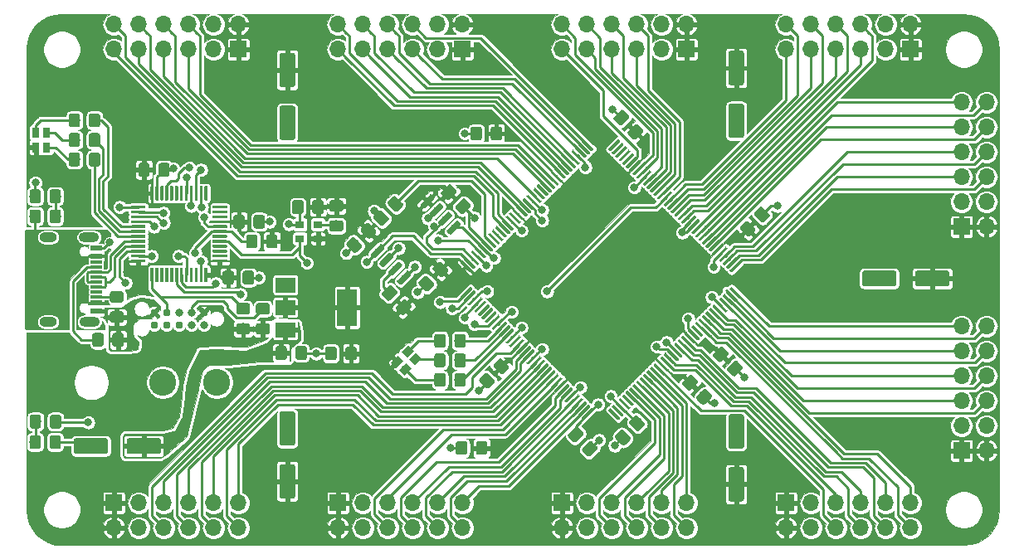
<source format=gtl>
G04 #@! TF.GenerationSoftware,KiCad,Pcbnew,5.0.2+dfsg1-1*
G04 #@! TF.CreationDate,2020-03-15T18:18:08-04:00*
G04 #@! TF.ProjectId,hx4k_pmod,6878346b-5f70-46d6-9f64-2e6b69636164,rev?*
G04 #@! TF.SameCoordinates,Original*
G04 #@! TF.FileFunction,Copper,L1,Top*
G04 #@! TF.FilePolarity,Positive*
%FSLAX46Y46*%
G04 Gerber Fmt 4.6, Leading zero omitted, Abs format (unit mm)*
G04 Created by KiCad (PCBNEW 5.0.2+dfsg1-1) date Sun 15 Mar 2020 06:18:08 PM EDT*
%MOMM*%
%LPD*%
G01*
G04 APERTURE LIST*
G04 #@! TA.AperFunction,SMDPad,CuDef*
%ADD10R,0.800000X1.000000*%
G04 #@! TD*
G04 #@! TA.AperFunction,SMDPad,CuDef*
%ADD11C,0.800000*%
G04 #@! TD*
G04 #@! TA.AperFunction,Conductor*
%ADD12C,0.100000*%
G04 #@! TD*
G04 #@! TA.AperFunction,SMDPad,CuDef*
%ADD13R,0.900000X0.800000*%
G04 #@! TD*
G04 #@! TA.AperFunction,ComponentPad*
%ADD14C,2.750000*%
G04 #@! TD*
G04 #@! TA.AperFunction,SMDPad,CuDef*
%ADD15C,1.150000*%
G04 #@! TD*
G04 #@! TA.AperFunction,SMDPad,CuDef*
%ADD16C,1.600000*%
G04 #@! TD*
G04 #@! TA.AperFunction,ComponentPad*
%ADD17O,1.700000X1.700000*%
G04 #@! TD*
G04 #@! TA.AperFunction,ComponentPad*
%ADD18R,1.700000X1.700000*%
G04 #@! TD*
G04 #@! TA.AperFunction,ComponentPad*
%ADD19O,2.100000X1.000000*%
G04 #@! TD*
G04 #@! TA.AperFunction,ComponentPad*
%ADD20O,1.800000X1.000000*%
G04 #@! TD*
G04 #@! TA.AperFunction,SMDPad,CuDef*
%ADD21R,1.150000X0.300000*%
G04 #@! TD*
G04 #@! TA.AperFunction,SMDPad,CuDef*
%ADD22R,1.150000X0.600000*%
G04 #@! TD*
G04 #@! TA.AperFunction,ConnectorPad*
%ADD23C,0.787400*%
G04 #@! TD*
G04 #@! TA.AperFunction,SMDPad,CuDef*
%ADD24C,0.300000*%
G04 #@! TD*
G04 #@! TA.AperFunction,SMDPad,CuDef*
%ADD25C,0.600000*%
G04 #@! TD*
G04 #@! TA.AperFunction,SMDPad,CuDef*
%ADD26R,2.000000X1.500000*%
G04 #@! TD*
G04 #@! TA.AperFunction,SMDPad,CuDef*
%ADD27R,2.000000X3.800000*%
G04 #@! TD*
G04 #@! TA.AperFunction,ViaPad*
%ADD28C,0.800000*%
G04 #@! TD*
G04 #@! TA.AperFunction,Conductor*
%ADD29C,0.250000*%
G04 #@! TD*
G04 APERTURE END LIST*
D10*
G04 #@! TO.P,U4,3*
G04 #@! TO.N,Net-(R13-Pad1)*
X25450000Y-42500000D03*
G04 #@! TO.P,U4,4*
G04 #@! TO.N,Net-(R14-Pad1)*
X25450000Y-44000000D03*
G04 #@! TO.P,U4,1*
G04 #@! TO.N,+3V3*
X24350000Y-44000000D03*
G04 #@! TO.P,U4,2*
G04 #@! TO.N,Net-(R15-Pad1)*
X24350000Y-42500000D03*
G04 #@! TD*
D11*
G04 #@! TO.P,D1,3*
G04 #@! TO.N,Net-(D1-Pad3)*
X63069239Y-65608579D03*
D12*
G04 #@! TD*
G04 #@! TO.N,Net-(D1-Pad3)*
G04 #@! TO.C,D1*
G36*
X63139950Y-64972183D02*
X63705635Y-65537868D01*
X62998528Y-66244975D01*
X62432843Y-65679290D01*
X63139950Y-64972183D01*
X63139950Y-64972183D01*
G37*
D11*
G04 #@! TO.P,D1,4*
G04 #@! TO.N,Net-(D1-Pad4)*
X62008579Y-66669239D03*
D12*
G04 #@! TD*
G04 #@! TO.N,Net-(D1-Pad4)*
G04 #@! TO.C,D1*
G36*
X62079290Y-66032843D02*
X62644975Y-66598528D01*
X61937868Y-67305635D01*
X61372183Y-66739950D01*
X62079290Y-66032843D01*
X62079290Y-66032843D01*
G37*
D11*
G04 #@! TO.P,D1,1*
G04 #@! TO.N,+3V3*
X61230761Y-65891421D03*
D12*
G04 #@! TD*
G04 #@! TO.N,+3V3*
G04 #@! TO.C,D1*
G36*
X61301472Y-65255025D02*
X61867157Y-65820710D01*
X61160050Y-66527817D01*
X60594365Y-65962132D01*
X61301472Y-65255025D01*
X61301472Y-65255025D01*
G37*
D11*
G04 #@! TO.P,D1,2*
G04 #@! TO.N,Net-(D1-Pad2)*
X62291421Y-64830761D03*
D12*
G04 #@! TD*
G04 #@! TO.N,Net-(D1-Pad2)*
G04 #@! TO.C,D1*
G36*
X62362132Y-64194365D02*
X62927817Y-64760050D01*
X62220710Y-65467157D01*
X61655025Y-64901472D01*
X62362132Y-64194365D01*
X62362132Y-64194365D01*
G37*
D13*
G04 #@! TO.P,X1,3*
G04 #@! TO.N,/12MHZ_OSC*
X51275000Y-53325000D03*
G04 #@! TO.P,X1,4*
G04 #@! TO.N,+3V3*
X53125000Y-53325000D03*
G04 #@! TO.P,X1,2*
G04 #@! TO.N,GND*
X51275000Y-51875000D03*
G04 #@! TO.P,X1,1*
G04 #@! TO.N,Net-(R1-Pad1)*
X53125000Y-51875000D03*
G04 #@! TD*
D14*
G04 #@! TO.P,J3,1*
G04 #@! TO.N,GND*
X37300000Y-68000000D03*
G04 #@! TO.P,J3,2*
G04 #@! TO.N,Net-(D4-Pad2)*
X42800000Y-68000000D03*
G04 #@! TD*
D12*
G04 #@! TO.N,Net-(D4-Pad1)*
G04 #@! TO.C,D4*
G36*
X24649505Y-71301204D02*
X24673773Y-71304804D01*
X24697572Y-71310765D01*
X24720671Y-71319030D01*
X24742850Y-71329520D01*
X24763893Y-71342132D01*
X24783599Y-71356747D01*
X24801777Y-71373223D01*
X24818253Y-71391401D01*
X24832868Y-71411107D01*
X24845480Y-71432150D01*
X24855970Y-71454329D01*
X24864235Y-71477428D01*
X24870196Y-71501227D01*
X24873796Y-71525495D01*
X24875000Y-71549999D01*
X24875000Y-72450001D01*
X24873796Y-72474505D01*
X24870196Y-72498773D01*
X24864235Y-72522572D01*
X24855970Y-72545671D01*
X24845480Y-72567850D01*
X24832868Y-72588893D01*
X24818253Y-72608599D01*
X24801777Y-72626777D01*
X24783599Y-72643253D01*
X24763893Y-72657868D01*
X24742850Y-72670480D01*
X24720671Y-72680970D01*
X24697572Y-72689235D01*
X24673773Y-72695196D01*
X24649505Y-72698796D01*
X24625001Y-72700000D01*
X23974999Y-72700000D01*
X23950495Y-72698796D01*
X23926227Y-72695196D01*
X23902428Y-72689235D01*
X23879329Y-72680970D01*
X23857150Y-72670480D01*
X23836107Y-72657868D01*
X23816401Y-72643253D01*
X23798223Y-72626777D01*
X23781747Y-72608599D01*
X23767132Y-72588893D01*
X23754520Y-72567850D01*
X23744030Y-72545671D01*
X23735765Y-72522572D01*
X23729804Y-72498773D01*
X23726204Y-72474505D01*
X23725000Y-72450001D01*
X23725000Y-71549999D01*
X23726204Y-71525495D01*
X23729804Y-71501227D01*
X23735765Y-71477428D01*
X23744030Y-71454329D01*
X23754520Y-71432150D01*
X23767132Y-71411107D01*
X23781747Y-71391401D01*
X23798223Y-71373223D01*
X23816401Y-71356747D01*
X23836107Y-71342132D01*
X23857150Y-71329520D01*
X23879329Y-71319030D01*
X23902428Y-71310765D01*
X23926227Y-71304804D01*
X23950495Y-71301204D01*
X23974999Y-71300000D01*
X24625001Y-71300000D01*
X24649505Y-71301204D01*
X24649505Y-71301204D01*
G37*
D15*
G04 #@! TD*
G04 #@! TO.P,D4,1*
G04 #@! TO.N,Net-(D4-Pad1)*
X24300000Y-72000000D03*
D12*
G04 #@! TO.N,Net-(D4-Pad2)*
G04 #@! TO.C,D4*
G36*
X26699505Y-71301204D02*
X26723773Y-71304804D01*
X26747572Y-71310765D01*
X26770671Y-71319030D01*
X26792850Y-71329520D01*
X26813893Y-71342132D01*
X26833599Y-71356747D01*
X26851777Y-71373223D01*
X26868253Y-71391401D01*
X26882868Y-71411107D01*
X26895480Y-71432150D01*
X26905970Y-71454329D01*
X26914235Y-71477428D01*
X26920196Y-71501227D01*
X26923796Y-71525495D01*
X26925000Y-71549999D01*
X26925000Y-72450001D01*
X26923796Y-72474505D01*
X26920196Y-72498773D01*
X26914235Y-72522572D01*
X26905970Y-72545671D01*
X26895480Y-72567850D01*
X26882868Y-72588893D01*
X26868253Y-72608599D01*
X26851777Y-72626777D01*
X26833599Y-72643253D01*
X26813893Y-72657868D01*
X26792850Y-72670480D01*
X26770671Y-72680970D01*
X26747572Y-72689235D01*
X26723773Y-72695196D01*
X26699505Y-72698796D01*
X26675001Y-72700000D01*
X26024999Y-72700000D01*
X26000495Y-72698796D01*
X25976227Y-72695196D01*
X25952428Y-72689235D01*
X25929329Y-72680970D01*
X25907150Y-72670480D01*
X25886107Y-72657868D01*
X25866401Y-72643253D01*
X25848223Y-72626777D01*
X25831747Y-72608599D01*
X25817132Y-72588893D01*
X25804520Y-72567850D01*
X25794030Y-72545671D01*
X25785765Y-72522572D01*
X25779804Y-72498773D01*
X25776204Y-72474505D01*
X25775000Y-72450001D01*
X25775000Y-71549999D01*
X25776204Y-71525495D01*
X25779804Y-71501227D01*
X25785765Y-71477428D01*
X25794030Y-71454329D01*
X25804520Y-71432150D01*
X25817132Y-71411107D01*
X25831747Y-71391401D01*
X25848223Y-71373223D01*
X25866401Y-71356747D01*
X25886107Y-71342132D01*
X25907150Y-71329520D01*
X25929329Y-71319030D01*
X25952428Y-71310765D01*
X25976227Y-71304804D01*
X26000495Y-71301204D01*
X26024999Y-71300000D01*
X26675001Y-71300000D01*
X26699505Y-71301204D01*
X26699505Y-71301204D01*
G37*
D15*
G04 #@! TD*
G04 #@! TO.P,D4,2*
G04 #@! TO.N,Net-(D4-Pad2)*
X26350000Y-72000000D03*
D12*
G04 #@! TO.N,Net-(D4-Pad1)*
G04 #@! TO.C,R19*
G36*
X24624505Y-73401204D02*
X24648773Y-73404804D01*
X24672572Y-73410765D01*
X24695671Y-73419030D01*
X24717850Y-73429520D01*
X24738893Y-73442132D01*
X24758599Y-73456747D01*
X24776777Y-73473223D01*
X24793253Y-73491401D01*
X24807868Y-73511107D01*
X24820480Y-73532150D01*
X24830970Y-73554329D01*
X24839235Y-73577428D01*
X24845196Y-73601227D01*
X24848796Y-73625495D01*
X24850000Y-73649999D01*
X24850000Y-74550001D01*
X24848796Y-74574505D01*
X24845196Y-74598773D01*
X24839235Y-74622572D01*
X24830970Y-74645671D01*
X24820480Y-74667850D01*
X24807868Y-74688893D01*
X24793253Y-74708599D01*
X24776777Y-74726777D01*
X24758599Y-74743253D01*
X24738893Y-74757868D01*
X24717850Y-74770480D01*
X24695671Y-74780970D01*
X24672572Y-74789235D01*
X24648773Y-74795196D01*
X24624505Y-74798796D01*
X24600001Y-74800000D01*
X23949999Y-74800000D01*
X23925495Y-74798796D01*
X23901227Y-74795196D01*
X23877428Y-74789235D01*
X23854329Y-74780970D01*
X23832150Y-74770480D01*
X23811107Y-74757868D01*
X23791401Y-74743253D01*
X23773223Y-74726777D01*
X23756747Y-74708599D01*
X23742132Y-74688893D01*
X23729520Y-74667850D01*
X23719030Y-74645671D01*
X23710765Y-74622572D01*
X23704804Y-74598773D01*
X23701204Y-74574505D01*
X23700000Y-74550001D01*
X23700000Y-73649999D01*
X23701204Y-73625495D01*
X23704804Y-73601227D01*
X23710765Y-73577428D01*
X23719030Y-73554329D01*
X23729520Y-73532150D01*
X23742132Y-73511107D01*
X23756747Y-73491401D01*
X23773223Y-73473223D01*
X23791401Y-73456747D01*
X23811107Y-73442132D01*
X23832150Y-73429520D01*
X23854329Y-73419030D01*
X23877428Y-73410765D01*
X23901227Y-73404804D01*
X23925495Y-73401204D01*
X23949999Y-73400000D01*
X24600001Y-73400000D01*
X24624505Y-73401204D01*
X24624505Y-73401204D01*
G37*
D15*
G04 #@! TD*
G04 #@! TO.P,R19,1*
G04 #@! TO.N,Net-(D4-Pad1)*
X24275000Y-74100000D03*
D12*
G04 #@! TO.N,GND*
G04 #@! TO.C,R19*
G36*
X26674505Y-73401204D02*
X26698773Y-73404804D01*
X26722572Y-73410765D01*
X26745671Y-73419030D01*
X26767850Y-73429520D01*
X26788893Y-73442132D01*
X26808599Y-73456747D01*
X26826777Y-73473223D01*
X26843253Y-73491401D01*
X26857868Y-73511107D01*
X26870480Y-73532150D01*
X26880970Y-73554329D01*
X26889235Y-73577428D01*
X26895196Y-73601227D01*
X26898796Y-73625495D01*
X26900000Y-73649999D01*
X26900000Y-74550001D01*
X26898796Y-74574505D01*
X26895196Y-74598773D01*
X26889235Y-74622572D01*
X26880970Y-74645671D01*
X26870480Y-74667850D01*
X26857868Y-74688893D01*
X26843253Y-74708599D01*
X26826777Y-74726777D01*
X26808599Y-74743253D01*
X26788893Y-74757868D01*
X26767850Y-74770480D01*
X26745671Y-74780970D01*
X26722572Y-74789235D01*
X26698773Y-74795196D01*
X26674505Y-74798796D01*
X26650001Y-74800000D01*
X25999999Y-74800000D01*
X25975495Y-74798796D01*
X25951227Y-74795196D01*
X25927428Y-74789235D01*
X25904329Y-74780970D01*
X25882150Y-74770480D01*
X25861107Y-74757868D01*
X25841401Y-74743253D01*
X25823223Y-74726777D01*
X25806747Y-74708599D01*
X25792132Y-74688893D01*
X25779520Y-74667850D01*
X25769030Y-74645671D01*
X25760765Y-74622572D01*
X25754804Y-74598773D01*
X25751204Y-74574505D01*
X25750000Y-74550001D01*
X25750000Y-73649999D01*
X25751204Y-73625495D01*
X25754804Y-73601227D01*
X25760765Y-73577428D01*
X25769030Y-73554329D01*
X25779520Y-73532150D01*
X25792132Y-73511107D01*
X25806747Y-73491401D01*
X25823223Y-73473223D01*
X25841401Y-73456747D01*
X25861107Y-73442132D01*
X25882150Y-73429520D01*
X25904329Y-73419030D01*
X25927428Y-73410765D01*
X25951227Y-73404804D01*
X25975495Y-73401204D01*
X25999999Y-73400000D01*
X26650001Y-73400000D01*
X26674505Y-73401204D01*
X26674505Y-73401204D01*
G37*
D15*
G04 #@! TD*
G04 #@! TO.P,R19,2*
G04 #@! TO.N,GND*
X26325000Y-74100000D03*
D12*
G04 #@! TO.N,GND*
G04 #@! TO.C,C55*
G36*
X96374504Y-39551204D02*
X96398773Y-39554804D01*
X96422571Y-39560765D01*
X96445671Y-39569030D01*
X96467849Y-39579520D01*
X96488893Y-39592133D01*
X96508598Y-39606747D01*
X96526777Y-39623223D01*
X96543253Y-39641402D01*
X96557867Y-39661107D01*
X96570480Y-39682151D01*
X96580970Y-39704329D01*
X96589235Y-39727429D01*
X96595196Y-39751227D01*
X96598796Y-39775496D01*
X96600000Y-39800000D01*
X96600000Y-42800000D01*
X96598796Y-42824504D01*
X96595196Y-42848773D01*
X96589235Y-42872571D01*
X96580970Y-42895671D01*
X96570480Y-42917849D01*
X96557867Y-42938893D01*
X96543253Y-42958598D01*
X96526777Y-42976777D01*
X96508598Y-42993253D01*
X96488893Y-43007867D01*
X96467849Y-43020480D01*
X96445671Y-43030970D01*
X96422571Y-43039235D01*
X96398773Y-43045196D01*
X96374504Y-43048796D01*
X96350000Y-43050000D01*
X95250000Y-43050000D01*
X95225496Y-43048796D01*
X95201227Y-43045196D01*
X95177429Y-43039235D01*
X95154329Y-43030970D01*
X95132151Y-43020480D01*
X95111107Y-43007867D01*
X95091402Y-42993253D01*
X95073223Y-42976777D01*
X95056747Y-42958598D01*
X95042133Y-42938893D01*
X95029520Y-42917849D01*
X95019030Y-42895671D01*
X95010765Y-42872571D01*
X95004804Y-42848773D01*
X95001204Y-42824504D01*
X95000000Y-42800000D01*
X95000000Y-39800000D01*
X95001204Y-39775496D01*
X95004804Y-39751227D01*
X95010765Y-39727429D01*
X95019030Y-39704329D01*
X95029520Y-39682151D01*
X95042133Y-39661107D01*
X95056747Y-39641402D01*
X95073223Y-39623223D01*
X95091402Y-39606747D01*
X95111107Y-39592133D01*
X95132151Y-39579520D01*
X95154329Y-39569030D01*
X95177429Y-39560765D01*
X95201227Y-39554804D01*
X95225496Y-39551204D01*
X95250000Y-39550000D01*
X96350000Y-39550000D01*
X96374504Y-39551204D01*
X96374504Y-39551204D01*
G37*
D16*
G04 #@! TD*
G04 #@! TO.P,C55,2*
G04 #@! TO.N,GND*
X95800000Y-41300000D03*
D12*
G04 #@! TO.N,+3V3*
G04 #@! TO.C,C55*
G36*
X96374504Y-34151204D02*
X96398773Y-34154804D01*
X96422571Y-34160765D01*
X96445671Y-34169030D01*
X96467849Y-34179520D01*
X96488893Y-34192133D01*
X96508598Y-34206747D01*
X96526777Y-34223223D01*
X96543253Y-34241402D01*
X96557867Y-34261107D01*
X96570480Y-34282151D01*
X96580970Y-34304329D01*
X96589235Y-34327429D01*
X96595196Y-34351227D01*
X96598796Y-34375496D01*
X96600000Y-34400000D01*
X96600000Y-37400000D01*
X96598796Y-37424504D01*
X96595196Y-37448773D01*
X96589235Y-37472571D01*
X96580970Y-37495671D01*
X96570480Y-37517849D01*
X96557867Y-37538893D01*
X96543253Y-37558598D01*
X96526777Y-37576777D01*
X96508598Y-37593253D01*
X96488893Y-37607867D01*
X96467849Y-37620480D01*
X96445671Y-37630970D01*
X96422571Y-37639235D01*
X96398773Y-37645196D01*
X96374504Y-37648796D01*
X96350000Y-37650000D01*
X95250000Y-37650000D01*
X95225496Y-37648796D01*
X95201227Y-37645196D01*
X95177429Y-37639235D01*
X95154329Y-37630970D01*
X95132151Y-37620480D01*
X95111107Y-37607867D01*
X95091402Y-37593253D01*
X95073223Y-37576777D01*
X95056747Y-37558598D01*
X95042133Y-37538893D01*
X95029520Y-37517849D01*
X95019030Y-37495671D01*
X95010765Y-37472571D01*
X95004804Y-37448773D01*
X95001204Y-37424504D01*
X95000000Y-37400000D01*
X95000000Y-34400000D01*
X95001204Y-34375496D01*
X95004804Y-34351227D01*
X95010765Y-34327429D01*
X95019030Y-34304329D01*
X95029520Y-34282151D01*
X95042133Y-34261107D01*
X95056747Y-34241402D01*
X95073223Y-34223223D01*
X95091402Y-34206747D01*
X95111107Y-34192133D01*
X95132151Y-34179520D01*
X95154329Y-34169030D01*
X95177429Y-34160765D01*
X95201227Y-34154804D01*
X95225496Y-34151204D01*
X95250000Y-34150000D01*
X96350000Y-34150000D01*
X96374504Y-34151204D01*
X96374504Y-34151204D01*
G37*
D16*
G04 #@! TD*
G04 #@! TO.P,C55,1*
G04 #@! TO.N,+3V3*
X95800000Y-35900000D03*
D12*
G04 #@! TO.N,+3V3*
G04 #@! TO.C,C56*
G36*
X96374504Y-76651204D02*
X96398773Y-76654804D01*
X96422571Y-76660765D01*
X96445671Y-76669030D01*
X96467849Y-76679520D01*
X96488893Y-76692133D01*
X96508598Y-76706747D01*
X96526777Y-76723223D01*
X96543253Y-76741402D01*
X96557867Y-76761107D01*
X96570480Y-76782151D01*
X96580970Y-76804329D01*
X96589235Y-76827429D01*
X96595196Y-76851227D01*
X96598796Y-76875496D01*
X96600000Y-76900000D01*
X96600000Y-79900000D01*
X96598796Y-79924504D01*
X96595196Y-79948773D01*
X96589235Y-79972571D01*
X96580970Y-79995671D01*
X96570480Y-80017849D01*
X96557867Y-80038893D01*
X96543253Y-80058598D01*
X96526777Y-80076777D01*
X96508598Y-80093253D01*
X96488893Y-80107867D01*
X96467849Y-80120480D01*
X96445671Y-80130970D01*
X96422571Y-80139235D01*
X96398773Y-80145196D01*
X96374504Y-80148796D01*
X96350000Y-80150000D01*
X95250000Y-80150000D01*
X95225496Y-80148796D01*
X95201227Y-80145196D01*
X95177429Y-80139235D01*
X95154329Y-80130970D01*
X95132151Y-80120480D01*
X95111107Y-80107867D01*
X95091402Y-80093253D01*
X95073223Y-80076777D01*
X95056747Y-80058598D01*
X95042133Y-80038893D01*
X95029520Y-80017849D01*
X95019030Y-79995671D01*
X95010765Y-79972571D01*
X95004804Y-79948773D01*
X95001204Y-79924504D01*
X95000000Y-79900000D01*
X95000000Y-76900000D01*
X95001204Y-76875496D01*
X95004804Y-76851227D01*
X95010765Y-76827429D01*
X95019030Y-76804329D01*
X95029520Y-76782151D01*
X95042133Y-76761107D01*
X95056747Y-76741402D01*
X95073223Y-76723223D01*
X95091402Y-76706747D01*
X95111107Y-76692133D01*
X95132151Y-76679520D01*
X95154329Y-76669030D01*
X95177429Y-76660765D01*
X95201227Y-76654804D01*
X95225496Y-76651204D01*
X95250000Y-76650000D01*
X96350000Y-76650000D01*
X96374504Y-76651204D01*
X96374504Y-76651204D01*
G37*
D16*
G04 #@! TD*
G04 #@! TO.P,C56,1*
G04 #@! TO.N,+3V3*
X95800000Y-78400000D03*
D12*
G04 #@! TO.N,GND*
G04 #@! TO.C,C56*
G36*
X96374504Y-71251204D02*
X96398773Y-71254804D01*
X96422571Y-71260765D01*
X96445671Y-71269030D01*
X96467849Y-71279520D01*
X96488893Y-71292133D01*
X96508598Y-71306747D01*
X96526777Y-71323223D01*
X96543253Y-71341402D01*
X96557867Y-71361107D01*
X96570480Y-71382151D01*
X96580970Y-71404329D01*
X96589235Y-71427429D01*
X96595196Y-71451227D01*
X96598796Y-71475496D01*
X96600000Y-71500000D01*
X96600000Y-74500000D01*
X96598796Y-74524504D01*
X96595196Y-74548773D01*
X96589235Y-74572571D01*
X96580970Y-74595671D01*
X96570480Y-74617849D01*
X96557867Y-74638893D01*
X96543253Y-74658598D01*
X96526777Y-74676777D01*
X96508598Y-74693253D01*
X96488893Y-74707867D01*
X96467849Y-74720480D01*
X96445671Y-74730970D01*
X96422571Y-74739235D01*
X96398773Y-74745196D01*
X96374504Y-74748796D01*
X96350000Y-74750000D01*
X95250000Y-74750000D01*
X95225496Y-74748796D01*
X95201227Y-74745196D01*
X95177429Y-74739235D01*
X95154329Y-74730970D01*
X95132151Y-74720480D01*
X95111107Y-74707867D01*
X95091402Y-74693253D01*
X95073223Y-74676777D01*
X95056747Y-74658598D01*
X95042133Y-74638893D01*
X95029520Y-74617849D01*
X95019030Y-74595671D01*
X95010765Y-74572571D01*
X95004804Y-74548773D01*
X95001204Y-74524504D01*
X95000000Y-74500000D01*
X95000000Y-71500000D01*
X95001204Y-71475496D01*
X95004804Y-71451227D01*
X95010765Y-71427429D01*
X95019030Y-71404329D01*
X95029520Y-71382151D01*
X95042133Y-71361107D01*
X95056747Y-71341402D01*
X95073223Y-71323223D01*
X95091402Y-71306747D01*
X95111107Y-71292133D01*
X95132151Y-71279520D01*
X95154329Y-71269030D01*
X95177429Y-71260765D01*
X95201227Y-71254804D01*
X95225496Y-71251204D01*
X95250000Y-71250000D01*
X96350000Y-71250000D01*
X96374504Y-71251204D01*
X96374504Y-71251204D01*
G37*
D16*
G04 #@! TD*
G04 #@! TO.P,C56,2*
G04 #@! TO.N,GND*
X95800000Y-73000000D03*
D12*
G04 #@! TO.N,+3V3*
G04 #@! TO.C,C52*
G36*
X50574504Y-34351204D02*
X50598773Y-34354804D01*
X50622571Y-34360765D01*
X50645671Y-34369030D01*
X50667849Y-34379520D01*
X50688893Y-34392133D01*
X50708598Y-34406747D01*
X50726777Y-34423223D01*
X50743253Y-34441402D01*
X50757867Y-34461107D01*
X50770480Y-34482151D01*
X50780970Y-34504329D01*
X50789235Y-34527429D01*
X50795196Y-34551227D01*
X50798796Y-34575496D01*
X50800000Y-34600000D01*
X50800000Y-37600000D01*
X50798796Y-37624504D01*
X50795196Y-37648773D01*
X50789235Y-37672571D01*
X50780970Y-37695671D01*
X50770480Y-37717849D01*
X50757867Y-37738893D01*
X50743253Y-37758598D01*
X50726777Y-37776777D01*
X50708598Y-37793253D01*
X50688893Y-37807867D01*
X50667849Y-37820480D01*
X50645671Y-37830970D01*
X50622571Y-37839235D01*
X50598773Y-37845196D01*
X50574504Y-37848796D01*
X50550000Y-37850000D01*
X49450000Y-37850000D01*
X49425496Y-37848796D01*
X49401227Y-37845196D01*
X49377429Y-37839235D01*
X49354329Y-37830970D01*
X49332151Y-37820480D01*
X49311107Y-37807867D01*
X49291402Y-37793253D01*
X49273223Y-37776777D01*
X49256747Y-37758598D01*
X49242133Y-37738893D01*
X49229520Y-37717849D01*
X49219030Y-37695671D01*
X49210765Y-37672571D01*
X49204804Y-37648773D01*
X49201204Y-37624504D01*
X49200000Y-37600000D01*
X49200000Y-34600000D01*
X49201204Y-34575496D01*
X49204804Y-34551227D01*
X49210765Y-34527429D01*
X49219030Y-34504329D01*
X49229520Y-34482151D01*
X49242133Y-34461107D01*
X49256747Y-34441402D01*
X49273223Y-34423223D01*
X49291402Y-34406747D01*
X49311107Y-34392133D01*
X49332151Y-34379520D01*
X49354329Y-34369030D01*
X49377429Y-34360765D01*
X49401227Y-34354804D01*
X49425496Y-34351204D01*
X49450000Y-34350000D01*
X50550000Y-34350000D01*
X50574504Y-34351204D01*
X50574504Y-34351204D01*
G37*
D16*
G04 #@! TD*
G04 #@! TO.P,C52,1*
G04 #@! TO.N,+3V3*
X50000000Y-36100000D03*
D12*
G04 #@! TO.N,GND*
G04 #@! TO.C,C52*
G36*
X50574504Y-39751204D02*
X50598773Y-39754804D01*
X50622571Y-39760765D01*
X50645671Y-39769030D01*
X50667849Y-39779520D01*
X50688893Y-39792133D01*
X50708598Y-39806747D01*
X50726777Y-39823223D01*
X50743253Y-39841402D01*
X50757867Y-39861107D01*
X50770480Y-39882151D01*
X50780970Y-39904329D01*
X50789235Y-39927429D01*
X50795196Y-39951227D01*
X50798796Y-39975496D01*
X50800000Y-40000000D01*
X50800000Y-43000000D01*
X50798796Y-43024504D01*
X50795196Y-43048773D01*
X50789235Y-43072571D01*
X50780970Y-43095671D01*
X50770480Y-43117849D01*
X50757867Y-43138893D01*
X50743253Y-43158598D01*
X50726777Y-43176777D01*
X50708598Y-43193253D01*
X50688893Y-43207867D01*
X50667849Y-43220480D01*
X50645671Y-43230970D01*
X50622571Y-43239235D01*
X50598773Y-43245196D01*
X50574504Y-43248796D01*
X50550000Y-43250000D01*
X49450000Y-43250000D01*
X49425496Y-43248796D01*
X49401227Y-43245196D01*
X49377429Y-43239235D01*
X49354329Y-43230970D01*
X49332151Y-43220480D01*
X49311107Y-43207867D01*
X49291402Y-43193253D01*
X49273223Y-43176777D01*
X49256747Y-43158598D01*
X49242133Y-43138893D01*
X49229520Y-43117849D01*
X49219030Y-43095671D01*
X49210765Y-43072571D01*
X49204804Y-43048773D01*
X49201204Y-43024504D01*
X49200000Y-43000000D01*
X49200000Y-40000000D01*
X49201204Y-39975496D01*
X49204804Y-39951227D01*
X49210765Y-39927429D01*
X49219030Y-39904329D01*
X49229520Y-39882151D01*
X49242133Y-39861107D01*
X49256747Y-39841402D01*
X49273223Y-39823223D01*
X49291402Y-39806747D01*
X49311107Y-39792133D01*
X49332151Y-39779520D01*
X49354329Y-39769030D01*
X49377429Y-39760765D01*
X49401227Y-39754804D01*
X49425496Y-39751204D01*
X49450000Y-39750000D01*
X50550000Y-39750000D01*
X50574504Y-39751204D01*
X50574504Y-39751204D01*
G37*
D16*
G04 #@! TD*
G04 #@! TO.P,C52,2*
G04 #@! TO.N,GND*
X50000000Y-41500000D03*
D12*
G04 #@! TO.N,GND*
G04 #@! TO.C,C53*
G36*
X50574504Y-70951204D02*
X50598773Y-70954804D01*
X50622571Y-70960765D01*
X50645671Y-70969030D01*
X50667849Y-70979520D01*
X50688893Y-70992133D01*
X50708598Y-71006747D01*
X50726777Y-71023223D01*
X50743253Y-71041402D01*
X50757867Y-71061107D01*
X50770480Y-71082151D01*
X50780970Y-71104329D01*
X50789235Y-71127429D01*
X50795196Y-71151227D01*
X50798796Y-71175496D01*
X50800000Y-71200000D01*
X50800000Y-74200000D01*
X50798796Y-74224504D01*
X50795196Y-74248773D01*
X50789235Y-74272571D01*
X50780970Y-74295671D01*
X50770480Y-74317849D01*
X50757867Y-74338893D01*
X50743253Y-74358598D01*
X50726777Y-74376777D01*
X50708598Y-74393253D01*
X50688893Y-74407867D01*
X50667849Y-74420480D01*
X50645671Y-74430970D01*
X50622571Y-74439235D01*
X50598773Y-74445196D01*
X50574504Y-74448796D01*
X50550000Y-74450000D01*
X49450000Y-74450000D01*
X49425496Y-74448796D01*
X49401227Y-74445196D01*
X49377429Y-74439235D01*
X49354329Y-74430970D01*
X49332151Y-74420480D01*
X49311107Y-74407867D01*
X49291402Y-74393253D01*
X49273223Y-74376777D01*
X49256747Y-74358598D01*
X49242133Y-74338893D01*
X49229520Y-74317849D01*
X49219030Y-74295671D01*
X49210765Y-74272571D01*
X49204804Y-74248773D01*
X49201204Y-74224504D01*
X49200000Y-74200000D01*
X49200000Y-71200000D01*
X49201204Y-71175496D01*
X49204804Y-71151227D01*
X49210765Y-71127429D01*
X49219030Y-71104329D01*
X49229520Y-71082151D01*
X49242133Y-71061107D01*
X49256747Y-71041402D01*
X49273223Y-71023223D01*
X49291402Y-71006747D01*
X49311107Y-70992133D01*
X49332151Y-70979520D01*
X49354329Y-70969030D01*
X49377429Y-70960765D01*
X49401227Y-70954804D01*
X49425496Y-70951204D01*
X49450000Y-70950000D01*
X50550000Y-70950000D01*
X50574504Y-70951204D01*
X50574504Y-70951204D01*
G37*
D16*
G04 #@! TD*
G04 #@! TO.P,C53,2*
G04 #@! TO.N,GND*
X50000000Y-72700000D03*
D12*
G04 #@! TO.N,+3V3*
G04 #@! TO.C,C53*
G36*
X50574504Y-76351204D02*
X50598773Y-76354804D01*
X50622571Y-76360765D01*
X50645671Y-76369030D01*
X50667849Y-76379520D01*
X50688893Y-76392133D01*
X50708598Y-76406747D01*
X50726777Y-76423223D01*
X50743253Y-76441402D01*
X50757867Y-76461107D01*
X50770480Y-76482151D01*
X50780970Y-76504329D01*
X50789235Y-76527429D01*
X50795196Y-76551227D01*
X50798796Y-76575496D01*
X50800000Y-76600000D01*
X50800000Y-79600000D01*
X50798796Y-79624504D01*
X50795196Y-79648773D01*
X50789235Y-79672571D01*
X50780970Y-79695671D01*
X50770480Y-79717849D01*
X50757867Y-79738893D01*
X50743253Y-79758598D01*
X50726777Y-79776777D01*
X50708598Y-79793253D01*
X50688893Y-79807867D01*
X50667849Y-79820480D01*
X50645671Y-79830970D01*
X50622571Y-79839235D01*
X50598773Y-79845196D01*
X50574504Y-79848796D01*
X50550000Y-79850000D01*
X49450000Y-79850000D01*
X49425496Y-79848796D01*
X49401227Y-79845196D01*
X49377429Y-79839235D01*
X49354329Y-79830970D01*
X49332151Y-79820480D01*
X49311107Y-79807867D01*
X49291402Y-79793253D01*
X49273223Y-79776777D01*
X49256747Y-79758598D01*
X49242133Y-79738893D01*
X49229520Y-79717849D01*
X49219030Y-79695671D01*
X49210765Y-79672571D01*
X49204804Y-79648773D01*
X49201204Y-79624504D01*
X49200000Y-79600000D01*
X49200000Y-76600000D01*
X49201204Y-76575496D01*
X49204804Y-76551227D01*
X49210765Y-76527429D01*
X49219030Y-76504329D01*
X49229520Y-76482151D01*
X49242133Y-76461107D01*
X49256747Y-76441402D01*
X49273223Y-76423223D01*
X49291402Y-76406747D01*
X49311107Y-76392133D01*
X49332151Y-76379520D01*
X49354329Y-76369030D01*
X49377429Y-76360765D01*
X49401227Y-76354804D01*
X49425496Y-76351204D01*
X49450000Y-76350000D01*
X50550000Y-76350000D01*
X50574504Y-76351204D01*
X50574504Y-76351204D01*
G37*
D16*
G04 #@! TD*
G04 #@! TO.P,C53,1*
G04 #@! TO.N,+3V3*
X50000000Y-78100000D03*
D12*
G04 #@! TO.N,+3V3*
G04 #@! TO.C,C54*
G36*
X117324504Y-56601204D02*
X117348773Y-56604804D01*
X117372571Y-56610765D01*
X117395671Y-56619030D01*
X117417849Y-56629520D01*
X117438893Y-56642133D01*
X117458598Y-56656747D01*
X117476777Y-56673223D01*
X117493253Y-56691402D01*
X117507867Y-56711107D01*
X117520480Y-56732151D01*
X117530970Y-56754329D01*
X117539235Y-56777429D01*
X117545196Y-56801227D01*
X117548796Y-56825496D01*
X117550000Y-56850000D01*
X117550000Y-57950000D01*
X117548796Y-57974504D01*
X117545196Y-57998773D01*
X117539235Y-58022571D01*
X117530970Y-58045671D01*
X117520480Y-58067849D01*
X117507867Y-58088893D01*
X117493253Y-58108598D01*
X117476777Y-58126777D01*
X117458598Y-58143253D01*
X117438893Y-58157867D01*
X117417849Y-58170480D01*
X117395671Y-58180970D01*
X117372571Y-58189235D01*
X117348773Y-58195196D01*
X117324504Y-58198796D01*
X117300000Y-58200000D01*
X114300000Y-58200000D01*
X114275496Y-58198796D01*
X114251227Y-58195196D01*
X114227429Y-58189235D01*
X114204329Y-58180970D01*
X114182151Y-58170480D01*
X114161107Y-58157867D01*
X114141402Y-58143253D01*
X114123223Y-58126777D01*
X114106747Y-58108598D01*
X114092133Y-58088893D01*
X114079520Y-58067849D01*
X114069030Y-58045671D01*
X114060765Y-58022571D01*
X114054804Y-57998773D01*
X114051204Y-57974504D01*
X114050000Y-57950000D01*
X114050000Y-56850000D01*
X114051204Y-56825496D01*
X114054804Y-56801227D01*
X114060765Y-56777429D01*
X114069030Y-56754329D01*
X114079520Y-56732151D01*
X114092133Y-56711107D01*
X114106747Y-56691402D01*
X114123223Y-56673223D01*
X114141402Y-56656747D01*
X114161107Y-56642133D01*
X114182151Y-56629520D01*
X114204329Y-56619030D01*
X114227429Y-56610765D01*
X114251227Y-56604804D01*
X114275496Y-56601204D01*
X114300000Y-56600000D01*
X117300000Y-56600000D01*
X117324504Y-56601204D01*
X117324504Y-56601204D01*
G37*
D16*
G04 #@! TD*
G04 #@! TO.P,C54,1*
G04 #@! TO.N,+3V3*
X115800000Y-57400000D03*
D12*
G04 #@! TO.N,GND*
G04 #@! TO.C,C54*
G36*
X111924504Y-56601204D02*
X111948773Y-56604804D01*
X111972571Y-56610765D01*
X111995671Y-56619030D01*
X112017849Y-56629520D01*
X112038893Y-56642133D01*
X112058598Y-56656747D01*
X112076777Y-56673223D01*
X112093253Y-56691402D01*
X112107867Y-56711107D01*
X112120480Y-56732151D01*
X112130970Y-56754329D01*
X112139235Y-56777429D01*
X112145196Y-56801227D01*
X112148796Y-56825496D01*
X112150000Y-56850000D01*
X112150000Y-57950000D01*
X112148796Y-57974504D01*
X112145196Y-57998773D01*
X112139235Y-58022571D01*
X112130970Y-58045671D01*
X112120480Y-58067849D01*
X112107867Y-58088893D01*
X112093253Y-58108598D01*
X112076777Y-58126777D01*
X112058598Y-58143253D01*
X112038893Y-58157867D01*
X112017849Y-58170480D01*
X111995671Y-58180970D01*
X111972571Y-58189235D01*
X111948773Y-58195196D01*
X111924504Y-58198796D01*
X111900000Y-58200000D01*
X108900000Y-58200000D01*
X108875496Y-58198796D01*
X108851227Y-58195196D01*
X108827429Y-58189235D01*
X108804329Y-58180970D01*
X108782151Y-58170480D01*
X108761107Y-58157867D01*
X108741402Y-58143253D01*
X108723223Y-58126777D01*
X108706747Y-58108598D01*
X108692133Y-58088893D01*
X108679520Y-58067849D01*
X108669030Y-58045671D01*
X108660765Y-58022571D01*
X108654804Y-57998773D01*
X108651204Y-57974504D01*
X108650000Y-57950000D01*
X108650000Y-56850000D01*
X108651204Y-56825496D01*
X108654804Y-56801227D01*
X108660765Y-56777429D01*
X108669030Y-56754329D01*
X108679520Y-56732151D01*
X108692133Y-56711107D01*
X108706747Y-56691402D01*
X108723223Y-56673223D01*
X108741402Y-56656747D01*
X108761107Y-56642133D01*
X108782151Y-56629520D01*
X108804329Y-56619030D01*
X108827429Y-56610765D01*
X108851227Y-56604804D01*
X108875496Y-56601204D01*
X108900000Y-56600000D01*
X111900000Y-56600000D01*
X111924504Y-56601204D01*
X111924504Y-56601204D01*
G37*
D16*
G04 #@! TD*
G04 #@! TO.P,C54,2*
G04 #@! TO.N,GND*
X110400000Y-57400000D03*
D12*
G04 #@! TO.N,+5V*
G04 #@! TO.C,C29*
G36*
X36874504Y-73701204D02*
X36898773Y-73704804D01*
X36922571Y-73710765D01*
X36945671Y-73719030D01*
X36967849Y-73729520D01*
X36988893Y-73742133D01*
X37008598Y-73756747D01*
X37026777Y-73773223D01*
X37043253Y-73791402D01*
X37057867Y-73811107D01*
X37070480Y-73832151D01*
X37080970Y-73854329D01*
X37089235Y-73877429D01*
X37095196Y-73901227D01*
X37098796Y-73925496D01*
X37100000Y-73950000D01*
X37100000Y-75050000D01*
X37098796Y-75074504D01*
X37095196Y-75098773D01*
X37089235Y-75122571D01*
X37080970Y-75145671D01*
X37070480Y-75167849D01*
X37057867Y-75188893D01*
X37043253Y-75208598D01*
X37026777Y-75226777D01*
X37008598Y-75243253D01*
X36988893Y-75257867D01*
X36967849Y-75270480D01*
X36945671Y-75280970D01*
X36922571Y-75289235D01*
X36898773Y-75295196D01*
X36874504Y-75298796D01*
X36850000Y-75300000D01*
X33850000Y-75300000D01*
X33825496Y-75298796D01*
X33801227Y-75295196D01*
X33777429Y-75289235D01*
X33754329Y-75280970D01*
X33732151Y-75270480D01*
X33711107Y-75257867D01*
X33691402Y-75243253D01*
X33673223Y-75226777D01*
X33656747Y-75208598D01*
X33642133Y-75188893D01*
X33629520Y-75167849D01*
X33619030Y-75145671D01*
X33610765Y-75122571D01*
X33604804Y-75098773D01*
X33601204Y-75074504D01*
X33600000Y-75050000D01*
X33600000Y-73950000D01*
X33601204Y-73925496D01*
X33604804Y-73901227D01*
X33610765Y-73877429D01*
X33619030Y-73854329D01*
X33629520Y-73832151D01*
X33642133Y-73811107D01*
X33656747Y-73791402D01*
X33673223Y-73773223D01*
X33691402Y-73756747D01*
X33711107Y-73742133D01*
X33732151Y-73729520D01*
X33754329Y-73719030D01*
X33777429Y-73710765D01*
X33801227Y-73704804D01*
X33825496Y-73701204D01*
X33850000Y-73700000D01*
X36850000Y-73700000D01*
X36874504Y-73701204D01*
X36874504Y-73701204D01*
G37*
D16*
G04 #@! TD*
G04 #@! TO.P,C29,1*
G04 #@! TO.N,+5V*
X35350000Y-74500000D03*
D12*
G04 #@! TO.N,GND*
G04 #@! TO.C,C29*
G36*
X31474504Y-73701204D02*
X31498773Y-73704804D01*
X31522571Y-73710765D01*
X31545671Y-73719030D01*
X31567849Y-73729520D01*
X31588893Y-73742133D01*
X31608598Y-73756747D01*
X31626777Y-73773223D01*
X31643253Y-73791402D01*
X31657867Y-73811107D01*
X31670480Y-73832151D01*
X31680970Y-73854329D01*
X31689235Y-73877429D01*
X31695196Y-73901227D01*
X31698796Y-73925496D01*
X31700000Y-73950000D01*
X31700000Y-75050000D01*
X31698796Y-75074504D01*
X31695196Y-75098773D01*
X31689235Y-75122571D01*
X31680970Y-75145671D01*
X31670480Y-75167849D01*
X31657867Y-75188893D01*
X31643253Y-75208598D01*
X31626777Y-75226777D01*
X31608598Y-75243253D01*
X31588893Y-75257867D01*
X31567849Y-75270480D01*
X31545671Y-75280970D01*
X31522571Y-75289235D01*
X31498773Y-75295196D01*
X31474504Y-75298796D01*
X31450000Y-75300000D01*
X28450000Y-75300000D01*
X28425496Y-75298796D01*
X28401227Y-75295196D01*
X28377429Y-75289235D01*
X28354329Y-75280970D01*
X28332151Y-75270480D01*
X28311107Y-75257867D01*
X28291402Y-75243253D01*
X28273223Y-75226777D01*
X28256747Y-75208598D01*
X28242133Y-75188893D01*
X28229520Y-75167849D01*
X28219030Y-75145671D01*
X28210765Y-75122571D01*
X28204804Y-75098773D01*
X28201204Y-75074504D01*
X28200000Y-75050000D01*
X28200000Y-73950000D01*
X28201204Y-73925496D01*
X28204804Y-73901227D01*
X28210765Y-73877429D01*
X28219030Y-73854329D01*
X28229520Y-73832151D01*
X28242133Y-73811107D01*
X28256747Y-73791402D01*
X28273223Y-73773223D01*
X28291402Y-73756747D01*
X28311107Y-73742133D01*
X28332151Y-73729520D01*
X28354329Y-73719030D01*
X28377429Y-73710765D01*
X28401227Y-73704804D01*
X28425496Y-73701204D01*
X28450000Y-73700000D01*
X31450000Y-73700000D01*
X31474504Y-73701204D01*
X31474504Y-73701204D01*
G37*
D16*
G04 #@! TD*
G04 #@! TO.P,C29,2*
G04 #@! TO.N,GND*
X29950000Y-74500000D03*
D12*
G04 #@! TO.N,Net-(D3-Pad1)*
G04 #@! TO.C,D3*
G36*
X26674505Y-50351204D02*
X26698773Y-50354804D01*
X26722572Y-50360765D01*
X26745671Y-50369030D01*
X26767850Y-50379520D01*
X26788893Y-50392132D01*
X26808599Y-50406747D01*
X26826777Y-50423223D01*
X26843253Y-50441401D01*
X26857868Y-50461107D01*
X26870480Y-50482150D01*
X26880970Y-50504329D01*
X26889235Y-50527428D01*
X26895196Y-50551227D01*
X26898796Y-50575495D01*
X26900000Y-50599999D01*
X26900000Y-51500001D01*
X26898796Y-51524505D01*
X26895196Y-51548773D01*
X26889235Y-51572572D01*
X26880970Y-51595671D01*
X26870480Y-51617850D01*
X26857868Y-51638893D01*
X26843253Y-51658599D01*
X26826777Y-51676777D01*
X26808599Y-51693253D01*
X26788893Y-51707868D01*
X26767850Y-51720480D01*
X26745671Y-51730970D01*
X26722572Y-51739235D01*
X26698773Y-51745196D01*
X26674505Y-51748796D01*
X26650001Y-51750000D01*
X25999999Y-51750000D01*
X25975495Y-51748796D01*
X25951227Y-51745196D01*
X25927428Y-51739235D01*
X25904329Y-51730970D01*
X25882150Y-51720480D01*
X25861107Y-51707868D01*
X25841401Y-51693253D01*
X25823223Y-51676777D01*
X25806747Y-51658599D01*
X25792132Y-51638893D01*
X25779520Y-51617850D01*
X25769030Y-51595671D01*
X25760765Y-51572572D01*
X25754804Y-51548773D01*
X25751204Y-51524505D01*
X25750000Y-51500001D01*
X25750000Y-50599999D01*
X25751204Y-50575495D01*
X25754804Y-50551227D01*
X25760765Y-50527428D01*
X25769030Y-50504329D01*
X25779520Y-50482150D01*
X25792132Y-50461107D01*
X25806747Y-50441401D01*
X25823223Y-50423223D01*
X25841401Y-50406747D01*
X25861107Y-50392132D01*
X25882150Y-50379520D01*
X25904329Y-50369030D01*
X25927428Y-50360765D01*
X25951227Y-50354804D01*
X25975495Y-50351204D01*
X25999999Y-50350000D01*
X26650001Y-50350000D01*
X26674505Y-50351204D01*
X26674505Y-50351204D01*
G37*
D15*
G04 #@! TD*
G04 #@! TO.P,D3,1*
G04 #@! TO.N,Net-(D3-Pad1)*
X26325000Y-51050000D03*
D12*
G04 #@! TO.N,/Sheet5E6E65DF/VUSB*
G04 #@! TO.C,D3*
G36*
X24624505Y-50351204D02*
X24648773Y-50354804D01*
X24672572Y-50360765D01*
X24695671Y-50369030D01*
X24717850Y-50379520D01*
X24738893Y-50392132D01*
X24758599Y-50406747D01*
X24776777Y-50423223D01*
X24793253Y-50441401D01*
X24807868Y-50461107D01*
X24820480Y-50482150D01*
X24830970Y-50504329D01*
X24839235Y-50527428D01*
X24845196Y-50551227D01*
X24848796Y-50575495D01*
X24850000Y-50599999D01*
X24850000Y-51500001D01*
X24848796Y-51524505D01*
X24845196Y-51548773D01*
X24839235Y-51572572D01*
X24830970Y-51595671D01*
X24820480Y-51617850D01*
X24807868Y-51638893D01*
X24793253Y-51658599D01*
X24776777Y-51676777D01*
X24758599Y-51693253D01*
X24738893Y-51707868D01*
X24717850Y-51720480D01*
X24695671Y-51730970D01*
X24672572Y-51739235D01*
X24648773Y-51745196D01*
X24624505Y-51748796D01*
X24600001Y-51750000D01*
X23949999Y-51750000D01*
X23925495Y-51748796D01*
X23901227Y-51745196D01*
X23877428Y-51739235D01*
X23854329Y-51730970D01*
X23832150Y-51720480D01*
X23811107Y-51707868D01*
X23791401Y-51693253D01*
X23773223Y-51676777D01*
X23756747Y-51658599D01*
X23742132Y-51638893D01*
X23729520Y-51617850D01*
X23719030Y-51595671D01*
X23710765Y-51572572D01*
X23704804Y-51548773D01*
X23701204Y-51524505D01*
X23700000Y-51500001D01*
X23700000Y-50599999D01*
X23701204Y-50575495D01*
X23704804Y-50551227D01*
X23710765Y-50527428D01*
X23719030Y-50504329D01*
X23729520Y-50482150D01*
X23742132Y-50461107D01*
X23756747Y-50441401D01*
X23773223Y-50423223D01*
X23791401Y-50406747D01*
X23811107Y-50392132D01*
X23832150Y-50379520D01*
X23854329Y-50369030D01*
X23877428Y-50360765D01*
X23901227Y-50354804D01*
X23925495Y-50351204D01*
X23949999Y-50350000D01*
X24600001Y-50350000D01*
X24624505Y-50351204D01*
X24624505Y-50351204D01*
G37*
D15*
G04 #@! TD*
G04 #@! TO.P,D3,2*
G04 #@! TO.N,/Sheet5E6E65DF/VUSB*
X24275000Y-51050000D03*
D12*
G04 #@! TO.N,Net-(D3-Pad1)*
G04 #@! TO.C,R18*
G36*
X26674505Y-48301204D02*
X26698773Y-48304804D01*
X26722572Y-48310765D01*
X26745671Y-48319030D01*
X26767850Y-48329520D01*
X26788893Y-48342132D01*
X26808599Y-48356747D01*
X26826777Y-48373223D01*
X26843253Y-48391401D01*
X26857868Y-48411107D01*
X26870480Y-48432150D01*
X26880970Y-48454329D01*
X26889235Y-48477428D01*
X26895196Y-48501227D01*
X26898796Y-48525495D01*
X26900000Y-48549999D01*
X26900000Y-49450001D01*
X26898796Y-49474505D01*
X26895196Y-49498773D01*
X26889235Y-49522572D01*
X26880970Y-49545671D01*
X26870480Y-49567850D01*
X26857868Y-49588893D01*
X26843253Y-49608599D01*
X26826777Y-49626777D01*
X26808599Y-49643253D01*
X26788893Y-49657868D01*
X26767850Y-49670480D01*
X26745671Y-49680970D01*
X26722572Y-49689235D01*
X26698773Y-49695196D01*
X26674505Y-49698796D01*
X26650001Y-49700000D01*
X25999999Y-49700000D01*
X25975495Y-49698796D01*
X25951227Y-49695196D01*
X25927428Y-49689235D01*
X25904329Y-49680970D01*
X25882150Y-49670480D01*
X25861107Y-49657868D01*
X25841401Y-49643253D01*
X25823223Y-49626777D01*
X25806747Y-49608599D01*
X25792132Y-49588893D01*
X25779520Y-49567850D01*
X25769030Y-49545671D01*
X25760765Y-49522572D01*
X25754804Y-49498773D01*
X25751204Y-49474505D01*
X25750000Y-49450001D01*
X25750000Y-48549999D01*
X25751204Y-48525495D01*
X25754804Y-48501227D01*
X25760765Y-48477428D01*
X25769030Y-48454329D01*
X25779520Y-48432150D01*
X25792132Y-48411107D01*
X25806747Y-48391401D01*
X25823223Y-48373223D01*
X25841401Y-48356747D01*
X25861107Y-48342132D01*
X25882150Y-48329520D01*
X25904329Y-48319030D01*
X25927428Y-48310765D01*
X25951227Y-48304804D01*
X25975495Y-48301204D01*
X25999999Y-48300000D01*
X26650001Y-48300000D01*
X26674505Y-48301204D01*
X26674505Y-48301204D01*
G37*
D15*
G04 #@! TD*
G04 #@! TO.P,R18,1*
G04 #@! TO.N,Net-(D3-Pad1)*
X26325000Y-49000000D03*
D12*
G04 #@! TO.N,GND*
G04 #@! TO.C,R18*
G36*
X24624505Y-48301204D02*
X24648773Y-48304804D01*
X24672572Y-48310765D01*
X24695671Y-48319030D01*
X24717850Y-48329520D01*
X24738893Y-48342132D01*
X24758599Y-48356747D01*
X24776777Y-48373223D01*
X24793253Y-48391401D01*
X24807868Y-48411107D01*
X24820480Y-48432150D01*
X24830970Y-48454329D01*
X24839235Y-48477428D01*
X24845196Y-48501227D01*
X24848796Y-48525495D01*
X24850000Y-48549999D01*
X24850000Y-49450001D01*
X24848796Y-49474505D01*
X24845196Y-49498773D01*
X24839235Y-49522572D01*
X24830970Y-49545671D01*
X24820480Y-49567850D01*
X24807868Y-49588893D01*
X24793253Y-49608599D01*
X24776777Y-49626777D01*
X24758599Y-49643253D01*
X24738893Y-49657868D01*
X24717850Y-49670480D01*
X24695671Y-49680970D01*
X24672572Y-49689235D01*
X24648773Y-49695196D01*
X24624505Y-49698796D01*
X24600001Y-49700000D01*
X23949999Y-49700000D01*
X23925495Y-49698796D01*
X23901227Y-49695196D01*
X23877428Y-49689235D01*
X23854329Y-49680970D01*
X23832150Y-49670480D01*
X23811107Y-49657868D01*
X23791401Y-49643253D01*
X23773223Y-49626777D01*
X23756747Y-49608599D01*
X23742132Y-49588893D01*
X23729520Y-49567850D01*
X23719030Y-49545671D01*
X23710765Y-49522572D01*
X23704804Y-49498773D01*
X23701204Y-49474505D01*
X23700000Y-49450001D01*
X23700000Y-48549999D01*
X23701204Y-48525495D01*
X23704804Y-48501227D01*
X23710765Y-48477428D01*
X23719030Y-48454329D01*
X23729520Y-48432150D01*
X23742132Y-48411107D01*
X23756747Y-48391401D01*
X23773223Y-48373223D01*
X23791401Y-48356747D01*
X23811107Y-48342132D01*
X23832150Y-48329520D01*
X23854329Y-48319030D01*
X23877428Y-48310765D01*
X23901227Y-48304804D01*
X23925495Y-48301204D01*
X23949999Y-48300000D01*
X24600001Y-48300000D01*
X24624505Y-48301204D01*
X24624505Y-48301204D01*
G37*
D15*
G04 #@! TD*
G04 #@! TO.P,R18,2*
G04 #@! TO.N,GND*
X24275000Y-49000000D03*
D17*
G04 #@! TO.P,J12,12*
G04 #@! TO.N,/Sheet5E6E5EAE/PMOD_C2_D4*
X121340000Y-62260000D03*
G04 #@! TO.P,J12,11*
G04 #@! TO.N,/Sheet5E6E5EAE/PMOD_C2_D0*
X118800000Y-62260000D03*
G04 #@! TO.P,J12,10*
G04 #@! TO.N,/Sheet5E6E5EAE/PMOD_C2_D5*
X121340000Y-64800000D03*
G04 #@! TO.P,J12,9*
G04 #@! TO.N,/Sheet5E6E5EAE/PMOD_C2_D1*
X118800000Y-64800000D03*
G04 #@! TO.P,J12,8*
G04 #@! TO.N,/Sheet5E6E5EAE/PMOD_C2_D6*
X121340000Y-67340000D03*
G04 #@! TO.P,J12,7*
G04 #@! TO.N,/Sheet5E6E5EAE/PMOD_C2_D2*
X118800000Y-67340000D03*
G04 #@! TO.P,J12,6*
G04 #@! TO.N,/Sheet5E6E5EAE/PMOD_C2_D7*
X121340000Y-69880000D03*
G04 #@! TO.P,J12,5*
G04 #@! TO.N,/Sheet5E6E5EAE/PMOD_C2_D3*
X118800000Y-69880000D03*
G04 #@! TO.P,J12,4*
G04 #@! TO.N,GND*
X121340000Y-72420000D03*
G04 #@! TO.P,J12,3*
X118800000Y-72420000D03*
G04 #@! TO.P,J12,2*
G04 #@! TO.N,+3V3*
X121340000Y-74960000D03*
D18*
G04 #@! TO.P,J12,1*
X118800000Y-74960000D03*
G04 #@! TD*
D17*
G04 #@! TO.P,J13,12*
G04 #@! TO.N,/Sheet5E6E5EAE/PMOD_C1_D4*
X121340000Y-39400000D03*
G04 #@! TO.P,J13,11*
G04 #@! TO.N,/Sheet5E6E5EAE/PMOD_C1_D0*
X118800000Y-39400000D03*
G04 #@! TO.P,J13,10*
G04 #@! TO.N,/Sheet5E6E5EAE/PMOD_C1_D5*
X121340000Y-41940000D03*
G04 #@! TO.P,J13,9*
G04 #@! TO.N,/Sheet5E6E5EAE/PMOD_C1_D1*
X118800000Y-41940000D03*
G04 #@! TO.P,J13,8*
G04 #@! TO.N,/Sheet5E6E5EAE/PMOD_C1_D6*
X121340000Y-44480000D03*
G04 #@! TO.P,J13,7*
G04 #@! TO.N,/Sheet5E6E5EAE/PMOD_C1_D2*
X118800000Y-44480000D03*
G04 #@! TO.P,J13,6*
G04 #@! TO.N,/Sheet5E6E5EAE/PMOD_C1_D7*
X121340000Y-47020000D03*
G04 #@! TO.P,J13,5*
G04 #@! TO.N,/Sheet5E6E5EAE/PMOD_C1_D3*
X118800000Y-47020000D03*
G04 #@! TO.P,J13,4*
G04 #@! TO.N,GND*
X121340000Y-49560000D03*
G04 #@! TO.P,J13,3*
X118800000Y-49560000D03*
G04 #@! TO.P,J13,2*
G04 #@! TO.N,+3V3*
X121340000Y-52100000D03*
D18*
G04 #@! TO.P,J13,1*
X118800000Y-52100000D03*
G04 #@! TD*
G04 #@! TO.P,J2,1*
G04 #@! TO.N,+3V3*
X45000000Y-34000000D03*
D17*
G04 #@! TO.P,J2,2*
X45000000Y-31460000D03*
G04 #@! TO.P,J2,3*
G04 #@! TO.N,GND*
X42460000Y-34000000D03*
G04 #@! TO.P,J2,4*
X42460000Y-31460000D03*
G04 #@! TO.P,J2,5*
G04 #@! TO.N,/Sheet5E6E5EAE/PMOD_A1_D3*
X39920000Y-34000000D03*
G04 #@! TO.P,J2,6*
G04 #@! TO.N,/Sheet5E6E5EAE/PMOD_A1_D7*
X39920000Y-31460000D03*
G04 #@! TO.P,J2,7*
G04 #@! TO.N,/Sheet5E6E5EAE/PMOD_A1_D2*
X37380000Y-34000000D03*
G04 #@! TO.P,J2,8*
G04 #@! TO.N,/Sheet5E6E5EAE/PMOD_A1_D6*
X37380000Y-31460000D03*
G04 #@! TO.P,J2,9*
G04 #@! TO.N,/Sheet5E6E5EAE/PMOD_A1_D1*
X34840000Y-34000000D03*
G04 #@! TO.P,J2,10*
G04 #@! TO.N,/Sheet5E6E5EAE/PMOD_A1_D5*
X34840000Y-31460000D03*
G04 #@! TO.P,J2,11*
G04 #@! TO.N,/Sheet5E6E5EAE/PMOD_A1_D0*
X32300000Y-34000000D03*
G04 #@! TO.P,J2,12*
G04 #@! TO.N,/Sheet5E6E5EAE/PMOD_A1_D4*
X32300000Y-31460000D03*
G04 #@! TD*
D18*
G04 #@! TO.P,J5,1*
G04 #@! TO.N,+3V3*
X67860000Y-34000000D03*
D17*
G04 #@! TO.P,J5,2*
X67860000Y-31460000D03*
G04 #@! TO.P,J5,3*
G04 #@! TO.N,GND*
X65320000Y-34000000D03*
G04 #@! TO.P,J5,4*
X65320000Y-31460000D03*
G04 #@! TO.P,J5,5*
G04 #@! TO.N,/Sheet5E6E5EAE/PMOD_A2_D3*
X62780000Y-34000000D03*
G04 #@! TO.P,J5,6*
G04 #@! TO.N,/Sheet5E6E5EAE/PMOD_A2_D7*
X62780000Y-31460000D03*
G04 #@! TO.P,J5,7*
G04 #@! TO.N,/Sheet5E6E5EAE/PMOD_A2_D2*
X60240000Y-34000000D03*
G04 #@! TO.P,J5,8*
G04 #@! TO.N,/Sheet5E6E5EAE/PMOD_A2_D6*
X60240000Y-31460000D03*
G04 #@! TO.P,J5,9*
G04 #@! TO.N,/Sheet5E6E5EAE/PMOD_A2_D1*
X57700000Y-34000000D03*
G04 #@! TO.P,J5,10*
G04 #@! TO.N,/Sheet5E6E5EAE/PMOD_A2_D5*
X57700000Y-31460000D03*
G04 #@! TO.P,J5,11*
G04 #@! TO.N,/Sheet5E6E5EAE/PMOD_A2_D0*
X55160000Y-34000000D03*
G04 #@! TO.P,J5,12*
G04 #@! TO.N,/Sheet5E6E5EAE/PMOD_A2_D4*
X55160000Y-31460000D03*
G04 #@! TD*
D18*
G04 #@! TO.P,J6,1*
G04 #@! TO.N,+3V3*
X90720000Y-34000000D03*
D17*
G04 #@! TO.P,J6,2*
X90720000Y-31460000D03*
G04 #@! TO.P,J6,3*
G04 #@! TO.N,GND*
X88180000Y-34000000D03*
G04 #@! TO.P,J6,4*
X88180000Y-31460000D03*
G04 #@! TO.P,J6,5*
G04 #@! TO.N,/Sheet5E6E5EAE/PMOD_A3_D3*
X85640000Y-34000000D03*
G04 #@! TO.P,J6,6*
G04 #@! TO.N,/Sheet5E6E5EAE/PMOD_A3_D7*
X85640000Y-31460000D03*
G04 #@! TO.P,J6,7*
G04 #@! TO.N,/Sheet5E6E5EAE/PMOD_A3_D2*
X83100000Y-34000000D03*
G04 #@! TO.P,J6,8*
G04 #@! TO.N,/Sheet5E6E5EAE/PMOD_A3_D6*
X83100000Y-31460000D03*
G04 #@! TO.P,J6,9*
G04 #@! TO.N,/Sheet5E6E5EAE/PMOD_A3_D1*
X80560000Y-34000000D03*
G04 #@! TO.P,J6,10*
G04 #@! TO.N,/Sheet5E6E5EAE/PMOD_A3_D5*
X80560000Y-31460000D03*
G04 #@! TO.P,J6,11*
G04 #@! TO.N,/Sheet5E6E5EAE/PMOD_A3_D0*
X78020000Y-34000000D03*
G04 #@! TO.P,J6,12*
G04 #@! TO.N,/Sheet5E6E5EAE/PMOD_A3_D4*
X78020000Y-31460000D03*
G04 #@! TD*
D18*
G04 #@! TO.P,J7,1*
G04 #@! TO.N,+3V3*
X113580000Y-34000000D03*
D17*
G04 #@! TO.P,J7,2*
X113580000Y-31460000D03*
G04 #@! TO.P,J7,3*
G04 #@! TO.N,GND*
X111040000Y-34000000D03*
G04 #@! TO.P,J7,4*
X111040000Y-31460000D03*
G04 #@! TO.P,J7,5*
G04 #@! TO.N,/Sheet5E6E5EAE/PMOD_A4_D3*
X108500000Y-34000000D03*
G04 #@! TO.P,J7,6*
G04 #@! TO.N,/Sheet5E6E5EAE/PMOD_A4_D7*
X108500000Y-31460000D03*
G04 #@! TO.P,J7,7*
G04 #@! TO.N,/Sheet5E6E5EAE/PMOD_A4_D2*
X105960000Y-34000000D03*
G04 #@! TO.P,J7,8*
G04 #@! TO.N,/Sheet5E6E5EAE/PMOD_A4_D6*
X105960000Y-31460000D03*
G04 #@! TO.P,J7,9*
G04 #@! TO.N,/Sheet5E6E5EAE/PMOD_A4_D1*
X103420000Y-34000000D03*
G04 #@! TO.P,J7,10*
G04 #@! TO.N,/Sheet5E6E5EAE/PMOD_A4_D5*
X103420000Y-31460000D03*
G04 #@! TO.P,J7,11*
G04 #@! TO.N,/Sheet5E6E5EAE/PMOD_A4_D0*
X100880000Y-34000000D03*
G04 #@! TO.P,J7,12*
G04 #@! TO.N,/Sheet5E6E5EAE/PMOD_A4_D4*
X100880000Y-31460000D03*
G04 #@! TD*
D18*
G04 #@! TO.P,J11,1*
G04 #@! TO.N,+3V3*
X100880000Y-80300000D03*
D17*
G04 #@! TO.P,J11,2*
X100880000Y-82840000D03*
G04 #@! TO.P,J11,3*
G04 #@! TO.N,GND*
X103420000Y-80300000D03*
G04 #@! TO.P,J11,4*
X103420000Y-82840000D03*
G04 #@! TO.P,J11,5*
G04 #@! TO.N,/Sheet5E6E5EAE/PMOD_B4_D3*
X105960000Y-80300000D03*
G04 #@! TO.P,J11,6*
G04 #@! TO.N,/Sheet5E6E5EAE/PMOD_B4_D7*
X105960000Y-82840000D03*
G04 #@! TO.P,J11,7*
G04 #@! TO.N,/Sheet5E6E5EAE/PMOD_B4_D2*
X108500000Y-80300000D03*
G04 #@! TO.P,J11,8*
G04 #@! TO.N,/Sheet5E6E5EAE/PMOD_B4_D6*
X108500000Y-82840000D03*
G04 #@! TO.P,J11,9*
G04 #@! TO.N,/Sheet5E6E5EAE/PMOD_B4_D1*
X111040000Y-80300000D03*
G04 #@! TO.P,J11,10*
G04 #@! TO.N,/Sheet5E6E5EAE/PMOD_B4_D5*
X111040000Y-82840000D03*
G04 #@! TO.P,J11,11*
G04 #@! TO.N,/Sheet5E6E5EAE/PMOD_B4_D0*
X113580000Y-80300000D03*
G04 #@! TO.P,J11,12*
G04 #@! TO.N,/Sheet5E6E5EAE/PMOD_B4_D4*
X113580000Y-82840000D03*
G04 #@! TD*
D18*
G04 #@! TO.P,J10,1*
G04 #@! TO.N,+3V3*
X78020000Y-80300000D03*
D17*
G04 #@! TO.P,J10,2*
X78020000Y-82840000D03*
G04 #@! TO.P,J10,3*
G04 #@! TO.N,GND*
X80560000Y-80300000D03*
G04 #@! TO.P,J10,4*
X80560000Y-82840000D03*
G04 #@! TO.P,J10,5*
G04 #@! TO.N,/Sheet5E6E5EAE/PMOD_B3_D3*
X83100000Y-80300000D03*
G04 #@! TO.P,J10,6*
G04 #@! TO.N,/Sheet5E6E5EAE/PMOD_B3_D7*
X83100000Y-82840000D03*
G04 #@! TO.P,J10,7*
G04 #@! TO.N,/Sheet5E6E5EAE/PMOD_B3_D2*
X85640000Y-80300000D03*
G04 #@! TO.P,J10,8*
G04 #@! TO.N,/Sheet5E6E5EAE/PMOD_B3_D6*
X85640000Y-82840000D03*
G04 #@! TO.P,J10,9*
G04 #@! TO.N,/Sheet5E6E5EAE/PMOD_B3_D1*
X88180000Y-80300000D03*
G04 #@! TO.P,J10,10*
G04 #@! TO.N,/Sheet5E6E5EAE/PMOD_B3_D5*
X88180000Y-82840000D03*
G04 #@! TO.P,J10,11*
G04 #@! TO.N,/Sheet5E6E5EAE/PMOD_B3_D0*
X90720000Y-80300000D03*
G04 #@! TO.P,J10,12*
G04 #@! TO.N,/Sheet5E6E5EAE/PMOD_B3_D4*
X90720000Y-82840000D03*
G04 #@! TD*
D18*
G04 #@! TO.P,J9,1*
G04 #@! TO.N,+3V3*
X55160000Y-80300000D03*
D17*
G04 #@! TO.P,J9,2*
X55160000Y-82840000D03*
G04 #@! TO.P,J9,3*
G04 #@! TO.N,GND*
X57700000Y-80300000D03*
G04 #@! TO.P,J9,4*
X57700000Y-82840000D03*
G04 #@! TO.P,J9,5*
G04 #@! TO.N,/Sheet5E6E5EAE/PMOD_B2_D3*
X60240000Y-80300000D03*
G04 #@! TO.P,J9,6*
G04 #@! TO.N,/Sheet5E6E5EAE/PMOD_B2_D7*
X60240000Y-82840000D03*
G04 #@! TO.P,J9,7*
G04 #@! TO.N,/Sheet5E6E5EAE/PMOD_B2_D2*
X62780000Y-80300000D03*
G04 #@! TO.P,J9,8*
G04 #@! TO.N,/Sheet5E6E5EAE/PMOD_B2_D6*
X62780000Y-82840000D03*
G04 #@! TO.P,J9,9*
G04 #@! TO.N,/Sheet5E6E5EAE/PMOD_B2_D1*
X65320000Y-80300000D03*
G04 #@! TO.P,J9,10*
G04 #@! TO.N,/Sheet5E6E5EAE/PMOD_B2_D5*
X65320000Y-82840000D03*
G04 #@! TO.P,J9,11*
G04 #@! TO.N,/Sheet5E6E5EAE/PMOD_B2_D0*
X67860000Y-80300000D03*
G04 #@! TO.P,J9,12*
G04 #@! TO.N,/Sheet5E6E5EAE/PMOD_B2_D4*
X67860000Y-82840000D03*
G04 #@! TD*
D19*
G04 #@! TO.P,J4,~*
G04 #@! TO.N,N/C*
X29800000Y-61820000D03*
D20*
X25600000Y-53180000D03*
D19*
X29780000Y-53180000D03*
D21*
G04 #@! TO.P,J4,B8*
G04 #@! TO.N,Net-(J4-PadB8)*
X30500000Y-55750000D03*
D22*
G04 #@! TO.P,J4,A4*
G04 #@! TO.N,/Sheet5E6E65DF/VUSB*
X30500000Y-55100000D03*
G04 #@! TO.P,J4,A1*
G04 #@! TO.N,GND*
X30500000Y-54300000D03*
D21*
G04 #@! TO.P,J4,A5*
G04 #@! TO.N,Net-(J4-PadA5)*
X30500000Y-56250000D03*
G04 #@! TO.P,J4,B7*
G04 #@! TO.N,/MCU_USB_D-*
X30500000Y-56750000D03*
G04 #@! TO.P,J4,A6*
G04 #@! TO.N,/MCU_USB_D+*
X30500000Y-57250000D03*
G04 #@! TO.P,J4,A7*
G04 #@! TO.N,/MCU_USB_D-*
X30500000Y-57750000D03*
G04 #@! TO.P,J4,B6*
G04 #@! TO.N,/MCU_USB_D+*
X30500000Y-58250000D03*
G04 #@! TO.P,J4,A8*
G04 #@! TO.N,Net-(J4-PadA8)*
X30500000Y-58750000D03*
G04 #@! TO.P,J4,B5*
G04 #@! TO.N,Net-(J4-PadB5)*
X30500000Y-59250000D03*
D22*
G04 #@! TO.P,J4,B4*
G04 #@! TO.N,/Sheet5E6E65DF/VUSB*
X30500000Y-59900000D03*
G04 #@! TO.P,J4,B1*
G04 #@! TO.N,GND*
X30500000Y-60700000D03*
D20*
G04 #@! TO.P,J4,~*
G04 #@! TO.N,N/C*
X25600000Y-61820000D03*
G04 #@! TD*
D12*
G04 #@! TO.N,+3V3*
G04 #@! TO.C,C4*
G36*
X71760900Y-65578412D02*
X71785168Y-65582012D01*
X71808967Y-65587973D01*
X71832066Y-65596238D01*
X71854245Y-65606728D01*
X71875288Y-65619340D01*
X71894994Y-65633955D01*
X71913172Y-65650431D01*
X72549569Y-66286828D01*
X72566045Y-66305006D01*
X72580660Y-66324712D01*
X72593272Y-66345755D01*
X72603762Y-66367934D01*
X72612027Y-66391033D01*
X72617988Y-66414832D01*
X72621588Y-66439100D01*
X72622792Y-66463604D01*
X72621588Y-66488108D01*
X72617988Y-66512376D01*
X72612027Y-66536175D01*
X72603762Y-66559274D01*
X72593272Y-66581453D01*
X72580660Y-66602496D01*
X72566045Y-66622202D01*
X72549569Y-66640380D01*
X72089948Y-67100001D01*
X72071770Y-67116477D01*
X72052064Y-67131092D01*
X72031021Y-67143704D01*
X72008842Y-67154194D01*
X71985743Y-67162459D01*
X71961944Y-67168420D01*
X71937676Y-67172020D01*
X71913172Y-67173224D01*
X71888668Y-67172020D01*
X71864400Y-67168420D01*
X71840601Y-67162459D01*
X71817502Y-67154194D01*
X71795323Y-67143704D01*
X71774280Y-67131092D01*
X71754574Y-67116477D01*
X71736396Y-67100001D01*
X71099999Y-66463604D01*
X71083523Y-66445426D01*
X71068908Y-66425720D01*
X71056296Y-66404677D01*
X71045806Y-66382498D01*
X71037541Y-66359399D01*
X71031580Y-66335600D01*
X71027980Y-66311332D01*
X71026776Y-66286828D01*
X71027980Y-66262324D01*
X71031580Y-66238056D01*
X71037541Y-66214257D01*
X71045806Y-66191158D01*
X71056296Y-66168979D01*
X71068908Y-66147936D01*
X71083523Y-66128230D01*
X71099999Y-66110052D01*
X71559620Y-65650431D01*
X71577798Y-65633955D01*
X71597504Y-65619340D01*
X71618547Y-65606728D01*
X71640726Y-65596238D01*
X71663825Y-65587973D01*
X71687624Y-65582012D01*
X71711892Y-65578412D01*
X71736396Y-65577208D01*
X71760900Y-65578412D01*
X71760900Y-65578412D01*
G37*
D15*
G04 #@! TD*
G04 #@! TO.P,C4,2*
G04 #@! TO.N,+3V3*
X71824784Y-66375216D03*
D12*
G04 #@! TO.N,GND*
G04 #@! TO.C,C4*
G36*
X70311332Y-67027980D02*
X70335600Y-67031580D01*
X70359399Y-67037541D01*
X70382498Y-67045806D01*
X70404677Y-67056296D01*
X70425720Y-67068908D01*
X70445426Y-67083523D01*
X70463604Y-67099999D01*
X71100001Y-67736396D01*
X71116477Y-67754574D01*
X71131092Y-67774280D01*
X71143704Y-67795323D01*
X71154194Y-67817502D01*
X71162459Y-67840601D01*
X71168420Y-67864400D01*
X71172020Y-67888668D01*
X71173224Y-67913172D01*
X71172020Y-67937676D01*
X71168420Y-67961944D01*
X71162459Y-67985743D01*
X71154194Y-68008842D01*
X71143704Y-68031021D01*
X71131092Y-68052064D01*
X71116477Y-68071770D01*
X71100001Y-68089948D01*
X70640380Y-68549569D01*
X70622202Y-68566045D01*
X70602496Y-68580660D01*
X70581453Y-68593272D01*
X70559274Y-68603762D01*
X70536175Y-68612027D01*
X70512376Y-68617988D01*
X70488108Y-68621588D01*
X70463604Y-68622792D01*
X70439100Y-68621588D01*
X70414832Y-68617988D01*
X70391033Y-68612027D01*
X70367934Y-68603762D01*
X70345755Y-68593272D01*
X70324712Y-68580660D01*
X70305006Y-68566045D01*
X70286828Y-68549569D01*
X69650431Y-67913172D01*
X69633955Y-67894994D01*
X69619340Y-67875288D01*
X69606728Y-67854245D01*
X69596238Y-67832066D01*
X69587973Y-67808967D01*
X69582012Y-67785168D01*
X69578412Y-67760900D01*
X69577208Y-67736396D01*
X69578412Y-67711892D01*
X69582012Y-67687624D01*
X69587973Y-67663825D01*
X69596238Y-67640726D01*
X69606728Y-67618547D01*
X69619340Y-67597504D01*
X69633955Y-67577798D01*
X69650431Y-67559620D01*
X70110052Y-67099999D01*
X70128230Y-67083523D01*
X70147936Y-67068908D01*
X70168979Y-67056296D01*
X70191158Y-67045806D01*
X70214257Y-67037541D01*
X70238056Y-67031580D01*
X70262324Y-67027980D01*
X70286828Y-67026776D01*
X70311332Y-67027980D01*
X70311332Y-67027980D01*
G37*
D15*
G04 #@! TD*
G04 #@! TO.P,C4,1*
G04 #@! TO.N,GND*
X70375216Y-67824784D03*
D12*
G04 #@! TO.N,GND*
G04 #@! TO.C,C6*
G36*
X64111332Y-57127980D02*
X64135600Y-57131580D01*
X64159399Y-57137541D01*
X64182498Y-57145806D01*
X64204677Y-57156296D01*
X64225720Y-57168908D01*
X64245426Y-57183523D01*
X64263604Y-57199999D01*
X64900001Y-57836396D01*
X64916477Y-57854574D01*
X64931092Y-57874280D01*
X64943704Y-57895323D01*
X64954194Y-57917502D01*
X64962459Y-57940601D01*
X64968420Y-57964400D01*
X64972020Y-57988668D01*
X64973224Y-58013172D01*
X64972020Y-58037676D01*
X64968420Y-58061944D01*
X64962459Y-58085743D01*
X64954194Y-58108842D01*
X64943704Y-58131021D01*
X64931092Y-58152064D01*
X64916477Y-58171770D01*
X64900001Y-58189948D01*
X64440380Y-58649569D01*
X64422202Y-58666045D01*
X64402496Y-58680660D01*
X64381453Y-58693272D01*
X64359274Y-58703762D01*
X64336175Y-58712027D01*
X64312376Y-58717988D01*
X64288108Y-58721588D01*
X64263604Y-58722792D01*
X64239100Y-58721588D01*
X64214832Y-58717988D01*
X64191033Y-58712027D01*
X64167934Y-58703762D01*
X64145755Y-58693272D01*
X64124712Y-58680660D01*
X64105006Y-58666045D01*
X64086828Y-58649569D01*
X63450431Y-58013172D01*
X63433955Y-57994994D01*
X63419340Y-57975288D01*
X63406728Y-57954245D01*
X63396238Y-57932066D01*
X63387973Y-57908967D01*
X63382012Y-57885168D01*
X63378412Y-57860900D01*
X63377208Y-57836396D01*
X63378412Y-57811892D01*
X63382012Y-57787624D01*
X63387973Y-57763825D01*
X63396238Y-57740726D01*
X63406728Y-57718547D01*
X63419340Y-57697504D01*
X63433955Y-57677798D01*
X63450431Y-57659620D01*
X63910052Y-57199999D01*
X63928230Y-57183523D01*
X63947936Y-57168908D01*
X63968979Y-57156296D01*
X63991158Y-57145806D01*
X64014257Y-57137541D01*
X64038056Y-57131580D01*
X64062324Y-57127980D01*
X64086828Y-57126776D01*
X64111332Y-57127980D01*
X64111332Y-57127980D01*
G37*
D15*
G04 #@! TD*
G04 #@! TO.P,C6,1*
G04 #@! TO.N,GND*
X64175216Y-57924784D03*
D12*
G04 #@! TO.N,+3V3*
G04 #@! TO.C,C6*
G36*
X65560900Y-55678412D02*
X65585168Y-55682012D01*
X65608967Y-55687973D01*
X65632066Y-55696238D01*
X65654245Y-55706728D01*
X65675288Y-55719340D01*
X65694994Y-55733955D01*
X65713172Y-55750431D01*
X66349569Y-56386828D01*
X66366045Y-56405006D01*
X66380660Y-56424712D01*
X66393272Y-56445755D01*
X66403762Y-56467934D01*
X66412027Y-56491033D01*
X66417988Y-56514832D01*
X66421588Y-56539100D01*
X66422792Y-56563604D01*
X66421588Y-56588108D01*
X66417988Y-56612376D01*
X66412027Y-56636175D01*
X66403762Y-56659274D01*
X66393272Y-56681453D01*
X66380660Y-56702496D01*
X66366045Y-56722202D01*
X66349569Y-56740380D01*
X65889948Y-57200001D01*
X65871770Y-57216477D01*
X65852064Y-57231092D01*
X65831021Y-57243704D01*
X65808842Y-57254194D01*
X65785743Y-57262459D01*
X65761944Y-57268420D01*
X65737676Y-57272020D01*
X65713172Y-57273224D01*
X65688668Y-57272020D01*
X65664400Y-57268420D01*
X65640601Y-57262459D01*
X65617502Y-57254194D01*
X65595323Y-57243704D01*
X65574280Y-57231092D01*
X65554574Y-57216477D01*
X65536396Y-57200001D01*
X64899999Y-56563604D01*
X64883523Y-56545426D01*
X64868908Y-56525720D01*
X64856296Y-56504677D01*
X64845806Y-56482498D01*
X64837541Y-56459399D01*
X64831580Y-56435600D01*
X64827980Y-56411332D01*
X64826776Y-56386828D01*
X64827980Y-56362324D01*
X64831580Y-56338056D01*
X64837541Y-56314257D01*
X64845806Y-56291158D01*
X64856296Y-56268979D01*
X64868908Y-56247936D01*
X64883523Y-56228230D01*
X64899999Y-56210052D01*
X65359620Y-55750431D01*
X65377798Y-55733955D01*
X65397504Y-55719340D01*
X65418547Y-55706728D01*
X65440726Y-55696238D01*
X65463825Y-55687973D01*
X65487624Y-55682012D01*
X65511892Y-55678412D01*
X65536396Y-55677208D01*
X65560900Y-55678412D01*
X65560900Y-55678412D01*
G37*
D15*
G04 #@! TD*
G04 #@! TO.P,C6,2*
G04 #@! TO.N,+3V3*
X65624784Y-56475216D03*
D12*
G04 #@! TO.N,GND*
G04 #@! TO.C,C7*
G36*
X69624505Y-41901204D02*
X69648773Y-41904804D01*
X69672572Y-41910765D01*
X69695671Y-41919030D01*
X69717850Y-41929520D01*
X69738893Y-41942132D01*
X69758599Y-41956747D01*
X69776777Y-41973223D01*
X69793253Y-41991401D01*
X69807868Y-42011107D01*
X69820480Y-42032150D01*
X69830970Y-42054329D01*
X69839235Y-42077428D01*
X69845196Y-42101227D01*
X69848796Y-42125495D01*
X69850000Y-42149999D01*
X69850000Y-43050001D01*
X69848796Y-43074505D01*
X69845196Y-43098773D01*
X69839235Y-43122572D01*
X69830970Y-43145671D01*
X69820480Y-43167850D01*
X69807868Y-43188893D01*
X69793253Y-43208599D01*
X69776777Y-43226777D01*
X69758599Y-43243253D01*
X69738893Y-43257868D01*
X69717850Y-43270480D01*
X69695671Y-43280970D01*
X69672572Y-43289235D01*
X69648773Y-43295196D01*
X69624505Y-43298796D01*
X69600001Y-43300000D01*
X68949999Y-43300000D01*
X68925495Y-43298796D01*
X68901227Y-43295196D01*
X68877428Y-43289235D01*
X68854329Y-43280970D01*
X68832150Y-43270480D01*
X68811107Y-43257868D01*
X68791401Y-43243253D01*
X68773223Y-43226777D01*
X68756747Y-43208599D01*
X68742132Y-43188893D01*
X68729520Y-43167850D01*
X68719030Y-43145671D01*
X68710765Y-43122572D01*
X68704804Y-43098773D01*
X68701204Y-43074505D01*
X68700000Y-43050001D01*
X68700000Y-42149999D01*
X68701204Y-42125495D01*
X68704804Y-42101227D01*
X68710765Y-42077428D01*
X68719030Y-42054329D01*
X68729520Y-42032150D01*
X68742132Y-42011107D01*
X68756747Y-41991401D01*
X68773223Y-41973223D01*
X68791401Y-41956747D01*
X68811107Y-41942132D01*
X68832150Y-41929520D01*
X68854329Y-41919030D01*
X68877428Y-41910765D01*
X68901227Y-41904804D01*
X68925495Y-41901204D01*
X68949999Y-41900000D01*
X69600001Y-41900000D01*
X69624505Y-41901204D01*
X69624505Y-41901204D01*
G37*
D15*
G04 #@! TD*
G04 #@! TO.P,C7,2*
G04 #@! TO.N,GND*
X69275000Y-42600000D03*
D12*
G04 #@! TO.N,+3V3*
G04 #@! TO.C,C7*
G36*
X71674505Y-41901204D02*
X71698773Y-41904804D01*
X71722572Y-41910765D01*
X71745671Y-41919030D01*
X71767850Y-41929520D01*
X71788893Y-41942132D01*
X71808599Y-41956747D01*
X71826777Y-41973223D01*
X71843253Y-41991401D01*
X71857868Y-42011107D01*
X71870480Y-42032150D01*
X71880970Y-42054329D01*
X71889235Y-42077428D01*
X71895196Y-42101227D01*
X71898796Y-42125495D01*
X71900000Y-42149999D01*
X71900000Y-43050001D01*
X71898796Y-43074505D01*
X71895196Y-43098773D01*
X71889235Y-43122572D01*
X71880970Y-43145671D01*
X71870480Y-43167850D01*
X71857868Y-43188893D01*
X71843253Y-43208599D01*
X71826777Y-43226777D01*
X71808599Y-43243253D01*
X71788893Y-43257868D01*
X71767850Y-43270480D01*
X71745671Y-43280970D01*
X71722572Y-43289235D01*
X71698773Y-43295196D01*
X71674505Y-43298796D01*
X71650001Y-43300000D01*
X70999999Y-43300000D01*
X70975495Y-43298796D01*
X70951227Y-43295196D01*
X70927428Y-43289235D01*
X70904329Y-43280970D01*
X70882150Y-43270480D01*
X70861107Y-43257868D01*
X70841401Y-43243253D01*
X70823223Y-43226777D01*
X70806747Y-43208599D01*
X70792132Y-43188893D01*
X70779520Y-43167850D01*
X70769030Y-43145671D01*
X70760765Y-43122572D01*
X70754804Y-43098773D01*
X70751204Y-43074505D01*
X70750000Y-43050001D01*
X70750000Y-42149999D01*
X70751204Y-42125495D01*
X70754804Y-42101227D01*
X70760765Y-42077428D01*
X70769030Y-42054329D01*
X70779520Y-42032150D01*
X70792132Y-42011107D01*
X70806747Y-41991401D01*
X70823223Y-41973223D01*
X70841401Y-41956747D01*
X70861107Y-41942132D01*
X70882150Y-41929520D01*
X70904329Y-41919030D01*
X70927428Y-41910765D01*
X70951227Y-41904804D01*
X70975495Y-41901204D01*
X70999999Y-41900000D01*
X71650001Y-41900000D01*
X71674505Y-41901204D01*
X71674505Y-41901204D01*
G37*
D15*
G04 #@! TD*
G04 #@! TO.P,C7,1*
G04 #@! TO.N,+3V3*
X71325000Y-42600000D03*
D12*
G04 #@! TO.N,GND*
G04 #@! TO.C,C8*
G36*
X84188108Y-40178412D02*
X84212376Y-40182012D01*
X84236175Y-40187973D01*
X84259274Y-40196238D01*
X84281453Y-40206728D01*
X84302496Y-40219340D01*
X84322202Y-40233955D01*
X84340380Y-40250431D01*
X84800001Y-40710052D01*
X84816477Y-40728230D01*
X84831092Y-40747936D01*
X84843704Y-40768979D01*
X84854194Y-40791158D01*
X84862459Y-40814257D01*
X84868420Y-40838056D01*
X84872020Y-40862324D01*
X84873224Y-40886828D01*
X84872020Y-40911332D01*
X84868420Y-40935600D01*
X84862459Y-40959399D01*
X84854194Y-40982498D01*
X84843704Y-41004677D01*
X84831092Y-41025720D01*
X84816477Y-41045426D01*
X84800001Y-41063604D01*
X84163604Y-41700001D01*
X84145426Y-41716477D01*
X84125720Y-41731092D01*
X84104677Y-41743704D01*
X84082498Y-41754194D01*
X84059399Y-41762459D01*
X84035600Y-41768420D01*
X84011332Y-41772020D01*
X83986828Y-41773224D01*
X83962324Y-41772020D01*
X83938056Y-41768420D01*
X83914257Y-41762459D01*
X83891158Y-41754194D01*
X83868979Y-41743704D01*
X83847936Y-41731092D01*
X83828230Y-41716477D01*
X83810052Y-41700001D01*
X83350431Y-41240380D01*
X83333955Y-41222202D01*
X83319340Y-41202496D01*
X83306728Y-41181453D01*
X83296238Y-41159274D01*
X83287973Y-41136175D01*
X83282012Y-41112376D01*
X83278412Y-41088108D01*
X83277208Y-41063604D01*
X83278412Y-41039100D01*
X83282012Y-41014832D01*
X83287973Y-40991033D01*
X83296238Y-40967934D01*
X83306728Y-40945755D01*
X83319340Y-40924712D01*
X83333955Y-40905006D01*
X83350431Y-40886828D01*
X83986828Y-40250431D01*
X84005006Y-40233955D01*
X84024712Y-40219340D01*
X84045755Y-40206728D01*
X84067934Y-40196238D01*
X84091033Y-40187973D01*
X84114832Y-40182012D01*
X84139100Y-40178412D01*
X84163604Y-40177208D01*
X84188108Y-40178412D01*
X84188108Y-40178412D01*
G37*
D15*
G04 #@! TD*
G04 #@! TO.P,C8,1*
G04 #@! TO.N,GND*
X84075216Y-40975216D03*
D12*
G04 #@! TO.N,+3V3*
G04 #@! TO.C,C8*
G36*
X85637676Y-41627980D02*
X85661944Y-41631580D01*
X85685743Y-41637541D01*
X85708842Y-41645806D01*
X85731021Y-41656296D01*
X85752064Y-41668908D01*
X85771770Y-41683523D01*
X85789948Y-41699999D01*
X86249569Y-42159620D01*
X86266045Y-42177798D01*
X86280660Y-42197504D01*
X86293272Y-42218547D01*
X86303762Y-42240726D01*
X86312027Y-42263825D01*
X86317988Y-42287624D01*
X86321588Y-42311892D01*
X86322792Y-42336396D01*
X86321588Y-42360900D01*
X86317988Y-42385168D01*
X86312027Y-42408967D01*
X86303762Y-42432066D01*
X86293272Y-42454245D01*
X86280660Y-42475288D01*
X86266045Y-42494994D01*
X86249569Y-42513172D01*
X85613172Y-43149569D01*
X85594994Y-43166045D01*
X85575288Y-43180660D01*
X85554245Y-43193272D01*
X85532066Y-43203762D01*
X85508967Y-43212027D01*
X85485168Y-43217988D01*
X85460900Y-43221588D01*
X85436396Y-43222792D01*
X85411892Y-43221588D01*
X85387624Y-43217988D01*
X85363825Y-43212027D01*
X85340726Y-43203762D01*
X85318547Y-43193272D01*
X85297504Y-43180660D01*
X85277798Y-43166045D01*
X85259620Y-43149569D01*
X84799999Y-42689948D01*
X84783523Y-42671770D01*
X84768908Y-42652064D01*
X84756296Y-42631021D01*
X84745806Y-42608842D01*
X84737541Y-42585743D01*
X84731580Y-42561944D01*
X84727980Y-42537676D01*
X84726776Y-42513172D01*
X84727980Y-42488668D01*
X84731580Y-42464400D01*
X84737541Y-42440601D01*
X84745806Y-42417502D01*
X84756296Y-42395323D01*
X84768908Y-42374280D01*
X84783523Y-42354574D01*
X84799999Y-42336396D01*
X85436396Y-41699999D01*
X85454574Y-41683523D01*
X85474280Y-41668908D01*
X85495323Y-41656296D01*
X85517502Y-41645806D01*
X85540601Y-41637541D01*
X85564400Y-41631580D01*
X85588668Y-41627980D01*
X85613172Y-41626776D01*
X85637676Y-41627980D01*
X85637676Y-41627980D01*
G37*
D15*
G04 #@! TD*
G04 #@! TO.P,C8,2*
G04 #@! TO.N,+3V3*
X85524784Y-42424784D03*
D12*
G04 #@! TO.N,GND*
G04 #@! TO.C,C9*
G36*
X98360900Y-50078412D02*
X98385168Y-50082012D01*
X98408967Y-50087973D01*
X98432066Y-50096238D01*
X98454245Y-50106728D01*
X98475288Y-50119340D01*
X98494994Y-50133955D01*
X98513172Y-50150431D01*
X99149569Y-50786828D01*
X99166045Y-50805006D01*
X99180660Y-50824712D01*
X99193272Y-50845755D01*
X99203762Y-50867934D01*
X99212027Y-50891033D01*
X99217988Y-50914832D01*
X99221588Y-50939100D01*
X99222792Y-50963604D01*
X99221588Y-50988108D01*
X99217988Y-51012376D01*
X99212027Y-51036175D01*
X99203762Y-51059274D01*
X99193272Y-51081453D01*
X99180660Y-51102496D01*
X99166045Y-51122202D01*
X99149569Y-51140380D01*
X98689948Y-51600001D01*
X98671770Y-51616477D01*
X98652064Y-51631092D01*
X98631021Y-51643704D01*
X98608842Y-51654194D01*
X98585743Y-51662459D01*
X98561944Y-51668420D01*
X98537676Y-51672020D01*
X98513172Y-51673224D01*
X98488668Y-51672020D01*
X98464400Y-51668420D01*
X98440601Y-51662459D01*
X98417502Y-51654194D01*
X98395323Y-51643704D01*
X98374280Y-51631092D01*
X98354574Y-51616477D01*
X98336396Y-51600001D01*
X97699999Y-50963604D01*
X97683523Y-50945426D01*
X97668908Y-50925720D01*
X97656296Y-50904677D01*
X97645806Y-50882498D01*
X97637541Y-50859399D01*
X97631580Y-50835600D01*
X97627980Y-50811332D01*
X97626776Y-50786828D01*
X97627980Y-50762324D01*
X97631580Y-50738056D01*
X97637541Y-50714257D01*
X97645806Y-50691158D01*
X97656296Y-50668979D01*
X97668908Y-50647936D01*
X97683523Y-50628230D01*
X97699999Y-50610052D01*
X98159620Y-50150431D01*
X98177798Y-50133955D01*
X98197504Y-50119340D01*
X98218547Y-50106728D01*
X98240726Y-50096238D01*
X98263825Y-50087973D01*
X98287624Y-50082012D01*
X98311892Y-50078412D01*
X98336396Y-50077208D01*
X98360900Y-50078412D01*
X98360900Y-50078412D01*
G37*
D15*
G04 #@! TD*
G04 #@! TO.P,C9,2*
G04 #@! TO.N,GND*
X98424784Y-50875216D03*
D12*
G04 #@! TO.N,+3V3*
G04 #@! TO.C,C9*
G36*
X96911332Y-51527980D02*
X96935600Y-51531580D01*
X96959399Y-51537541D01*
X96982498Y-51545806D01*
X97004677Y-51556296D01*
X97025720Y-51568908D01*
X97045426Y-51583523D01*
X97063604Y-51599999D01*
X97700001Y-52236396D01*
X97716477Y-52254574D01*
X97731092Y-52274280D01*
X97743704Y-52295323D01*
X97754194Y-52317502D01*
X97762459Y-52340601D01*
X97768420Y-52364400D01*
X97772020Y-52388668D01*
X97773224Y-52413172D01*
X97772020Y-52437676D01*
X97768420Y-52461944D01*
X97762459Y-52485743D01*
X97754194Y-52508842D01*
X97743704Y-52531021D01*
X97731092Y-52552064D01*
X97716477Y-52571770D01*
X97700001Y-52589948D01*
X97240380Y-53049569D01*
X97222202Y-53066045D01*
X97202496Y-53080660D01*
X97181453Y-53093272D01*
X97159274Y-53103762D01*
X97136175Y-53112027D01*
X97112376Y-53117988D01*
X97088108Y-53121588D01*
X97063604Y-53122792D01*
X97039100Y-53121588D01*
X97014832Y-53117988D01*
X96991033Y-53112027D01*
X96967934Y-53103762D01*
X96945755Y-53093272D01*
X96924712Y-53080660D01*
X96905006Y-53066045D01*
X96886828Y-53049569D01*
X96250431Y-52413172D01*
X96233955Y-52394994D01*
X96219340Y-52375288D01*
X96206728Y-52354245D01*
X96196238Y-52332066D01*
X96187973Y-52308967D01*
X96182012Y-52285168D01*
X96178412Y-52260900D01*
X96177208Y-52236396D01*
X96178412Y-52211892D01*
X96182012Y-52187624D01*
X96187973Y-52163825D01*
X96196238Y-52140726D01*
X96206728Y-52118547D01*
X96219340Y-52097504D01*
X96233955Y-52077798D01*
X96250431Y-52059620D01*
X96710052Y-51599999D01*
X96728230Y-51583523D01*
X96747936Y-51568908D01*
X96768979Y-51556296D01*
X96791158Y-51545806D01*
X96814257Y-51537541D01*
X96838056Y-51531580D01*
X96862324Y-51527980D01*
X96886828Y-51526776D01*
X96911332Y-51527980D01*
X96911332Y-51527980D01*
G37*
D15*
G04 #@! TD*
G04 #@! TO.P,C9,1*
G04 #@! TO.N,+3V3*
X96975216Y-52324784D03*
D12*
G04 #@! TO.N,+3V3*
G04 #@! TO.C,C20*
G36*
X45424505Y-50901204D02*
X45448773Y-50904804D01*
X45472572Y-50910765D01*
X45495671Y-50919030D01*
X45517850Y-50929520D01*
X45538893Y-50942132D01*
X45558599Y-50956747D01*
X45576777Y-50973223D01*
X45593253Y-50991401D01*
X45607868Y-51011107D01*
X45620480Y-51032150D01*
X45630970Y-51054329D01*
X45639235Y-51077428D01*
X45645196Y-51101227D01*
X45648796Y-51125495D01*
X45650000Y-51149999D01*
X45650000Y-52050001D01*
X45648796Y-52074505D01*
X45645196Y-52098773D01*
X45639235Y-52122572D01*
X45630970Y-52145671D01*
X45620480Y-52167850D01*
X45607868Y-52188893D01*
X45593253Y-52208599D01*
X45576777Y-52226777D01*
X45558599Y-52243253D01*
X45538893Y-52257868D01*
X45517850Y-52270480D01*
X45495671Y-52280970D01*
X45472572Y-52289235D01*
X45448773Y-52295196D01*
X45424505Y-52298796D01*
X45400001Y-52300000D01*
X44749999Y-52300000D01*
X44725495Y-52298796D01*
X44701227Y-52295196D01*
X44677428Y-52289235D01*
X44654329Y-52280970D01*
X44632150Y-52270480D01*
X44611107Y-52257868D01*
X44591401Y-52243253D01*
X44573223Y-52226777D01*
X44556747Y-52208599D01*
X44542132Y-52188893D01*
X44529520Y-52167850D01*
X44519030Y-52145671D01*
X44510765Y-52122572D01*
X44504804Y-52098773D01*
X44501204Y-52074505D01*
X44500000Y-52050001D01*
X44500000Y-51149999D01*
X44501204Y-51125495D01*
X44504804Y-51101227D01*
X44510765Y-51077428D01*
X44519030Y-51054329D01*
X44529520Y-51032150D01*
X44542132Y-51011107D01*
X44556747Y-50991401D01*
X44573223Y-50973223D01*
X44591401Y-50956747D01*
X44611107Y-50942132D01*
X44632150Y-50929520D01*
X44654329Y-50919030D01*
X44677428Y-50910765D01*
X44701227Y-50904804D01*
X44725495Y-50901204D01*
X44749999Y-50900000D01*
X45400001Y-50900000D01*
X45424505Y-50901204D01*
X45424505Y-50901204D01*
G37*
D15*
G04 #@! TD*
G04 #@! TO.P,C20,1*
G04 #@! TO.N,+3V3*
X45075000Y-51600000D03*
D12*
G04 #@! TO.N,GND*
G04 #@! TO.C,C20*
G36*
X47474505Y-50901204D02*
X47498773Y-50904804D01*
X47522572Y-50910765D01*
X47545671Y-50919030D01*
X47567850Y-50929520D01*
X47588893Y-50942132D01*
X47608599Y-50956747D01*
X47626777Y-50973223D01*
X47643253Y-50991401D01*
X47657868Y-51011107D01*
X47670480Y-51032150D01*
X47680970Y-51054329D01*
X47689235Y-51077428D01*
X47695196Y-51101227D01*
X47698796Y-51125495D01*
X47700000Y-51149999D01*
X47700000Y-52050001D01*
X47698796Y-52074505D01*
X47695196Y-52098773D01*
X47689235Y-52122572D01*
X47680970Y-52145671D01*
X47670480Y-52167850D01*
X47657868Y-52188893D01*
X47643253Y-52208599D01*
X47626777Y-52226777D01*
X47608599Y-52243253D01*
X47588893Y-52257868D01*
X47567850Y-52270480D01*
X47545671Y-52280970D01*
X47522572Y-52289235D01*
X47498773Y-52295196D01*
X47474505Y-52298796D01*
X47450001Y-52300000D01*
X46799999Y-52300000D01*
X46775495Y-52298796D01*
X46751227Y-52295196D01*
X46727428Y-52289235D01*
X46704329Y-52280970D01*
X46682150Y-52270480D01*
X46661107Y-52257868D01*
X46641401Y-52243253D01*
X46623223Y-52226777D01*
X46606747Y-52208599D01*
X46592132Y-52188893D01*
X46579520Y-52167850D01*
X46569030Y-52145671D01*
X46560765Y-52122572D01*
X46554804Y-52098773D01*
X46551204Y-52074505D01*
X46550000Y-52050001D01*
X46550000Y-51149999D01*
X46551204Y-51125495D01*
X46554804Y-51101227D01*
X46560765Y-51077428D01*
X46569030Y-51054329D01*
X46579520Y-51032150D01*
X46592132Y-51011107D01*
X46606747Y-50991401D01*
X46623223Y-50973223D01*
X46641401Y-50956747D01*
X46661107Y-50942132D01*
X46682150Y-50929520D01*
X46704329Y-50919030D01*
X46727428Y-50910765D01*
X46751227Y-50904804D01*
X46775495Y-50901204D01*
X46799999Y-50900000D01*
X47450001Y-50900000D01*
X47474505Y-50901204D01*
X47474505Y-50901204D01*
G37*
D15*
G04 #@! TD*
G04 #@! TO.P,C20,2*
G04 #@! TO.N,GND*
X47125000Y-51600000D03*
D12*
G04 #@! TO.N,+1V2*
G04 #@! TO.C,C15*
G36*
X85610900Y-71378412D02*
X85635168Y-71382012D01*
X85658967Y-71387973D01*
X85682066Y-71396238D01*
X85704245Y-71406728D01*
X85725288Y-71419340D01*
X85744994Y-71433955D01*
X85763172Y-71450431D01*
X86399569Y-72086828D01*
X86416045Y-72105006D01*
X86430660Y-72124712D01*
X86443272Y-72145755D01*
X86453762Y-72167934D01*
X86462027Y-72191033D01*
X86467988Y-72214832D01*
X86471588Y-72239100D01*
X86472792Y-72263604D01*
X86471588Y-72288108D01*
X86467988Y-72312376D01*
X86462027Y-72336175D01*
X86453762Y-72359274D01*
X86443272Y-72381453D01*
X86430660Y-72402496D01*
X86416045Y-72422202D01*
X86399569Y-72440380D01*
X85939948Y-72900001D01*
X85921770Y-72916477D01*
X85902064Y-72931092D01*
X85881021Y-72943704D01*
X85858842Y-72954194D01*
X85835743Y-72962459D01*
X85811944Y-72968420D01*
X85787676Y-72972020D01*
X85763172Y-72973224D01*
X85738668Y-72972020D01*
X85714400Y-72968420D01*
X85690601Y-72962459D01*
X85667502Y-72954194D01*
X85645323Y-72943704D01*
X85624280Y-72931092D01*
X85604574Y-72916477D01*
X85586396Y-72900001D01*
X84949999Y-72263604D01*
X84933523Y-72245426D01*
X84918908Y-72225720D01*
X84906296Y-72204677D01*
X84895806Y-72182498D01*
X84887541Y-72159399D01*
X84881580Y-72135600D01*
X84877980Y-72111332D01*
X84876776Y-72086828D01*
X84877980Y-72062324D01*
X84881580Y-72038056D01*
X84887541Y-72014257D01*
X84895806Y-71991158D01*
X84906296Y-71968979D01*
X84918908Y-71947936D01*
X84933523Y-71928230D01*
X84949999Y-71910052D01*
X85409620Y-71450431D01*
X85427798Y-71433955D01*
X85447504Y-71419340D01*
X85468547Y-71406728D01*
X85490726Y-71396238D01*
X85513825Y-71387973D01*
X85537624Y-71382012D01*
X85561892Y-71378412D01*
X85586396Y-71377208D01*
X85610900Y-71378412D01*
X85610900Y-71378412D01*
G37*
D15*
G04 #@! TD*
G04 #@! TO.P,C15,2*
G04 #@! TO.N,+1V2*
X85674784Y-72175216D03*
D12*
G04 #@! TO.N,GND*
G04 #@! TO.C,C15*
G36*
X84161332Y-72827980D02*
X84185600Y-72831580D01*
X84209399Y-72837541D01*
X84232498Y-72845806D01*
X84254677Y-72856296D01*
X84275720Y-72868908D01*
X84295426Y-72883523D01*
X84313604Y-72899999D01*
X84950001Y-73536396D01*
X84966477Y-73554574D01*
X84981092Y-73574280D01*
X84993704Y-73595323D01*
X85004194Y-73617502D01*
X85012459Y-73640601D01*
X85018420Y-73664400D01*
X85022020Y-73688668D01*
X85023224Y-73713172D01*
X85022020Y-73737676D01*
X85018420Y-73761944D01*
X85012459Y-73785743D01*
X85004194Y-73808842D01*
X84993704Y-73831021D01*
X84981092Y-73852064D01*
X84966477Y-73871770D01*
X84950001Y-73889948D01*
X84490380Y-74349569D01*
X84472202Y-74366045D01*
X84452496Y-74380660D01*
X84431453Y-74393272D01*
X84409274Y-74403762D01*
X84386175Y-74412027D01*
X84362376Y-74417988D01*
X84338108Y-74421588D01*
X84313604Y-74422792D01*
X84289100Y-74421588D01*
X84264832Y-74417988D01*
X84241033Y-74412027D01*
X84217934Y-74403762D01*
X84195755Y-74393272D01*
X84174712Y-74380660D01*
X84155006Y-74366045D01*
X84136828Y-74349569D01*
X83500431Y-73713172D01*
X83483955Y-73694994D01*
X83469340Y-73675288D01*
X83456728Y-73654245D01*
X83446238Y-73632066D01*
X83437973Y-73608967D01*
X83432012Y-73585168D01*
X83428412Y-73560900D01*
X83427208Y-73536396D01*
X83428412Y-73511892D01*
X83432012Y-73487624D01*
X83437973Y-73463825D01*
X83446238Y-73440726D01*
X83456728Y-73418547D01*
X83469340Y-73397504D01*
X83483955Y-73377798D01*
X83500431Y-73359620D01*
X83960052Y-72899999D01*
X83978230Y-72883523D01*
X83997936Y-72868908D01*
X84018979Y-72856296D01*
X84041158Y-72845806D01*
X84064257Y-72837541D01*
X84088056Y-72831580D01*
X84112324Y-72827980D01*
X84136828Y-72826776D01*
X84161332Y-72827980D01*
X84161332Y-72827980D01*
G37*
D15*
G04 #@! TD*
G04 #@! TO.P,C15,1*
G04 #@! TO.N,GND*
X84225216Y-73624784D03*
D12*
G04 #@! TO.N,+1V2*
G04 #@! TO.C,C16*
G36*
X79538108Y-72528412D02*
X79562376Y-72532012D01*
X79586175Y-72537973D01*
X79609274Y-72546238D01*
X79631453Y-72556728D01*
X79652496Y-72569340D01*
X79672202Y-72583955D01*
X79690380Y-72600431D01*
X80150001Y-73060052D01*
X80166477Y-73078230D01*
X80181092Y-73097936D01*
X80193704Y-73118979D01*
X80204194Y-73141158D01*
X80212459Y-73164257D01*
X80218420Y-73188056D01*
X80222020Y-73212324D01*
X80223224Y-73236828D01*
X80222020Y-73261332D01*
X80218420Y-73285600D01*
X80212459Y-73309399D01*
X80204194Y-73332498D01*
X80193704Y-73354677D01*
X80181092Y-73375720D01*
X80166477Y-73395426D01*
X80150001Y-73413604D01*
X79513604Y-74050001D01*
X79495426Y-74066477D01*
X79475720Y-74081092D01*
X79454677Y-74093704D01*
X79432498Y-74104194D01*
X79409399Y-74112459D01*
X79385600Y-74118420D01*
X79361332Y-74122020D01*
X79336828Y-74123224D01*
X79312324Y-74122020D01*
X79288056Y-74118420D01*
X79264257Y-74112459D01*
X79241158Y-74104194D01*
X79218979Y-74093704D01*
X79197936Y-74081092D01*
X79178230Y-74066477D01*
X79160052Y-74050001D01*
X78700431Y-73590380D01*
X78683955Y-73572202D01*
X78669340Y-73552496D01*
X78656728Y-73531453D01*
X78646238Y-73509274D01*
X78637973Y-73486175D01*
X78632012Y-73462376D01*
X78628412Y-73438108D01*
X78627208Y-73413604D01*
X78628412Y-73389100D01*
X78632012Y-73364832D01*
X78637973Y-73341033D01*
X78646238Y-73317934D01*
X78656728Y-73295755D01*
X78669340Y-73274712D01*
X78683955Y-73255006D01*
X78700431Y-73236828D01*
X79336828Y-72600431D01*
X79355006Y-72583955D01*
X79374712Y-72569340D01*
X79395755Y-72556728D01*
X79417934Y-72546238D01*
X79441033Y-72537973D01*
X79464832Y-72532012D01*
X79489100Y-72528412D01*
X79513604Y-72527208D01*
X79538108Y-72528412D01*
X79538108Y-72528412D01*
G37*
D15*
G04 #@! TD*
G04 #@! TO.P,C16,1*
G04 #@! TO.N,+1V2*
X79425216Y-73325216D03*
D12*
G04 #@! TO.N,GND*
G04 #@! TO.C,C16*
G36*
X80987676Y-73977980D02*
X81011944Y-73981580D01*
X81035743Y-73987541D01*
X81058842Y-73995806D01*
X81081021Y-74006296D01*
X81102064Y-74018908D01*
X81121770Y-74033523D01*
X81139948Y-74049999D01*
X81599569Y-74509620D01*
X81616045Y-74527798D01*
X81630660Y-74547504D01*
X81643272Y-74568547D01*
X81653762Y-74590726D01*
X81662027Y-74613825D01*
X81667988Y-74637624D01*
X81671588Y-74661892D01*
X81672792Y-74686396D01*
X81671588Y-74710900D01*
X81667988Y-74735168D01*
X81662027Y-74758967D01*
X81653762Y-74782066D01*
X81643272Y-74804245D01*
X81630660Y-74825288D01*
X81616045Y-74844994D01*
X81599569Y-74863172D01*
X80963172Y-75499569D01*
X80944994Y-75516045D01*
X80925288Y-75530660D01*
X80904245Y-75543272D01*
X80882066Y-75553762D01*
X80858967Y-75562027D01*
X80835168Y-75567988D01*
X80810900Y-75571588D01*
X80786396Y-75572792D01*
X80761892Y-75571588D01*
X80737624Y-75567988D01*
X80713825Y-75562027D01*
X80690726Y-75553762D01*
X80668547Y-75543272D01*
X80647504Y-75530660D01*
X80627798Y-75516045D01*
X80609620Y-75499569D01*
X80149999Y-75039948D01*
X80133523Y-75021770D01*
X80118908Y-75002064D01*
X80106296Y-74981021D01*
X80095806Y-74958842D01*
X80087541Y-74935743D01*
X80081580Y-74911944D01*
X80077980Y-74887676D01*
X80076776Y-74863172D01*
X80077980Y-74838668D01*
X80081580Y-74814400D01*
X80087541Y-74790601D01*
X80095806Y-74767502D01*
X80106296Y-74745323D01*
X80118908Y-74724280D01*
X80133523Y-74704574D01*
X80149999Y-74686396D01*
X80786396Y-74049999D01*
X80804574Y-74033523D01*
X80824280Y-74018908D01*
X80845323Y-74006296D01*
X80867502Y-73995806D01*
X80890601Y-73987541D01*
X80914400Y-73981580D01*
X80938668Y-73977980D01*
X80963172Y-73976776D01*
X80987676Y-73977980D01*
X80987676Y-73977980D01*
G37*
D15*
G04 #@! TD*
G04 #@! TO.P,C16,2*
G04 #@! TO.N,GND*
X80874784Y-74774784D03*
D12*
G04 #@! TO.N,GND*
G04 #@! TO.C,C17*
G36*
X56761332Y-53177980D02*
X56785600Y-53181580D01*
X56809399Y-53187541D01*
X56832498Y-53195806D01*
X56854677Y-53206296D01*
X56875720Y-53218908D01*
X56895426Y-53233523D01*
X56913604Y-53249999D01*
X57550001Y-53886396D01*
X57566477Y-53904574D01*
X57581092Y-53924280D01*
X57593704Y-53945323D01*
X57604194Y-53967502D01*
X57612459Y-53990601D01*
X57618420Y-54014400D01*
X57622020Y-54038668D01*
X57623224Y-54063172D01*
X57622020Y-54087676D01*
X57618420Y-54111944D01*
X57612459Y-54135743D01*
X57604194Y-54158842D01*
X57593704Y-54181021D01*
X57581092Y-54202064D01*
X57566477Y-54221770D01*
X57550001Y-54239948D01*
X57090380Y-54699569D01*
X57072202Y-54716045D01*
X57052496Y-54730660D01*
X57031453Y-54743272D01*
X57009274Y-54753762D01*
X56986175Y-54762027D01*
X56962376Y-54767988D01*
X56938108Y-54771588D01*
X56913604Y-54772792D01*
X56889100Y-54771588D01*
X56864832Y-54767988D01*
X56841033Y-54762027D01*
X56817934Y-54753762D01*
X56795755Y-54743272D01*
X56774712Y-54730660D01*
X56755006Y-54716045D01*
X56736828Y-54699569D01*
X56100431Y-54063172D01*
X56083955Y-54044994D01*
X56069340Y-54025288D01*
X56056728Y-54004245D01*
X56046238Y-53982066D01*
X56037973Y-53958967D01*
X56032012Y-53935168D01*
X56028412Y-53910900D01*
X56027208Y-53886396D01*
X56028412Y-53861892D01*
X56032012Y-53837624D01*
X56037973Y-53813825D01*
X56046238Y-53790726D01*
X56056728Y-53768547D01*
X56069340Y-53747504D01*
X56083955Y-53727798D01*
X56100431Y-53709620D01*
X56560052Y-53249999D01*
X56578230Y-53233523D01*
X56597936Y-53218908D01*
X56618979Y-53206296D01*
X56641158Y-53195806D01*
X56664257Y-53187541D01*
X56688056Y-53181580D01*
X56712324Y-53177980D01*
X56736828Y-53176776D01*
X56761332Y-53177980D01*
X56761332Y-53177980D01*
G37*
D15*
G04 #@! TD*
G04 #@! TO.P,C17,2*
G04 #@! TO.N,GND*
X56825216Y-53974784D03*
D12*
G04 #@! TO.N,+3V3*
G04 #@! TO.C,C17*
G36*
X58210900Y-51728412D02*
X58235168Y-51732012D01*
X58258967Y-51737973D01*
X58282066Y-51746238D01*
X58304245Y-51756728D01*
X58325288Y-51769340D01*
X58344994Y-51783955D01*
X58363172Y-51800431D01*
X58999569Y-52436828D01*
X59016045Y-52455006D01*
X59030660Y-52474712D01*
X59043272Y-52495755D01*
X59053762Y-52517934D01*
X59062027Y-52541033D01*
X59067988Y-52564832D01*
X59071588Y-52589100D01*
X59072792Y-52613604D01*
X59071588Y-52638108D01*
X59067988Y-52662376D01*
X59062027Y-52686175D01*
X59053762Y-52709274D01*
X59043272Y-52731453D01*
X59030660Y-52752496D01*
X59016045Y-52772202D01*
X58999569Y-52790380D01*
X58539948Y-53250001D01*
X58521770Y-53266477D01*
X58502064Y-53281092D01*
X58481021Y-53293704D01*
X58458842Y-53304194D01*
X58435743Y-53312459D01*
X58411944Y-53318420D01*
X58387676Y-53322020D01*
X58363172Y-53323224D01*
X58338668Y-53322020D01*
X58314400Y-53318420D01*
X58290601Y-53312459D01*
X58267502Y-53304194D01*
X58245323Y-53293704D01*
X58224280Y-53281092D01*
X58204574Y-53266477D01*
X58186396Y-53250001D01*
X57549999Y-52613604D01*
X57533523Y-52595426D01*
X57518908Y-52575720D01*
X57506296Y-52554677D01*
X57495806Y-52532498D01*
X57487541Y-52509399D01*
X57481580Y-52485600D01*
X57477980Y-52461332D01*
X57476776Y-52436828D01*
X57477980Y-52412324D01*
X57481580Y-52388056D01*
X57487541Y-52364257D01*
X57495806Y-52341158D01*
X57506296Y-52318979D01*
X57518908Y-52297936D01*
X57533523Y-52278230D01*
X57549999Y-52260052D01*
X58009620Y-51800431D01*
X58027798Y-51783955D01*
X58047504Y-51769340D01*
X58068547Y-51756728D01*
X58090726Y-51746238D01*
X58113825Y-51737973D01*
X58137624Y-51732012D01*
X58161892Y-51728412D01*
X58186396Y-51727208D01*
X58210900Y-51728412D01*
X58210900Y-51728412D01*
G37*
D15*
G04 #@! TD*
G04 #@! TO.P,C17,1*
G04 #@! TO.N,+3V3*
X58274784Y-52525216D03*
D12*
G04 #@! TO.N,GND*
G04 #@! TO.C,C19*
G36*
X46374505Y-56601204D02*
X46398773Y-56604804D01*
X46422572Y-56610765D01*
X46445671Y-56619030D01*
X46467850Y-56629520D01*
X46488893Y-56642132D01*
X46508599Y-56656747D01*
X46526777Y-56673223D01*
X46543253Y-56691401D01*
X46557868Y-56711107D01*
X46570480Y-56732150D01*
X46580970Y-56754329D01*
X46589235Y-56777428D01*
X46595196Y-56801227D01*
X46598796Y-56825495D01*
X46600000Y-56849999D01*
X46600000Y-57750001D01*
X46598796Y-57774505D01*
X46595196Y-57798773D01*
X46589235Y-57822572D01*
X46580970Y-57845671D01*
X46570480Y-57867850D01*
X46557868Y-57888893D01*
X46543253Y-57908599D01*
X46526777Y-57926777D01*
X46508599Y-57943253D01*
X46488893Y-57957868D01*
X46467850Y-57970480D01*
X46445671Y-57980970D01*
X46422572Y-57989235D01*
X46398773Y-57995196D01*
X46374505Y-57998796D01*
X46350001Y-58000000D01*
X45699999Y-58000000D01*
X45675495Y-57998796D01*
X45651227Y-57995196D01*
X45627428Y-57989235D01*
X45604329Y-57980970D01*
X45582150Y-57970480D01*
X45561107Y-57957868D01*
X45541401Y-57943253D01*
X45523223Y-57926777D01*
X45506747Y-57908599D01*
X45492132Y-57888893D01*
X45479520Y-57867850D01*
X45469030Y-57845671D01*
X45460765Y-57822572D01*
X45454804Y-57798773D01*
X45451204Y-57774505D01*
X45450000Y-57750001D01*
X45450000Y-56849999D01*
X45451204Y-56825495D01*
X45454804Y-56801227D01*
X45460765Y-56777428D01*
X45469030Y-56754329D01*
X45479520Y-56732150D01*
X45492132Y-56711107D01*
X45506747Y-56691401D01*
X45523223Y-56673223D01*
X45541401Y-56656747D01*
X45561107Y-56642132D01*
X45582150Y-56629520D01*
X45604329Y-56619030D01*
X45627428Y-56610765D01*
X45651227Y-56604804D01*
X45675495Y-56601204D01*
X45699999Y-56600000D01*
X46350001Y-56600000D01*
X46374505Y-56601204D01*
X46374505Y-56601204D01*
G37*
D15*
G04 #@! TD*
G04 #@! TO.P,C19,2*
G04 #@! TO.N,GND*
X46025000Y-57300000D03*
D12*
G04 #@! TO.N,+3V3*
G04 #@! TO.C,C19*
G36*
X44324505Y-56601204D02*
X44348773Y-56604804D01*
X44372572Y-56610765D01*
X44395671Y-56619030D01*
X44417850Y-56629520D01*
X44438893Y-56642132D01*
X44458599Y-56656747D01*
X44476777Y-56673223D01*
X44493253Y-56691401D01*
X44507868Y-56711107D01*
X44520480Y-56732150D01*
X44530970Y-56754329D01*
X44539235Y-56777428D01*
X44545196Y-56801227D01*
X44548796Y-56825495D01*
X44550000Y-56849999D01*
X44550000Y-57750001D01*
X44548796Y-57774505D01*
X44545196Y-57798773D01*
X44539235Y-57822572D01*
X44530970Y-57845671D01*
X44520480Y-57867850D01*
X44507868Y-57888893D01*
X44493253Y-57908599D01*
X44476777Y-57926777D01*
X44458599Y-57943253D01*
X44438893Y-57957868D01*
X44417850Y-57970480D01*
X44395671Y-57980970D01*
X44372572Y-57989235D01*
X44348773Y-57995196D01*
X44324505Y-57998796D01*
X44300001Y-58000000D01*
X43649999Y-58000000D01*
X43625495Y-57998796D01*
X43601227Y-57995196D01*
X43577428Y-57989235D01*
X43554329Y-57980970D01*
X43532150Y-57970480D01*
X43511107Y-57957868D01*
X43491401Y-57943253D01*
X43473223Y-57926777D01*
X43456747Y-57908599D01*
X43442132Y-57888893D01*
X43429520Y-57867850D01*
X43419030Y-57845671D01*
X43410765Y-57822572D01*
X43404804Y-57798773D01*
X43401204Y-57774505D01*
X43400000Y-57750001D01*
X43400000Y-56849999D01*
X43401204Y-56825495D01*
X43404804Y-56801227D01*
X43410765Y-56777428D01*
X43419030Y-56754329D01*
X43429520Y-56732150D01*
X43442132Y-56711107D01*
X43456747Y-56691401D01*
X43473223Y-56673223D01*
X43491401Y-56656747D01*
X43511107Y-56642132D01*
X43532150Y-56629520D01*
X43554329Y-56619030D01*
X43577428Y-56610765D01*
X43601227Y-56604804D01*
X43625495Y-56601204D01*
X43649999Y-56600000D01*
X44300001Y-56600000D01*
X44324505Y-56601204D01*
X44324505Y-56601204D01*
G37*
D15*
G04 #@! TD*
G04 #@! TO.P,C19,1*
G04 #@! TO.N,+3V3*
X43975000Y-57300000D03*
D12*
G04 #@! TO.N,+3V3*
G04 #@! TO.C,C5*
G36*
X70174505Y-74001204D02*
X70198773Y-74004804D01*
X70222572Y-74010765D01*
X70245671Y-74019030D01*
X70267850Y-74029520D01*
X70288893Y-74042132D01*
X70308599Y-74056747D01*
X70326777Y-74073223D01*
X70343253Y-74091401D01*
X70357868Y-74111107D01*
X70370480Y-74132150D01*
X70380970Y-74154329D01*
X70389235Y-74177428D01*
X70395196Y-74201227D01*
X70398796Y-74225495D01*
X70400000Y-74249999D01*
X70400000Y-75150001D01*
X70398796Y-75174505D01*
X70395196Y-75198773D01*
X70389235Y-75222572D01*
X70380970Y-75245671D01*
X70370480Y-75267850D01*
X70357868Y-75288893D01*
X70343253Y-75308599D01*
X70326777Y-75326777D01*
X70308599Y-75343253D01*
X70288893Y-75357868D01*
X70267850Y-75370480D01*
X70245671Y-75380970D01*
X70222572Y-75389235D01*
X70198773Y-75395196D01*
X70174505Y-75398796D01*
X70150001Y-75400000D01*
X69499999Y-75400000D01*
X69475495Y-75398796D01*
X69451227Y-75395196D01*
X69427428Y-75389235D01*
X69404329Y-75380970D01*
X69382150Y-75370480D01*
X69361107Y-75357868D01*
X69341401Y-75343253D01*
X69323223Y-75326777D01*
X69306747Y-75308599D01*
X69292132Y-75288893D01*
X69279520Y-75267850D01*
X69269030Y-75245671D01*
X69260765Y-75222572D01*
X69254804Y-75198773D01*
X69251204Y-75174505D01*
X69250000Y-75150001D01*
X69250000Y-74249999D01*
X69251204Y-74225495D01*
X69254804Y-74201227D01*
X69260765Y-74177428D01*
X69269030Y-74154329D01*
X69279520Y-74132150D01*
X69292132Y-74111107D01*
X69306747Y-74091401D01*
X69323223Y-74073223D01*
X69341401Y-74056747D01*
X69361107Y-74042132D01*
X69382150Y-74029520D01*
X69404329Y-74019030D01*
X69427428Y-74010765D01*
X69451227Y-74004804D01*
X69475495Y-74001204D01*
X69499999Y-74000000D01*
X70150001Y-74000000D01*
X70174505Y-74001204D01*
X70174505Y-74001204D01*
G37*
D15*
G04 #@! TD*
G04 #@! TO.P,C5,1*
G04 #@! TO.N,+3V3*
X69825000Y-74700000D03*
D12*
G04 #@! TO.N,GND*
G04 #@! TO.C,C5*
G36*
X68124505Y-74001204D02*
X68148773Y-74004804D01*
X68172572Y-74010765D01*
X68195671Y-74019030D01*
X68217850Y-74029520D01*
X68238893Y-74042132D01*
X68258599Y-74056747D01*
X68276777Y-74073223D01*
X68293253Y-74091401D01*
X68307868Y-74111107D01*
X68320480Y-74132150D01*
X68330970Y-74154329D01*
X68339235Y-74177428D01*
X68345196Y-74201227D01*
X68348796Y-74225495D01*
X68350000Y-74249999D01*
X68350000Y-75150001D01*
X68348796Y-75174505D01*
X68345196Y-75198773D01*
X68339235Y-75222572D01*
X68330970Y-75245671D01*
X68320480Y-75267850D01*
X68307868Y-75288893D01*
X68293253Y-75308599D01*
X68276777Y-75326777D01*
X68258599Y-75343253D01*
X68238893Y-75357868D01*
X68217850Y-75370480D01*
X68195671Y-75380970D01*
X68172572Y-75389235D01*
X68148773Y-75395196D01*
X68124505Y-75398796D01*
X68100001Y-75400000D01*
X67449999Y-75400000D01*
X67425495Y-75398796D01*
X67401227Y-75395196D01*
X67377428Y-75389235D01*
X67354329Y-75380970D01*
X67332150Y-75370480D01*
X67311107Y-75357868D01*
X67291401Y-75343253D01*
X67273223Y-75326777D01*
X67256747Y-75308599D01*
X67242132Y-75288893D01*
X67229520Y-75267850D01*
X67219030Y-75245671D01*
X67210765Y-75222572D01*
X67204804Y-75198773D01*
X67201204Y-75174505D01*
X67200000Y-75150001D01*
X67200000Y-74249999D01*
X67201204Y-74225495D01*
X67204804Y-74201227D01*
X67210765Y-74177428D01*
X67219030Y-74154329D01*
X67229520Y-74132150D01*
X67242132Y-74111107D01*
X67256747Y-74091401D01*
X67273223Y-74073223D01*
X67291401Y-74056747D01*
X67311107Y-74042132D01*
X67332150Y-74029520D01*
X67354329Y-74019030D01*
X67377428Y-74010765D01*
X67401227Y-74004804D01*
X67425495Y-74001204D01*
X67449999Y-74000000D01*
X68100001Y-74000000D01*
X68124505Y-74001204D01*
X68124505Y-74001204D01*
G37*
D15*
G04 #@! TD*
G04 #@! TO.P,C5,2*
G04 #@! TO.N,GND*
X67775000Y-74700000D03*
D12*
G04 #@! TO.N,GND*
G04 #@! TO.C,C21*
G36*
X37774505Y-45601204D02*
X37798773Y-45604804D01*
X37822572Y-45610765D01*
X37845671Y-45619030D01*
X37867850Y-45629520D01*
X37888893Y-45642132D01*
X37908599Y-45656747D01*
X37926777Y-45673223D01*
X37943253Y-45691401D01*
X37957868Y-45711107D01*
X37970480Y-45732150D01*
X37980970Y-45754329D01*
X37989235Y-45777428D01*
X37995196Y-45801227D01*
X37998796Y-45825495D01*
X38000000Y-45849999D01*
X38000000Y-46750001D01*
X37998796Y-46774505D01*
X37995196Y-46798773D01*
X37989235Y-46822572D01*
X37980970Y-46845671D01*
X37970480Y-46867850D01*
X37957868Y-46888893D01*
X37943253Y-46908599D01*
X37926777Y-46926777D01*
X37908599Y-46943253D01*
X37888893Y-46957868D01*
X37867850Y-46970480D01*
X37845671Y-46980970D01*
X37822572Y-46989235D01*
X37798773Y-46995196D01*
X37774505Y-46998796D01*
X37750001Y-47000000D01*
X37099999Y-47000000D01*
X37075495Y-46998796D01*
X37051227Y-46995196D01*
X37027428Y-46989235D01*
X37004329Y-46980970D01*
X36982150Y-46970480D01*
X36961107Y-46957868D01*
X36941401Y-46943253D01*
X36923223Y-46926777D01*
X36906747Y-46908599D01*
X36892132Y-46888893D01*
X36879520Y-46867850D01*
X36869030Y-46845671D01*
X36860765Y-46822572D01*
X36854804Y-46798773D01*
X36851204Y-46774505D01*
X36850000Y-46750001D01*
X36850000Y-45849999D01*
X36851204Y-45825495D01*
X36854804Y-45801227D01*
X36860765Y-45777428D01*
X36869030Y-45754329D01*
X36879520Y-45732150D01*
X36892132Y-45711107D01*
X36906747Y-45691401D01*
X36923223Y-45673223D01*
X36941401Y-45656747D01*
X36961107Y-45642132D01*
X36982150Y-45629520D01*
X37004329Y-45619030D01*
X37027428Y-45610765D01*
X37051227Y-45604804D01*
X37075495Y-45601204D01*
X37099999Y-45600000D01*
X37750001Y-45600000D01*
X37774505Y-45601204D01*
X37774505Y-45601204D01*
G37*
D15*
G04 #@! TD*
G04 #@! TO.P,C21,2*
G04 #@! TO.N,GND*
X37425000Y-46300000D03*
D12*
G04 #@! TO.N,+3V3*
G04 #@! TO.C,C21*
G36*
X35724505Y-45601204D02*
X35748773Y-45604804D01*
X35772572Y-45610765D01*
X35795671Y-45619030D01*
X35817850Y-45629520D01*
X35838893Y-45642132D01*
X35858599Y-45656747D01*
X35876777Y-45673223D01*
X35893253Y-45691401D01*
X35907868Y-45711107D01*
X35920480Y-45732150D01*
X35930970Y-45754329D01*
X35939235Y-45777428D01*
X35945196Y-45801227D01*
X35948796Y-45825495D01*
X35950000Y-45849999D01*
X35950000Y-46750001D01*
X35948796Y-46774505D01*
X35945196Y-46798773D01*
X35939235Y-46822572D01*
X35930970Y-46845671D01*
X35920480Y-46867850D01*
X35907868Y-46888893D01*
X35893253Y-46908599D01*
X35876777Y-46926777D01*
X35858599Y-46943253D01*
X35838893Y-46957868D01*
X35817850Y-46970480D01*
X35795671Y-46980970D01*
X35772572Y-46989235D01*
X35748773Y-46995196D01*
X35724505Y-46998796D01*
X35700001Y-47000000D01*
X35049999Y-47000000D01*
X35025495Y-46998796D01*
X35001227Y-46995196D01*
X34977428Y-46989235D01*
X34954329Y-46980970D01*
X34932150Y-46970480D01*
X34911107Y-46957868D01*
X34891401Y-46943253D01*
X34873223Y-46926777D01*
X34856747Y-46908599D01*
X34842132Y-46888893D01*
X34829520Y-46867850D01*
X34819030Y-46845671D01*
X34810765Y-46822572D01*
X34804804Y-46798773D01*
X34801204Y-46774505D01*
X34800000Y-46750001D01*
X34800000Y-45849999D01*
X34801204Y-45825495D01*
X34804804Y-45801227D01*
X34810765Y-45777428D01*
X34819030Y-45754329D01*
X34829520Y-45732150D01*
X34842132Y-45711107D01*
X34856747Y-45691401D01*
X34873223Y-45673223D01*
X34891401Y-45656747D01*
X34911107Y-45642132D01*
X34932150Y-45629520D01*
X34954329Y-45619030D01*
X34977428Y-45610765D01*
X35001227Y-45604804D01*
X35025495Y-45601204D01*
X35049999Y-45600000D01*
X35700001Y-45600000D01*
X35724505Y-45601204D01*
X35724505Y-45601204D01*
G37*
D15*
G04 #@! TD*
G04 #@! TO.P,C21,1*
G04 #@! TO.N,+3V3*
X35375000Y-46300000D03*
D12*
G04 #@! TO.N,GND*
G04 #@! TO.C,C25*
G36*
X51774505Y-64301204D02*
X51798773Y-64304804D01*
X51822572Y-64310765D01*
X51845671Y-64319030D01*
X51867850Y-64329520D01*
X51888893Y-64342132D01*
X51908599Y-64356747D01*
X51926777Y-64373223D01*
X51943253Y-64391401D01*
X51957868Y-64411107D01*
X51970480Y-64432150D01*
X51980970Y-64454329D01*
X51989235Y-64477428D01*
X51995196Y-64501227D01*
X51998796Y-64525495D01*
X52000000Y-64549999D01*
X52000000Y-65450001D01*
X51998796Y-65474505D01*
X51995196Y-65498773D01*
X51989235Y-65522572D01*
X51980970Y-65545671D01*
X51970480Y-65567850D01*
X51957868Y-65588893D01*
X51943253Y-65608599D01*
X51926777Y-65626777D01*
X51908599Y-65643253D01*
X51888893Y-65657868D01*
X51867850Y-65670480D01*
X51845671Y-65680970D01*
X51822572Y-65689235D01*
X51798773Y-65695196D01*
X51774505Y-65698796D01*
X51750001Y-65700000D01*
X51099999Y-65700000D01*
X51075495Y-65698796D01*
X51051227Y-65695196D01*
X51027428Y-65689235D01*
X51004329Y-65680970D01*
X50982150Y-65670480D01*
X50961107Y-65657868D01*
X50941401Y-65643253D01*
X50923223Y-65626777D01*
X50906747Y-65608599D01*
X50892132Y-65588893D01*
X50879520Y-65567850D01*
X50869030Y-65545671D01*
X50860765Y-65522572D01*
X50854804Y-65498773D01*
X50851204Y-65474505D01*
X50850000Y-65450001D01*
X50850000Y-64549999D01*
X50851204Y-64525495D01*
X50854804Y-64501227D01*
X50860765Y-64477428D01*
X50869030Y-64454329D01*
X50879520Y-64432150D01*
X50892132Y-64411107D01*
X50906747Y-64391401D01*
X50923223Y-64373223D01*
X50941401Y-64356747D01*
X50961107Y-64342132D01*
X50982150Y-64329520D01*
X51004329Y-64319030D01*
X51027428Y-64310765D01*
X51051227Y-64304804D01*
X51075495Y-64301204D01*
X51099999Y-64300000D01*
X51750001Y-64300000D01*
X51774505Y-64301204D01*
X51774505Y-64301204D01*
G37*
D15*
G04 #@! TD*
G04 #@! TO.P,C25,1*
G04 #@! TO.N,GND*
X51425000Y-65000000D03*
D12*
G04 #@! TO.N,+5V*
G04 #@! TO.C,C25*
G36*
X49724505Y-64301204D02*
X49748773Y-64304804D01*
X49772572Y-64310765D01*
X49795671Y-64319030D01*
X49817850Y-64329520D01*
X49838893Y-64342132D01*
X49858599Y-64356747D01*
X49876777Y-64373223D01*
X49893253Y-64391401D01*
X49907868Y-64411107D01*
X49920480Y-64432150D01*
X49930970Y-64454329D01*
X49939235Y-64477428D01*
X49945196Y-64501227D01*
X49948796Y-64525495D01*
X49950000Y-64549999D01*
X49950000Y-65450001D01*
X49948796Y-65474505D01*
X49945196Y-65498773D01*
X49939235Y-65522572D01*
X49930970Y-65545671D01*
X49920480Y-65567850D01*
X49907868Y-65588893D01*
X49893253Y-65608599D01*
X49876777Y-65626777D01*
X49858599Y-65643253D01*
X49838893Y-65657868D01*
X49817850Y-65670480D01*
X49795671Y-65680970D01*
X49772572Y-65689235D01*
X49748773Y-65695196D01*
X49724505Y-65698796D01*
X49700001Y-65700000D01*
X49049999Y-65700000D01*
X49025495Y-65698796D01*
X49001227Y-65695196D01*
X48977428Y-65689235D01*
X48954329Y-65680970D01*
X48932150Y-65670480D01*
X48911107Y-65657868D01*
X48891401Y-65643253D01*
X48873223Y-65626777D01*
X48856747Y-65608599D01*
X48842132Y-65588893D01*
X48829520Y-65567850D01*
X48819030Y-65545671D01*
X48810765Y-65522572D01*
X48804804Y-65498773D01*
X48801204Y-65474505D01*
X48800000Y-65450001D01*
X48800000Y-64549999D01*
X48801204Y-64525495D01*
X48804804Y-64501227D01*
X48810765Y-64477428D01*
X48819030Y-64454329D01*
X48829520Y-64432150D01*
X48842132Y-64411107D01*
X48856747Y-64391401D01*
X48873223Y-64373223D01*
X48891401Y-64356747D01*
X48911107Y-64342132D01*
X48932150Y-64329520D01*
X48954329Y-64319030D01*
X48977428Y-64310765D01*
X49001227Y-64304804D01*
X49025495Y-64301204D01*
X49049999Y-64300000D01*
X49700001Y-64300000D01*
X49724505Y-64301204D01*
X49724505Y-64301204D01*
G37*
D15*
G04 #@! TD*
G04 #@! TO.P,C25,2*
G04 #@! TO.N,+5V*
X49375000Y-65000000D03*
D12*
G04 #@! TO.N,GND*
G04 #@! TO.C,C27*
G36*
X54799505Y-64351204D02*
X54823773Y-64354804D01*
X54847572Y-64360765D01*
X54870671Y-64369030D01*
X54892850Y-64379520D01*
X54913893Y-64392132D01*
X54933599Y-64406747D01*
X54951777Y-64423223D01*
X54968253Y-64441401D01*
X54982868Y-64461107D01*
X54995480Y-64482150D01*
X55005970Y-64504329D01*
X55014235Y-64527428D01*
X55020196Y-64551227D01*
X55023796Y-64575495D01*
X55025000Y-64599999D01*
X55025000Y-65500001D01*
X55023796Y-65524505D01*
X55020196Y-65548773D01*
X55014235Y-65572572D01*
X55005970Y-65595671D01*
X54995480Y-65617850D01*
X54982868Y-65638893D01*
X54968253Y-65658599D01*
X54951777Y-65676777D01*
X54933599Y-65693253D01*
X54913893Y-65707868D01*
X54892850Y-65720480D01*
X54870671Y-65730970D01*
X54847572Y-65739235D01*
X54823773Y-65745196D01*
X54799505Y-65748796D01*
X54775001Y-65750000D01*
X54124999Y-65750000D01*
X54100495Y-65748796D01*
X54076227Y-65745196D01*
X54052428Y-65739235D01*
X54029329Y-65730970D01*
X54007150Y-65720480D01*
X53986107Y-65707868D01*
X53966401Y-65693253D01*
X53948223Y-65676777D01*
X53931747Y-65658599D01*
X53917132Y-65638893D01*
X53904520Y-65617850D01*
X53894030Y-65595671D01*
X53885765Y-65572572D01*
X53879804Y-65548773D01*
X53876204Y-65524505D01*
X53875000Y-65500001D01*
X53875000Y-64599999D01*
X53876204Y-64575495D01*
X53879804Y-64551227D01*
X53885765Y-64527428D01*
X53894030Y-64504329D01*
X53904520Y-64482150D01*
X53917132Y-64461107D01*
X53931747Y-64441401D01*
X53948223Y-64423223D01*
X53966401Y-64406747D01*
X53986107Y-64392132D01*
X54007150Y-64379520D01*
X54029329Y-64369030D01*
X54052428Y-64360765D01*
X54076227Y-64354804D01*
X54100495Y-64351204D01*
X54124999Y-64350000D01*
X54775001Y-64350000D01*
X54799505Y-64351204D01*
X54799505Y-64351204D01*
G37*
D15*
G04 #@! TD*
G04 #@! TO.P,C27,1*
G04 #@! TO.N,GND*
X54450000Y-65050000D03*
D12*
G04 #@! TO.N,+3V3*
G04 #@! TO.C,C27*
G36*
X56849505Y-64351204D02*
X56873773Y-64354804D01*
X56897572Y-64360765D01*
X56920671Y-64369030D01*
X56942850Y-64379520D01*
X56963893Y-64392132D01*
X56983599Y-64406747D01*
X57001777Y-64423223D01*
X57018253Y-64441401D01*
X57032868Y-64461107D01*
X57045480Y-64482150D01*
X57055970Y-64504329D01*
X57064235Y-64527428D01*
X57070196Y-64551227D01*
X57073796Y-64575495D01*
X57075000Y-64599999D01*
X57075000Y-65500001D01*
X57073796Y-65524505D01*
X57070196Y-65548773D01*
X57064235Y-65572572D01*
X57055970Y-65595671D01*
X57045480Y-65617850D01*
X57032868Y-65638893D01*
X57018253Y-65658599D01*
X57001777Y-65676777D01*
X56983599Y-65693253D01*
X56963893Y-65707868D01*
X56942850Y-65720480D01*
X56920671Y-65730970D01*
X56897572Y-65739235D01*
X56873773Y-65745196D01*
X56849505Y-65748796D01*
X56825001Y-65750000D01*
X56174999Y-65750000D01*
X56150495Y-65748796D01*
X56126227Y-65745196D01*
X56102428Y-65739235D01*
X56079329Y-65730970D01*
X56057150Y-65720480D01*
X56036107Y-65707868D01*
X56016401Y-65693253D01*
X55998223Y-65676777D01*
X55981747Y-65658599D01*
X55967132Y-65638893D01*
X55954520Y-65617850D01*
X55944030Y-65595671D01*
X55935765Y-65572572D01*
X55929804Y-65548773D01*
X55926204Y-65524505D01*
X55925000Y-65500001D01*
X55925000Y-64599999D01*
X55926204Y-64575495D01*
X55929804Y-64551227D01*
X55935765Y-64527428D01*
X55944030Y-64504329D01*
X55954520Y-64482150D01*
X55967132Y-64461107D01*
X55981747Y-64441401D01*
X55998223Y-64423223D01*
X56016401Y-64406747D01*
X56036107Y-64392132D01*
X56057150Y-64379520D01*
X56079329Y-64369030D01*
X56102428Y-64360765D01*
X56126227Y-64354804D01*
X56150495Y-64351204D01*
X56174999Y-64350000D01*
X56825001Y-64350000D01*
X56849505Y-64351204D01*
X56849505Y-64351204D01*
G37*
D15*
G04 #@! TD*
G04 #@! TO.P,C27,2*
G04 #@! TO.N,+3V3*
X56500000Y-65050000D03*
D12*
G04 #@! TO.N,GND*
G04 #@! TO.C,C1*
G36*
X51424505Y-49401204D02*
X51448773Y-49404804D01*
X51472572Y-49410765D01*
X51495671Y-49419030D01*
X51517850Y-49429520D01*
X51538893Y-49442132D01*
X51558599Y-49456747D01*
X51576777Y-49473223D01*
X51593253Y-49491401D01*
X51607868Y-49511107D01*
X51620480Y-49532150D01*
X51630970Y-49554329D01*
X51639235Y-49577428D01*
X51645196Y-49601227D01*
X51648796Y-49625495D01*
X51650000Y-49649999D01*
X51650000Y-50550001D01*
X51648796Y-50574505D01*
X51645196Y-50598773D01*
X51639235Y-50622572D01*
X51630970Y-50645671D01*
X51620480Y-50667850D01*
X51607868Y-50688893D01*
X51593253Y-50708599D01*
X51576777Y-50726777D01*
X51558599Y-50743253D01*
X51538893Y-50757868D01*
X51517850Y-50770480D01*
X51495671Y-50780970D01*
X51472572Y-50789235D01*
X51448773Y-50795196D01*
X51424505Y-50798796D01*
X51400001Y-50800000D01*
X50749999Y-50800000D01*
X50725495Y-50798796D01*
X50701227Y-50795196D01*
X50677428Y-50789235D01*
X50654329Y-50780970D01*
X50632150Y-50770480D01*
X50611107Y-50757868D01*
X50591401Y-50743253D01*
X50573223Y-50726777D01*
X50556747Y-50708599D01*
X50542132Y-50688893D01*
X50529520Y-50667850D01*
X50519030Y-50645671D01*
X50510765Y-50622572D01*
X50504804Y-50598773D01*
X50501204Y-50574505D01*
X50500000Y-50550001D01*
X50500000Y-49649999D01*
X50501204Y-49625495D01*
X50504804Y-49601227D01*
X50510765Y-49577428D01*
X50519030Y-49554329D01*
X50529520Y-49532150D01*
X50542132Y-49511107D01*
X50556747Y-49491401D01*
X50573223Y-49473223D01*
X50591401Y-49456747D01*
X50611107Y-49442132D01*
X50632150Y-49429520D01*
X50654329Y-49419030D01*
X50677428Y-49410765D01*
X50701227Y-49404804D01*
X50725495Y-49401204D01*
X50749999Y-49400000D01*
X51400001Y-49400000D01*
X51424505Y-49401204D01*
X51424505Y-49401204D01*
G37*
D15*
G04 #@! TD*
G04 #@! TO.P,C1,1*
G04 #@! TO.N,GND*
X51075000Y-50100000D03*
D12*
G04 #@! TO.N,+3V3*
G04 #@! TO.C,C1*
G36*
X53474505Y-49401204D02*
X53498773Y-49404804D01*
X53522572Y-49410765D01*
X53545671Y-49419030D01*
X53567850Y-49429520D01*
X53588893Y-49442132D01*
X53608599Y-49456747D01*
X53626777Y-49473223D01*
X53643253Y-49491401D01*
X53657868Y-49511107D01*
X53670480Y-49532150D01*
X53680970Y-49554329D01*
X53689235Y-49577428D01*
X53695196Y-49601227D01*
X53698796Y-49625495D01*
X53700000Y-49649999D01*
X53700000Y-50550001D01*
X53698796Y-50574505D01*
X53695196Y-50598773D01*
X53689235Y-50622572D01*
X53680970Y-50645671D01*
X53670480Y-50667850D01*
X53657868Y-50688893D01*
X53643253Y-50708599D01*
X53626777Y-50726777D01*
X53608599Y-50743253D01*
X53588893Y-50757868D01*
X53567850Y-50770480D01*
X53545671Y-50780970D01*
X53522572Y-50789235D01*
X53498773Y-50795196D01*
X53474505Y-50798796D01*
X53450001Y-50800000D01*
X52799999Y-50800000D01*
X52775495Y-50798796D01*
X52751227Y-50795196D01*
X52727428Y-50789235D01*
X52704329Y-50780970D01*
X52682150Y-50770480D01*
X52661107Y-50757868D01*
X52641401Y-50743253D01*
X52623223Y-50726777D01*
X52606747Y-50708599D01*
X52592132Y-50688893D01*
X52579520Y-50667850D01*
X52569030Y-50645671D01*
X52560765Y-50622572D01*
X52554804Y-50598773D01*
X52551204Y-50574505D01*
X52550000Y-50550001D01*
X52550000Y-49649999D01*
X52551204Y-49625495D01*
X52554804Y-49601227D01*
X52560765Y-49577428D01*
X52569030Y-49554329D01*
X52579520Y-49532150D01*
X52592132Y-49511107D01*
X52606747Y-49491401D01*
X52623223Y-49473223D01*
X52641401Y-49456747D01*
X52661107Y-49442132D01*
X52682150Y-49429520D01*
X52704329Y-49419030D01*
X52727428Y-49410765D01*
X52751227Y-49404804D01*
X52775495Y-49401204D01*
X52799999Y-49400000D01*
X53450001Y-49400000D01*
X53474505Y-49401204D01*
X53474505Y-49401204D01*
G37*
D15*
G04 #@! TD*
G04 #@! TO.P,C1,2*
G04 #@! TO.N,+3V3*
X53125000Y-50100000D03*
D12*
G04 #@! TO.N,+3V3*
G04 #@! TO.C,C2*
G36*
X94338108Y-64328412D02*
X94362376Y-64332012D01*
X94386175Y-64337973D01*
X94409274Y-64346238D01*
X94431453Y-64356728D01*
X94452496Y-64369340D01*
X94472202Y-64383955D01*
X94490380Y-64400431D01*
X94950001Y-64860052D01*
X94966477Y-64878230D01*
X94981092Y-64897936D01*
X94993704Y-64918979D01*
X95004194Y-64941158D01*
X95012459Y-64964257D01*
X95018420Y-64988056D01*
X95022020Y-65012324D01*
X95023224Y-65036828D01*
X95022020Y-65061332D01*
X95018420Y-65085600D01*
X95012459Y-65109399D01*
X95004194Y-65132498D01*
X94993704Y-65154677D01*
X94981092Y-65175720D01*
X94966477Y-65195426D01*
X94950001Y-65213604D01*
X94313604Y-65850001D01*
X94295426Y-65866477D01*
X94275720Y-65881092D01*
X94254677Y-65893704D01*
X94232498Y-65904194D01*
X94209399Y-65912459D01*
X94185600Y-65918420D01*
X94161332Y-65922020D01*
X94136828Y-65923224D01*
X94112324Y-65922020D01*
X94088056Y-65918420D01*
X94064257Y-65912459D01*
X94041158Y-65904194D01*
X94018979Y-65893704D01*
X93997936Y-65881092D01*
X93978230Y-65866477D01*
X93960052Y-65850001D01*
X93500431Y-65390380D01*
X93483955Y-65372202D01*
X93469340Y-65352496D01*
X93456728Y-65331453D01*
X93446238Y-65309274D01*
X93437973Y-65286175D01*
X93432012Y-65262376D01*
X93428412Y-65238108D01*
X93427208Y-65213604D01*
X93428412Y-65189100D01*
X93432012Y-65164832D01*
X93437973Y-65141033D01*
X93446238Y-65117934D01*
X93456728Y-65095755D01*
X93469340Y-65074712D01*
X93483955Y-65055006D01*
X93500431Y-65036828D01*
X94136828Y-64400431D01*
X94155006Y-64383955D01*
X94174712Y-64369340D01*
X94195755Y-64356728D01*
X94217934Y-64346238D01*
X94241033Y-64337973D01*
X94264832Y-64332012D01*
X94289100Y-64328412D01*
X94313604Y-64327208D01*
X94338108Y-64328412D01*
X94338108Y-64328412D01*
G37*
D15*
G04 #@! TD*
G04 #@! TO.P,C2,2*
G04 #@! TO.N,+3V3*
X94225216Y-65125216D03*
D12*
G04 #@! TO.N,GND*
G04 #@! TO.C,C2*
G36*
X95787676Y-65777980D02*
X95811944Y-65781580D01*
X95835743Y-65787541D01*
X95858842Y-65795806D01*
X95881021Y-65806296D01*
X95902064Y-65818908D01*
X95921770Y-65833523D01*
X95939948Y-65849999D01*
X96399569Y-66309620D01*
X96416045Y-66327798D01*
X96430660Y-66347504D01*
X96443272Y-66368547D01*
X96453762Y-66390726D01*
X96462027Y-66413825D01*
X96467988Y-66437624D01*
X96471588Y-66461892D01*
X96472792Y-66486396D01*
X96471588Y-66510900D01*
X96467988Y-66535168D01*
X96462027Y-66558967D01*
X96453762Y-66582066D01*
X96443272Y-66604245D01*
X96430660Y-66625288D01*
X96416045Y-66644994D01*
X96399569Y-66663172D01*
X95763172Y-67299569D01*
X95744994Y-67316045D01*
X95725288Y-67330660D01*
X95704245Y-67343272D01*
X95682066Y-67353762D01*
X95658967Y-67362027D01*
X95635168Y-67367988D01*
X95610900Y-67371588D01*
X95586396Y-67372792D01*
X95561892Y-67371588D01*
X95537624Y-67367988D01*
X95513825Y-67362027D01*
X95490726Y-67353762D01*
X95468547Y-67343272D01*
X95447504Y-67330660D01*
X95427798Y-67316045D01*
X95409620Y-67299569D01*
X94949999Y-66839948D01*
X94933523Y-66821770D01*
X94918908Y-66802064D01*
X94906296Y-66781021D01*
X94895806Y-66758842D01*
X94887541Y-66735743D01*
X94881580Y-66711944D01*
X94877980Y-66687676D01*
X94876776Y-66663172D01*
X94877980Y-66638668D01*
X94881580Y-66614400D01*
X94887541Y-66590601D01*
X94895806Y-66567502D01*
X94906296Y-66545323D01*
X94918908Y-66524280D01*
X94933523Y-66504574D01*
X94949999Y-66486396D01*
X95586396Y-65849999D01*
X95604574Y-65833523D01*
X95624280Y-65818908D01*
X95645323Y-65806296D01*
X95667502Y-65795806D01*
X95690601Y-65787541D01*
X95714400Y-65781580D01*
X95738668Y-65777980D01*
X95763172Y-65776776D01*
X95787676Y-65777980D01*
X95787676Y-65777980D01*
G37*
D15*
G04 #@! TD*
G04 #@! TO.P,C2,1*
G04 #@! TO.N,GND*
X95674784Y-66574784D03*
D12*
G04 #@! TO.N,+3V3*
G04 #@! TO.C,C3*
G36*
X91188108Y-67228412D02*
X91212376Y-67232012D01*
X91236175Y-67237973D01*
X91259274Y-67246238D01*
X91281453Y-67256728D01*
X91302496Y-67269340D01*
X91322202Y-67283955D01*
X91340380Y-67300431D01*
X91800001Y-67760052D01*
X91816477Y-67778230D01*
X91831092Y-67797936D01*
X91843704Y-67818979D01*
X91854194Y-67841158D01*
X91862459Y-67864257D01*
X91868420Y-67888056D01*
X91872020Y-67912324D01*
X91873224Y-67936828D01*
X91872020Y-67961332D01*
X91868420Y-67985600D01*
X91862459Y-68009399D01*
X91854194Y-68032498D01*
X91843704Y-68054677D01*
X91831092Y-68075720D01*
X91816477Y-68095426D01*
X91800001Y-68113604D01*
X91163604Y-68750001D01*
X91145426Y-68766477D01*
X91125720Y-68781092D01*
X91104677Y-68793704D01*
X91082498Y-68804194D01*
X91059399Y-68812459D01*
X91035600Y-68818420D01*
X91011332Y-68822020D01*
X90986828Y-68823224D01*
X90962324Y-68822020D01*
X90938056Y-68818420D01*
X90914257Y-68812459D01*
X90891158Y-68804194D01*
X90868979Y-68793704D01*
X90847936Y-68781092D01*
X90828230Y-68766477D01*
X90810052Y-68750001D01*
X90350431Y-68290380D01*
X90333955Y-68272202D01*
X90319340Y-68252496D01*
X90306728Y-68231453D01*
X90296238Y-68209274D01*
X90287973Y-68186175D01*
X90282012Y-68162376D01*
X90278412Y-68138108D01*
X90277208Y-68113604D01*
X90278412Y-68089100D01*
X90282012Y-68064832D01*
X90287973Y-68041033D01*
X90296238Y-68017934D01*
X90306728Y-67995755D01*
X90319340Y-67974712D01*
X90333955Y-67955006D01*
X90350431Y-67936828D01*
X90986828Y-67300431D01*
X91005006Y-67283955D01*
X91024712Y-67269340D01*
X91045755Y-67256728D01*
X91067934Y-67246238D01*
X91091033Y-67237973D01*
X91114832Y-67232012D01*
X91139100Y-67228412D01*
X91163604Y-67227208D01*
X91188108Y-67228412D01*
X91188108Y-67228412D01*
G37*
D15*
G04 #@! TD*
G04 #@! TO.P,C3,1*
G04 #@! TO.N,+3V3*
X91075216Y-68025216D03*
D12*
G04 #@! TO.N,GND*
G04 #@! TO.C,C3*
G36*
X92637676Y-68677980D02*
X92661944Y-68681580D01*
X92685743Y-68687541D01*
X92708842Y-68695806D01*
X92731021Y-68706296D01*
X92752064Y-68718908D01*
X92771770Y-68733523D01*
X92789948Y-68749999D01*
X93249569Y-69209620D01*
X93266045Y-69227798D01*
X93280660Y-69247504D01*
X93293272Y-69268547D01*
X93303762Y-69290726D01*
X93312027Y-69313825D01*
X93317988Y-69337624D01*
X93321588Y-69361892D01*
X93322792Y-69386396D01*
X93321588Y-69410900D01*
X93317988Y-69435168D01*
X93312027Y-69458967D01*
X93303762Y-69482066D01*
X93293272Y-69504245D01*
X93280660Y-69525288D01*
X93266045Y-69544994D01*
X93249569Y-69563172D01*
X92613172Y-70199569D01*
X92594994Y-70216045D01*
X92575288Y-70230660D01*
X92554245Y-70243272D01*
X92532066Y-70253762D01*
X92508967Y-70262027D01*
X92485168Y-70267988D01*
X92460900Y-70271588D01*
X92436396Y-70272792D01*
X92411892Y-70271588D01*
X92387624Y-70267988D01*
X92363825Y-70262027D01*
X92340726Y-70253762D01*
X92318547Y-70243272D01*
X92297504Y-70230660D01*
X92277798Y-70216045D01*
X92259620Y-70199569D01*
X91799999Y-69739948D01*
X91783523Y-69721770D01*
X91768908Y-69702064D01*
X91756296Y-69681021D01*
X91745806Y-69658842D01*
X91737541Y-69635743D01*
X91731580Y-69611944D01*
X91727980Y-69587676D01*
X91726776Y-69563172D01*
X91727980Y-69538668D01*
X91731580Y-69514400D01*
X91737541Y-69490601D01*
X91745806Y-69467502D01*
X91756296Y-69445323D01*
X91768908Y-69424280D01*
X91783523Y-69404574D01*
X91799999Y-69386396D01*
X92436396Y-68749999D01*
X92454574Y-68733523D01*
X92474280Y-68718908D01*
X92495323Y-68706296D01*
X92517502Y-68695806D01*
X92540601Y-68687541D01*
X92564400Y-68681580D01*
X92588668Y-68677980D01*
X92613172Y-68676776D01*
X92637676Y-68677980D01*
X92637676Y-68677980D01*
G37*
D15*
G04 #@! TD*
G04 #@! TO.P,C3,2*
G04 #@! TO.N,GND*
X92524784Y-69474784D03*
D17*
G04 #@! TO.P,J8,12*
G04 #@! TO.N,/Sheet5E6E5EAE/PMOD_B1_D4*
X45000000Y-82840000D03*
G04 #@! TO.P,J8,11*
G04 #@! TO.N,/Sheet5E6E5EAE/PMOD_B1_D0*
X45000000Y-80300000D03*
G04 #@! TO.P,J8,10*
G04 #@! TO.N,/Sheet5E6E5EAE/PMOD_B1_D5*
X42460000Y-82840000D03*
G04 #@! TO.P,J8,9*
G04 #@! TO.N,/Sheet5E6E5EAE/PMOD_B1_D1*
X42460000Y-80300000D03*
G04 #@! TO.P,J8,8*
G04 #@! TO.N,/Sheet5E6E5EAE/PMOD_B1_D6*
X39920000Y-82840000D03*
G04 #@! TO.P,J8,7*
G04 #@! TO.N,/Sheet5E6E5EAE/PMOD_B1_D2*
X39920000Y-80300000D03*
G04 #@! TO.P,J8,6*
G04 #@! TO.N,/Sheet5E6E5EAE/PMOD_B1_D7*
X37380000Y-82840000D03*
G04 #@! TO.P,J8,5*
G04 #@! TO.N,/Sheet5E6E5EAE/PMOD_B1_D3*
X37380000Y-80300000D03*
G04 #@! TO.P,J8,4*
G04 #@! TO.N,GND*
X34840000Y-82840000D03*
G04 #@! TO.P,J8,3*
X34840000Y-80300000D03*
G04 #@! TO.P,J8,2*
G04 #@! TO.N,+3V3*
X32300000Y-82840000D03*
D18*
G04 #@! TO.P,J8,1*
X32300000Y-80300000D03*
G04 #@! TD*
D23*
G04 #@! TO.P,J1,1*
G04 #@! TO.N,+3V3*
X41490000Y-60865000D03*
G04 #@! TO.P,J1,2*
G04 #@! TO.N,/Sheet5E6E6210/SWDIO*
X40220000Y-60865000D03*
G04 #@! TO.P,J1,3*
G04 #@! TO.N,GND*
X38950000Y-60865000D03*
G04 #@! TO.P,J1,4*
G04 #@! TO.N,/Sheet5E6E6210/SWCLK*
X37680000Y-60865000D03*
G04 #@! TO.P,J1,5*
G04 #@! TO.N,GND*
X36410000Y-60865000D03*
G04 #@! TO.P,J1,6*
G04 #@! TO.N,Net-(J1-Pad6)*
X36410000Y-62135000D03*
G04 #@! TO.P,J1,7*
G04 #@! TO.N,Net-(J1-Pad7)*
X37680000Y-62135000D03*
G04 #@! TO.P,J1,8*
G04 #@! TO.N,Net-(J1-Pad8)*
X38950000Y-62135000D03*
G04 #@! TO.P,J1,9*
G04 #@! TO.N,GND*
X40220000Y-62135000D03*
G04 #@! TO.P,J1,10*
G04 #@! TO.N,/Sheet5E6E6210/~MCU_RESET*
X41490000Y-62135000D03*
G04 #@! TD*
D12*
G04 #@! TO.N,Net-(D2-Pad2)*
G04 #@! TO.C,D2*
G36*
X60960900Y-48978412D02*
X60985168Y-48982012D01*
X61008967Y-48987973D01*
X61032066Y-48996238D01*
X61054245Y-49006728D01*
X61075288Y-49019340D01*
X61094994Y-49033955D01*
X61113172Y-49050431D01*
X61749569Y-49686828D01*
X61766045Y-49705006D01*
X61780660Y-49724712D01*
X61793272Y-49745755D01*
X61803762Y-49767934D01*
X61812027Y-49791033D01*
X61817988Y-49814832D01*
X61821588Y-49839100D01*
X61822792Y-49863604D01*
X61821588Y-49888108D01*
X61817988Y-49912376D01*
X61812027Y-49936175D01*
X61803762Y-49959274D01*
X61793272Y-49981453D01*
X61780660Y-50002496D01*
X61766045Y-50022202D01*
X61749569Y-50040380D01*
X61289948Y-50500001D01*
X61271770Y-50516477D01*
X61252064Y-50531092D01*
X61231021Y-50543704D01*
X61208842Y-50554194D01*
X61185743Y-50562459D01*
X61161944Y-50568420D01*
X61137676Y-50572020D01*
X61113172Y-50573224D01*
X61088668Y-50572020D01*
X61064400Y-50568420D01*
X61040601Y-50562459D01*
X61017502Y-50554194D01*
X60995323Y-50543704D01*
X60974280Y-50531092D01*
X60954574Y-50516477D01*
X60936396Y-50500001D01*
X60299999Y-49863604D01*
X60283523Y-49845426D01*
X60268908Y-49825720D01*
X60256296Y-49804677D01*
X60245806Y-49782498D01*
X60237541Y-49759399D01*
X60231580Y-49735600D01*
X60227980Y-49711332D01*
X60226776Y-49686828D01*
X60227980Y-49662324D01*
X60231580Y-49638056D01*
X60237541Y-49614257D01*
X60245806Y-49591158D01*
X60256296Y-49568979D01*
X60268908Y-49547936D01*
X60283523Y-49528230D01*
X60299999Y-49510052D01*
X60759620Y-49050431D01*
X60777798Y-49033955D01*
X60797504Y-49019340D01*
X60818547Y-49006728D01*
X60840726Y-48996238D01*
X60863825Y-48987973D01*
X60887624Y-48982012D01*
X60911892Y-48978412D01*
X60936396Y-48977208D01*
X60960900Y-48978412D01*
X60960900Y-48978412D01*
G37*
D15*
G04 #@! TD*
G04 #@! TO.P,D2,2*
G04 #@! TO.N,Net-(D2-Pad2)*
X61024784Y-49775216D03*
D12*
G04 #@! TO.N,Net-(D2-Pad1)*
G04 #@! TO.C,D2*
G36*
X59511332Y-50427980D02*
X59535600Y-50431580D01*
X59559399Y-50437541D01*
X59582498Y-50445806D01*
X59604677Y-50456296D01*
X59625720Y-50468908D01*
X59645426Y-50483523D01*
X59663604Y-50499999D01*
X60300001Y-51136396D01*
X60316477Y-51154574D01*
X60331092Y-51174280D01*
X60343704Y-51195323D01*
X60354194Y-51217502D01*
X60362459Y-51240601D01*
X60368420Y-51264400D01*
X60372020Y-51288668D01*
X60373224Y-51313172D01*
X60372020Y-51337676D01*
X60368420Y-51361944D01*
X60362459Y-51385743D01*
X60354194Y-51408842D01*
X60343704Y-51431021D01*
X60331092Y-51452064D01*
X60316477Y-51471770D01*
X60300001Y-51489948D01*
X59840380Y-51949569D01*
X59822202Y-51966045D01*
X59802496Y-51980660D01*
X59781453Y-51993272D01*
X59759274Y-52003762D01*
X59736175Y-52012027D01*
X59712376Y-52017988D01*
X59688108Y-52021588D01*
X59663604Y-52022792D01*
X59639100Y-52021588D01*
X59614832Y-52017988D01*
X59591033Y-52012027D01*
X59567934Y-52003762D01*
X59545755Y-51993272D01*
X59524712Y-51980660D01*
X59505006Y-51966045D01*
X59486828Y-51949569D01*
X58850431Y-51313172D01*
X58833955Y-51294994D01*
X58819340Y-51275288D01*
X58806728Y-51254245D01*
X58796238Y-51232066D01*
X58787973Y-51208967D01*
X58782012Y-51185168D01*
X58778412Y-51160900D01*
X58777208Y-51136396D01*
X58778412Y-51111892D01*
X58782012Y-51087624D01*
X58787973Y-51063825D01*
X58796238Y-51040726D01*
X58806728Y-51018547D01*
X58819340Y-50997504D01*
X58833955Y-50977798D01*
X58850431Y-50959620D01*
X59310052Y-50499999D01*
X59328230Y-50483523D01*
X59347936Y-50468908D01*
X59368979Y-50456296D01*
X59391158Y-50445806D01*
X59414257Y-50437541D01*
X59438056Y-50431580D01*
X59462324Y-50427980D01*
X59486828Y-50426776D01*
X59511332Y-50427980D01*
X59511332Y-50427980D01*
G37*
D15*
G04 #@! TD*
G04 #@! TO.P,D2,1*
G04 #@! TO.N,Net-(D2-Pad1)*
X59575216Y-51224784D03*
D12*
G04 #@! TO.N,+3V3*
G04 #@! TO.C,U3*
G36*
X43782351Y-55450361D02*
X43789632Y-55451441D01*
X43796771Y-55453229D01*
X43803701Y-55455709D01*
X43810355Y-55458856D01*
X43816668Y-55462640D01*
X43822579Y-55467024D01*
X43828033Y-55471967D01*
X43832976Y-55477421D01*
X43837360Y-55483332D01*
X43841144Y-55489645D01*
X43844291Y-55496299D01*
X43846771Y-55503229D01*
X43848559Y-55510368D01*
X43849639Y-55517649D01*
X43850000Y-55525000D01*
X43850000Y-55675000D01*
X43849639Y-55682351D01*
X43848559Y-55689632D01*
X43846771Y-55696771D01*
X43844291Y-55703701D01*
X43841144Y-55710355D01*
X43837360Y-55716668D01*
X43832976Y-55722579D01*
X43828033Y-55728033D01*
X43822579Y-55732976D01*
X43816668Y-55737360D01*
X43810355Y-55741144D01*
X43803701Y-55744291D01*
X43796771Y-55746771D01*
X43789632Y-55748559D01*
X43782351Y-55749639D01*
X43775000Y-55750000D01*
X42450000Y-55750000D01*
X42442649Y-55749639D01*
X42435368Y-55748559D01*
X42428229Y-55746771D01*
X42421299Y-55744291D01*
X42414645Y-55741144D01*
X42408332Y-55737360D01*
X42402421Y-55732976D01*
X42396967Y-55728033D01*
X42392024Y-55722579D01*
X42387640Y-55716668D01*
X42383856Y-55710355D01*
X42380709Y-55703701D01*
X42378229Y-55696771D01*
X42376441Y-55689632D01*
X42375361Y-55682351D01*
X42375000Y-55675000D01*
X42375000Y-55525000D01*
X42375361Y-55517649D01*
X42376441Y-55510368D01*
X42378229Y-55503229D01*
X42380709Y-55496299D01*
X42383856Y-55489645D01*
X42387640Y-55483332D01*
X42392024Y-55477421D01*
X42396967Y-55471967D01*
X42402421Y-55467024D01*
X42408332Y-55462640D01*
X42414645Y-55458856D01*
X42421299Y-55455709D01*
X42428229Y-55453229D01*
X42435368Y-55451441D01*
X42442649Y-55450361D01*
X42450000Y-55450000D01*
X43775000Y-55450000D01*
X43782351Y-55450361D01*
X43782351Y-55450361D01*
G37*
D24*
G04 #@! TD*
G04 #@! TO.P,U3,1*
G04 #@! TO.N,+3V3*
X43112500Y-55600000D03*
D12*
G04 #@! TO.N,Net-(U3-Pad2)*
G04 #@! TO.C,U3*
G36*
X43782351Y-54950361D02*
X43789632Y-54951441D01*
X43796771Y-54953229D01*
X43803701Y-54955709D01*
X43810355Y-54958856D01*
X43816668Y-54962640D01*
X43822579Y-54967024D01*
X43828033Y-54971967D01*
X43832976Y-54977421D01*
X43837360Y-54983332D01*
X43841144Y-54989645D01*
X43844291Y-54996299D01*
X43846771Y-55003229D01*
X43848559Y-55010368D01*
X43849639Y-55017649D01*
X43850000Y-55025000D01*
X43850000Y-55175000D01*
X43849639Y-55182351D01*
X43848559Y-55189632D01*
X43846771Y-55196771D01*
X43844291Y-55203701D01*
X43841144Y-55210355D01*
X43837360Y-55216668D01*
X43832976Y-55222579D01*
X43828033Y-55228033D01*
X43822579Y-55232976D01*
X43816668Y-55237360D01*
X43810355Y-55241144D01*
X43803701Y-55244291D01*
X43796771Y-55246771D01*
X43789632Y-55248559D01*
X43782351Y-55249639D01*
X43775000Y-55250000D01*
X42450000Y-55250000D01*
X42442649Y-55249639D01*
X42435368Y-55248559D01*
X42428229Y-55246771D01*
X42421299Y-55244291D01*
X42414645Y-55241144D01*
X42408332Y-55237360D01*
X42402421Y-55232976D01*
X42396967Y-55228033D01*
X42392024Y-55222579D01*
X42387640Y-55216668D01*
X42383856Y-55210355D01*
X42380709Y-55203701D01*
X42378229Y-55196771D01*
X42376441Y-55189632D01*
X42375361Y-55182351D01*
X42375000Y-55175000D01*
X42375000Y-55025000D01*
X42375361Y-55017649D01*
X42376441Y-55010368D01*
X42378229Y-55003229D01*
X42380709Y-54996299D01*
X42383856Y-54989645D01*
X42387640Y-54983332D01*
X42392024Y-54977421D01*
X42396967Y-54971967D01*
X42402421Y-54967024D01*
X42408332Y-54962640D01*
X42414645Y-54958856D01*
X42421299Y-54955709D01*
X42428229Y-54953229D01*
X42435368Y-54951441D01*
X42442649Y-54950361D01*
X42450000Y-54950000D01*
X43775000Y-54950000D01*
X43782351Y-54950361D01*
X43782351Y-54950361D01*
G37*
D24*
G04 #@! TD*
G04 #@! TO.P,U3,2*
G04 #@! TO.N,Net-(U3-Pad2)*
X43112500Y-55100000D03*
D12*
G04 #@! TO.N,Net-(U3-Pad3)*
G04 #@! TO.C,U3*
G36*
X43782351Y-54450361D02*
X43789632Y-54451441D01*
X43796771Y-54453229D01*
X43803701Y-54455709D01*
X43810355Y-54458856D01*
X43816668Y-54462640D01*
X43822579Y-54467024D01*
X43828033Y-54471967D01*
X43832976Y-54477421D01*
X43837360Y-54483332D01*
X43841144Y-54489645D01*
X43844291Y-54496299D01*
X43846771Y-54503229D01*
X43848559Y-54510368D01*
X43849639Y-54517649D01*
X43850000Y-54525000D01*
X43850000Y-54675000D01*
X43849639Y-54682351D01*
X43848559Y-54689632D01*
X43846771Y-54696771D01*
X43844291Y-54703701D01*
X43841144Y-54710355D01*
X43837360Y-54716668D01*
X43832976Y-54722579D01*
X43828033Y-54728033D01*
X43822579Y-54732976D01*
X43816668Y-54737360D01*
X43810355Y-54741144D01*
X43803701Y-54744291D01*
X43796771Y-54746771D01*
X43789632Y-54748559D01*
X43782351Y-54749639D01*
X43775000Y-54750000D01*
X42450000Y-54750000D01*
X42442649Y-54749639D01*
X42435368Y-54748559D01*
X42428229Y-54746771D01*
X42421299Y-54744291D01*
X42414645Y-54741144D01*
X42408332Y-54737360D01*
X42402421Y-54732976D01*
X42396967Y-54728033D01*
X42392024Y-54722579D01*
X42387640Y-54716668D01*
X42383856Y-54710355D01*
X42380709Y-54703701D01*
X42378229Y-54696771D01*
X42376441Y-54689632D01*
X42375361Y-54682351D01*
X42375000Y-54675000D01*
X42375000Y-54525000D01*
X42375361Y-54517649D01*
X42376441Y-54510368D01*
X42378229Y-54503229D01*
X42380709Y-54496299D01*
X42383856Y-54489645D01*
X42387640Y-54483332D01*
X42392024Y-54477421D01*
X42396967Y-54471967D01*
X42402421Y-54467024D01*
X42408332Y-54462640D01*
X42414645Y-54458856D01*
X42421299Y-54455709D01*
X42428229Y-54453229D01*
X42435368Y-54451441D01*
X42442649Y-54450361D01*
X42450000Y-54450000D01*
X43775000Y-54450000D01*
X43782351Y-54450361D01*
X43782351Y-54450361D01*
G37*
D24*
G04 #@! TD*
G04 #@! TO.P,U3,3*
G04 #@! TO.N,Net-(U3-Pad3)*
X43112500Y-54600000D03*
D12*
G04 #@! TO.N,Net-(U3-Pad4)*
G04 #@! TO.C,U3*
G36*
X43782351Y-53950361D02*
X43789632Y-53951441D01*
X43796771Y-53953229D01*
X43803701Y-53955709D01*
X43810355Y-53958856D01*
X43816668Y-53962640D01*
X43822579Y-53967024D01*
X43828033Y-53971967D01*
X43832976Y-53977421D01*
X43837360Y-53983332D01*
X43841144Y-53989645D01*
X43844291Y-53996299D01*
X43846771Y-54003229D01*
X43848559Y-54010368D01*
X43849639Y-54017649D01*
X43850000Y-54025000D01*
X43850000Y-54175000D01*
X43849639Y-54182351D01*
X43848559Y-54189632D01*
X43846771Y-54196771D01*
X43844291Y-54203701D01*
X43841144Y-54210355D01*
X43837360Y-54216668D01*
X43832976Y-54222579D01*
X43828033Y-54228033D01*
X43822579Y-54232976D01*
X43816668Y-54237360D01*
X43810355Y-54241144D01*
X43803701Y-54244291D01*
X43796771Y-54246771D01*
X43789632Y-54248559D01*
X43782351Y-54249639D01*
X43775000Y-54250000D01*
X42450000Y-54250000D01*
X42442649Y-54249639D01*
X42435368Y-54248559D01*
X42428229Y-54246771D01*
X42421299Y-54244291D01*
X42414645Y-54241144D01*
X42408332Y-54237360D01*
X42402421Y-54232976D01*
X42396967Y-54228033D01*
X42392024Y-54222579D01*
X42387640Y-54216668D01*
X42383856Y-54210355D01*
X42380709Y-54203701D01*
X42378229Y-54196771D01*
X42376441Y-54189632D01*
X42375361Y-54182351D01*
X42375000Y-54175000D01*
X42375000Y-54025000D01*
X42375361Y-54017649D01*
X42376441Y-54010368D01*
X42378229Y-54003229D01*
X42380709Y-53996299D01*
X42383856Y-53989645D01*
X42387640Y-53983332D01*
X42392024Y-53977421D01*
X42396967Y-53971967D01*
X42402421Y-53967024D01*
X42408332Y-53962640D01*
X42414645Y-53958856D01*
X42421299Y-53955709D01*
X42428229Y-53953229D01*
X42435368Y-53951441D01*
X42442649Y-53950361D01*
X42450000Y-53950000D01*
X43775000Y-53950000D01*
X43782351Y-53950361D01*
X43782351Y-53950361D01*
G37*
D24*
G04 #@! TD*
G04 #@! TO.P,U3,4*
G04 #@! TO.N,Net-(U3-Pad4)*
X43112500Y-54100000D03*
D12*
G04 #@! TO.N,/12MHZ_OSC*
G04 #@! TO.C,U3*
G36*
X43782351Y-53450361D02*
X43789632Y-53451441D01*
X43796771Y-53453229D01*
X43803701Y-53455709D01*
X43810355Y-53458856D01*
X43816668Y-53462640D01*
X43822579Y-53467024D01*
X43828033Y-53471967D01*
X43832976Y-53477421D01*
X43837360Y-53483332D01*
X43841144Y-53489645D01*
X43844291Y-53496299D01*
X43846771Y-53503229D01*
X43848559Y-53510368D01*
X43849639Y-53517649D01*
X43850000Y-53525000D01*
X43850000Y-53675000D01*
X43849639Y-53682351D01*
X43848559Y-53689632D01*
X43846771Y-53696771D01*
X43844291Y-53703701D01*
X43841144Y-53710355D01*
X43837360Y-53716668D01*
X43832976Y-53722579D01*
X43828033Y-53728033D01*
X43822579Y-53732976D01*
X43816668Y-53737360D01*
X43810355Y-53741144D01*
X43803701Y-53744291D01*
X43796771Y-53746771D01*
X43789632Y-53748559D01*
X43782351Y-53749639D01*
X43775000Y-53750000D01*
X42450000Y-53750000D01*
X42442649Y-53749639D01*
X42435368Y-53748559D01*
X42428229Y-53746771D01*
X42421299Y-53744291D01*
X42414645Y-53741144D01*
X42408332Y-53737360D01*
X42402421Y-53732976D01*
X42396967Y-53728033D01*
X42392024Y-53722579D01*
X42387640Y-53716668D01*
X42383856Y-53710355D01*
X42380709Y-53703701D01*
X42378229Y-53696771D01*
X42376441Y-53689632D01*
X42375361Y-53682351D01*
X42375000Y-53675000D01*
X42375000Y-53525000D01*
X42375361Y-53517649D01*
X42376441Y-53510368D01*
X42378229Y-53503229D01*
X42380709Y-53496299D01*
X42383856Y-53489645D01*
X42387640Y-53483332D01*
X42392024Y-53477421D01*
X42396967Y-53471967D01*
X42402421Y-53467024D01*
X42408332Y-53462640D01*
X42414645Y-53458856D01*
X42421299Y-53455709D01*
X42428229Y-53453229D01*
X42435368Y-53451441D01*
X42442649Y-53450361D01*
X42450000Y-53450000D01*
X43775000Y-53450000D01*
X43782351Y-53450361D01*
X43782351Y-53450361D01*
G37*
D24*
G04 #@! TD*
G04 #@! TO.P,U3,5*
G04 #@! TO.N,/12MHZ_OSC*
X43112500Y-53600000D03*
D12*
G04 #@! TO.N,Net-(U3-Pad6)*
G04 #@! TO.C,U3*
G36*
X43782351Y-52950361D02*
X43789632Y-52951441D01*
X43796771Y-52953229D01*
X43803701Y-52955709D01*
X43810355Y-52958856D01*
X43816668Y-52962640D01*
X43822579Y-52967024D01*
X43828033Y-52971967D01*
X43832976Y-52977421D01*
X43837360Y-52983332D01*
X43841144Y-52989645D01*
X43844291Y-52996299D01*
X43846771Y-53003229D01*
X43848559Y-53010368D01*
X43849639Y-53017649D01*
X43850000Y-53025000D01*
X43850000Y-53175000D01*
X43849639Y-53182351D01*
X43848559Y-53189632D01*
X43846771Y-53196771D01*
X43844291Y-53203701D01*
X43841144Y-53210355D01*
X43837360Y-53216668D01*
X43832976Y-53222579D01*
X43828033Y-53228033D01*
X43822579Y-53232976D01*
X43816668Y-53237360D01*
X43810355Y-53241144D01*
X43803701Y-53244291D01*
X43796771Y-53246771D01*
X43789632Y-53248559D01*
X43782351Y-53249639D01*
X43775000Y-53250000D01*
X42450000Y-53250000D01*
X42442649Y-53249639D01*
X42435368Y-53248559D01*
X42428229Y-53246771D01*
X42421299Y-53244291D01*
X42414645Y-53241144D01*
X42408332Y-53237360D01*
X42402421Y-53232976D01*
X42396967Y-53228033D01*
X42392024Y-53222579D01*
X42387640Y-53216668D01*
X42383856Y-53210355D01*
X42380709Y-53203701D01*
X42378229Y-53196771D01*
X42376441Y-53189632D01*
X42375361Y-53182351D01*
X42375000Y-53175000D01*
X42375000Y-53025000D01*
X42375361Y-53017649D01*
X42376441Y-53010368D01*
X42378229Y-53003229D01*
X42380709Y-52996299D01*
X42383856Y-52989645D01*
X42387640Y-52983332D01*
X42392024Y-52977421D01*
X42396967Y-52971967D01*
X42402421Y-52967024D01*
X42408332Y-52962640D01*
X42414645Y-52958856D01*
X42421299Y-52955709D01*
X42428229Y-52953229D01*
X42435368Y-52951441D01*
X42442649Y-52950361D01*
X42450000Y-52950000D01*
X43775000Y-52950000D01*
X43782351Y-52950361D01*
X43782351Y-52950361D01*
G37*
D24*
G04 #@! TD*
G04 #@! TO.P,U3,6*
G04 #@! TO.N,Net-(U3-Pad6)*
X43112500Y-53100000D03*
D12*
G04 #@! TO.N,/Sheet5E6E6210/~MCU_RESET*
G04 #@! TO.C,U3*
G36*
X43782351Y-52450361D02*
X43789632Y-52451441D01*
X43796771Y-52453229D01*
X43803701Y-52455709D01*
X43810355Y-52458856D01*
X43816668Y-52462640D01*
X43822579Y-52467024D01*
X43828033Y-52471967D01*
X43832976Y-52477421D01*
X43837360Y-52483332D01*
X43841144Y-52489645D01*
X43844291Y-52496299D01*
X43846771Y-52503229D01*
X43848559Y-52510368D01*
X43849639Y-52517649D01*
X43850000Y-52525000D01*
X43850000Y-52675000D01*
X43849639Y-52682351D01*
X43848559Y-52689632D01*
X43846771Y-52696771D01*
X43844291Y-52703701D01*
X43841144Y-52710355D01*
X43837360Y-52716668D01*
X43832976Y-52722579D01*
X43828033Y-52728033D01*
X43822579Y-52732976D01*
X43816668Y-52737360D01*
X43810355Y-52741144D01*
X43803701Y-52744291D01*
X43796771Y-52746771D01*
X43789632Y-52748559D01*
X43782351Y-52749639D01*
X43775000Y-52750000D01*
X42450000Y-52750000D01*
X42442649Y-52749639D01*
X42435368Y-52748559D01*
X42428229Y-52746771D01*
X42421299Y-52744291D01*
X42414645Y-52741144D01*
X42408332Y-52737360D01*
X42402421Y-52732976D01*
X42396967Y-52728033D01*
X42392024Y-52722579D01*
X42387640Y-52716668D01*
X42383856Y-52710355D01*
X42380709Y-52703701D01*
X42378229Y-52696771D01*
X42376441Y-52689632D01*
X42375361Y-52682351D01*
X42375000Y-52675000D01*
X42375000Y-52525000D01*
X42375361Y-52517649D01*
X42376441Y-52510368D01*
X42378229Y-52503229D01*
X42380709Y-52496299D01*
X42383856Y-52489645D01*
X42387640Y-52483332D01*
X42392024Y-52477421D01*
X42396967Y-52471967D01*
X42402421Y-52467024D01*
X42408332Y-52462640D01*
X42414645Y-52458856D01*
X42421299Y-52455709D01*
X42428229Y-52453229D01*
X42435368Y-52451441D01*
X42442649Y-52450361D01*
X42450000Y-52450000D01*
X43775000Y-52450000D01*
X43782351Y-52450361D01*
X43782351Y-52450361D01*
G37*
D24*
G04 #@! TD*
G04 #@! TO.P,U3,7*
G04 #@! TO.N,/Sheet5E6E6210/~MCU_RESET*
X43112500Y-52600000D03*
D12*
G04 #@! TO.N,GND*
G04 #@! TO.C,U3*
G36*
X43782351Y-51950361D02*
X43789632Y-51951441D01*
X43796771Y-51953229D01*
X43803701Y-51955709D01*
X43810355Y-51958856D01*
X43816668Y-51962640D01*
X43822579Y-51967024D01*
X43828033Y-51971967D01*
X43832976Y-51977421D01*
X43837360Y-51983332D01*
X43841144Y-51989645D01*
X43844291Y-51996299D01*
X43846771Y-52003229D01*
X43848559Y-52010368D01*
X43849639Y-52017649D01*
X43850000Y-52025000D01*
X43850000Y-52175000D01*
X43849639Y-52182351D01*
X43848559Y-52189632D01*
X43846771Y-52196771D01*
X43844291Y-52203701D01*
X43841144Y-52210355D01*
X43837360Y-52216668D01*
X43832976Y-52222579D01*
X43828033Y-52228033D01*
X43822579Y-52232976D01*
X43816668Y-52237360D01*
X43810355Y-52241144D01*
X43803701Y-52244291D01*
X43796771Y-52246771D01*
X43789632Y-52248559D01*
X43782351Y-52249639D01*
X43775000Y-52250000D01*
X42450000Y-52250000D01*
X42442649Y-52249639D01*
X42435368Y-52248559D01*
X42428229Y-52246771D01*
X42421299Y-52244291D01*
X42414645Y-52241144D01*
X42408332Y-52237360D01*
X42402421Y-52232976D01*
X42396967Y-52228033D01*
X42392024Y-52222579D01*
X42387640Y-52216668D01*
X42383856Y-52210355D01*
X42380709Y-52203701D01*
X42378229Y-52196771D01*
X42376441Y-52189632D01*
X42375361Y-52182351D01*
X42375000Y-52175000D01*
X42375000Y-52025000D01*
X42375361Y-52017649D01*
X42376441Y-52010368D01*
X42378229Y-52003229D01*
X42380709Y-51996299D01*
X42383856Y-51989645D01*
X42387640Y-51983332D01*
X42392024Y-51977421D01*
X42396967Y-51971967D01*
X42402421Y-51967024D01*
X42408332Y-51962640D01*
X42414645Y-51958856D01*
X42421299Y-51955709D01*
X42428229Y-51953229D01*
X42435368Y-51951441D01*
X42442649Y-51950361D01*
X42450000Y-51950000D01*
X43775000Y-51950000D01*
X43782351Y-51950361D01*
X43782351Y-51950361D01*
G37*
D24*
G04 #@! TD*
G04 #@! TO.P,U3,8*
G04 #@! TO.N,GND*
X43112500Y-52100000D03*
D12*
G04 #@! TO.N,+3V3*
G04 #@! TO.C,U3*
G36*
X43782351Y-51450361D02*
X43789632Y-51451441D01*
X43796771Y-51453229D01*
X43803701Y-51455709D01*
X43810355Y-51458856D01*
X43816668Y-51462640D01*
X43822579Y-51467024D01*
X43828033Y-51471967D01*
X43832976Y-51477421D01*
X43837360Y-51483332D01*
X43841144Y-51489645D01*
X43844291Y-51496299D01*
X43846771Y-51503229D01*
X43848559Y-51510368D01*
X43849639Y-51517649D01*
X43850000Y-51525000D01*
X43850000Y-51675000D01*
X43849639Y-51682351D01*
X43848559Y-51689632D01*
X43846771Y-51696771D01*
X43844291Y-51703701D01*
X43841144Y-51710355D01*
X43837360Y-51716668D01*
X43832976Y-51722579D01*
X43828033Y-51728033D01*
X43822579Y-51732976D01*
X43816668Y-51737360D01*
X43810355Y-51741144D01*
X43803701Y-51744291D01*
X43796771Y-51746771D01*
X43789632Y-51748559D01*
X43782351Y-51749639D01*
X43775000Y-51750000D01*
X42450000Y-51750000D01*
X42442649Y-51749639D01*
X42435368Y-51748559D01*
X42428229Y-51746771D01*
X42421299Y-51744291D01*
X42414645Y-51741144D01*
X42408332Y-51737360D01*
X42402421Y-51732976D01*
X42396967Y-51728033D01*
X42392024Y-51722579D01*
X42387640Y-51716668D01*
X42383856Y-51710355D01*
X42380709Y-51703701D01*
X42378229Y-51696771D01*
X42376441Y-51689632D01*
X42375361Y-51682351D01*
X42375000Y-51675000D01*
X42375000Y-51525000D01*
X42375361Y-51517649D01*
X42376441Y-51510368D01*
X42378229Y-51503229D01*
X42380709Y-51496299D01*
X42383856Y-51489645D01*
X42387640Y-51483332D01*
X42392024Y-51477421D01*
X42396967Y-51471967D01*
X42402421Y-51467024D01*
X42408332Y-51462640D01*
X42414645Y-51458856D01*
X42421299Y-51455709D01*
X42428229Y-51453229D01*
X42435368Y-51451441D01*
X42442649Y-51450361D01*
X42450000Y-51450000D01*
X43775000Y-51450000D01*
X43782351Y-51450361D01*
X43782351Y-51450361D01*
G37*
D24*
G04 #@! TD*
G04 #@! TO.P,U3,9*
G04 #@! TO.N,+3V3*
X43112500Y-51600000D03*
D12*
G04 #@! TO.N,Net-(U3-Pad10)*
G04 #@! TO.C,U3*
G36*
X43782351Y-50950361D02*
X43789632Y-50951441D01*
X43796771Y-50953229D01*
X43803701Y-50955709D01*
X43810355Y-50958856D01*
X43816668Y-50962640D01*
X43822579Y-50967024D01*
X43828033Y-50971967D01*
X43832976Y-50977421D01*
X43837360Y-50983332D01*
X43841144Y-50989645D01*
X43844291Y-50996299D01*
X43846771Y-51003229D01*
X43848559Y-51010368D01*
X43849639Y-51017649D01*
X43850000Y-51025000D01*
X43850000Y-51175000D01*
X43849639Y-51182351D01*
X43848559Y-51189632D01*
X43846771Y-51196771D01*
X43844291Y-51203701D01*
X43841144Y-51210355D01*
X43837360Y-51216668D01*
X43832976Y-51222579D01*
X43828033Y-51228033D01*
X43822579Y-51232976D01*
X43816668Y-51237360D01*
X43810355Y-51241144D01*
X43803701Y-51244291D01*
X43796771Y-51246771D01*
X43789632Y-51248559D01*
X43782351Y-51249639D01*
X43775000Y-51250000D01*
X42450000Y-51250000D01*
X42442649Y-51249639D01*
X42435368Y-51248559D01*
X42428229Y-51246771D01*
X42421299Y-51244291D01*
X42414645Y-51241144D01*
X42408332Y-51237360D01*
X42402421Y-51232976D01*
X42396967Y-51228033D01*
X42392024Y-51222579D01*
X42387640Y-51216668D01*
X42383856Y-51210355D01*
X42380709Y-51203701D01*
X42378229Y-51196771D01*
X42376441Y-51189632D01*
X42375361Y-51182351D01*
X42375000Y-51175000D01*
X42375000Y-51025000D01*
X42375361Y-51017649D01*
X42376441Y-51010368D01*
X42378229Y-51003229D01*
X42380709Y-50996299D01*
X42383856Y-50989645D01*
X42387640Y-50983332D01*
X42392024Y-50977421D01*
X42396967Y-50971967D01*
X42402421Y-50967024D01*
X42408332Y-50962640D01*
X42414645Y-50958856D01*
X42421299Y-50955709D01*
X42428229Y-50953229D01*
X42435368Y-50951441D01*
X42442649Y-50950361D01*
X42450000Y-50950000D01*
X43775000Y-50950000D01*
X43782351Y-50950361D01*
X43782351Y-50950361D01*
G37*
D24*
G04 #@! TD*
G04 #@! TO.P,U3,10*
G04 #@! TO.N,Net-(U3-Pad10)*
X43112500Y-51100000D03*
D12*
G04 #@! TO.N,Net-(U3-Pad11)*
G04 #@! TO.C,U3*
G36*
X43782351Y-50450361D02*
X43789632Y-50451441D01*
X43796771Y-50453229D01*
X43803701Y-50455709D01*
X43810355Y-50458856D01*
X43816668Y-50462640D01*
X43822579Y-50467024D01*
X43828033Y-50471967D01*
X43832976Y-50477421D01*
X43837360Y-50483332D01*
X43841144Y-50489645D01*
X43844291Y-50496299D01*
X43846771Y-50503229D01*
X43848559Y-50510368D01*
X43849639Y-50517649D01*
X43850000Y-50525000D01*
X43850000Y-50675000D01*
X43849639Y-50682351D01*
X43848559Y-50689632D01*
X43846771Y-50696771D01*
X43844291Y-50703701D01*
X43841144Y-50710355D01*
X43837360Y-50716668D01*
X43832976Y-50722579D01*
X43828033Y-50728033D01*
X43822579Y-50732976D01*
X43816668Y-50737360D01*
X43810355Y-50741144D01*
X43803701Y-50744291D01*
X43796771Y-50746771D01*
X43789632Y-50748559D01*
X43782351Y-50749639D01*
X43775000Y-50750000D01*
X42450000Y-50750000D01*
X42442649Y-50749639D01*
X42435368Y-50748559D01*
X42428229Y-50746771D01*
X42421299Y-50744291D01*
X42414645Y-50741144D01*
X42408332Y-50737360D01*
X42402421Y-50732976D01*
X42396967Y-50728033D01*
X42392024Y-50722579D01*
X42387640Y-50716668D01*
X42383856Y-50710355D01*
X42380709Y-50703701D01*
X42378229Y-50696771D01*
X42376441Y-50689632D01*
X42375361Y-50682351D01*
X42375000Y-50675000D01*
X42375000Y-50525000D01*
X42375361Y-50517649D01*
X42376441Y-50510368D01*
X42378229Y-50503229D01*
X42380709Y-50496299D01*
X42383856Y-50489645D01*
X42387640Y-50483332D01*
X42392024Y-50477421D01*
X42396967Y-50471967D01*
X42402421Y-50467024D01*
X42408332Y-50462640D01*
X42414645Y-50458856D01*
X42421299Y-50455709D01*
X42428229Y-50453229D01*
X42435368Y-50451441D01*
X42442649Y-50450361D01*
X42450000Y-50450000D01*
X43775000Y-50450000D01*
X43782351Y-50450361D01*
X43782351Y-50450361D01*
G37*
D24*
G04 #@! TD*
G04 #@! TO.P,U3,11*
G04 #@! TO.N,Net-(U3-Pad11)*
X43112500Y-50600000D03*
D12*
G04 #@! TO.N,Net-(U3-Pad12)*
G04 #@! TO.C,U3*
G36*
X43782351Y-49950361D02*
X43789632Y-49951441D01*
X43796771Y-49953229D01*
X43803701Y-49955709D01*
X43810355Y-49958856D01*
X43816668Y-49962640D01*
X43822579Y-49967024D01*
X43828033Y-49971967D01*
X43832976Y-49977421D01*
X43837360Y-49983332D01*
X43841144Y-49989645D01*
X43844291Y-49996299D01*
X43846771Y-50003229D01*
X43848559Y-50010368D01*
X43849639Y-50017649D01*
X43850000Y-50025000D01*
X43850000Y-50175000D01*
X43849639Y-50182351D01*
X43848559Y-50189632D01*
X43846771Y-50196771D01*
X43844291Y-50203701D01*
X43841144Y-50210355D01*
X43837360Y-50216668D01*
X43832976Y-50222579D01*
X43828033Y-50228033D01*
X43822579Y-50232976D01*
X43816668Y-50237360D01*
X43810355Y-50241144D01*
X43803701Y-50244291D01*
X43796771Y-50246771D01*
X43789632Y-50248559D01*
X43782351Y-50249639D01*
X43775000Y-50250000D01*
X42450000Y-50250000D01*
X42442649Y-50249639D01*
X42435368Y-50248559D01*
X42428229Y-50246771D01*
X42421299Y-50244291D01*
X42414645Y-50241144D01*
X42408332Y-50237360D01*
X42402421Y-50232976D01*
X42396967Y-50228033D01*
X42392024Y-50222579D01*
X42387640Y-50216668D01*
X42383856Y-50210355D01*
X42380709Y-50203701D01*
X42378229Y-50196771D01*
X42376441Y-50189632D01*
X42375361Y-50182351D01*
X42375000Y-50175000D01*
X42375000Y-50025000D01*
X42375361Y-50017649D01*
X42376441Y-50010368D01*
X42378229Y-50003229D01*
X42380709Y-49996299D01*
X42383856Y-49989645D01*
X42387640Y-49983332D01*
X42392024Y-49977421D01*
X42396967Y-49971967D01*
X42402421Y-49967024D01*
X42408332Y-49962640D01*
X42414645Y-49958856D01*
X42421299Y-49955709D01*
X42428229Y-49953229D01*
X42435368Y-49951441D01*
X42442649Y-49950361D01*
X42450000Y-49950000D01*
X43775000Y-49950000D01*
X43782351Y-49950361D01*
X43782351Y-49950361D01*
G37*
D24*
G04 #@! TD*
G04 #@! TO.P,U3,12*
G04 #@! TO.N,Net-(U3-Pad12)*
X43112500Y-50100000D03*
D12*
G04 #@! TO.N,Net-(U3-Pad13)*
G04 #@! TO.C,U3*
G36*
X41782351Y-47950361D02*
X41789632Y-47951441D01*
X41796771Y-47953229D01*
X41803701Y-47955709D01*
X41810355Y-47958856D01*
X41816668Y-47962640D01*
X41822579Y-47967024D01*
X41828033Y-47971967D01*
X41832976Y-47977421D01*
X41837360Y-47983332D01*
X41841144Y-47989645D01*
X41844291Y-47996299D01*
X41846771Y-48003229D01*
X41848559Y-48010368D01*
X41849639Y-48017649D01*
X41850000Y-48025000D01*
X41850000Y-49350000D01*
X41849639Y-49357351D01*
X41848559Y-49364632D01*
X41846771Y-49371771D01*
X41844291Y-49378701D01*
X41841144Y-49385355D01*
X41837360Y-49391668D01*
X41832976Y-49397579D01*
X41828033Y-49403033D01*
X41822579Y-49407976D01*
X41816668Y-49412360D01*
X41810355Y-49416144D01*
X41803701Y-49419291D01*
X41796771Y-49421771D01*
X41789632Y-49423559D01*
X41782351Y-49424639D01*
X41775000Y-49425000D01*
X41625000Y-49425000D01*
X41617649Y-49424639D01*
X41610368Y-49423559D01*
X41603229Y-49421771D01*
X41596299Y-49419291D01*
X41589645Y-49416144D01*
X41583332Y-49412360D01*
X41577421Y-49407976D01*
X41571967Y-49403033D01*
X41567024Y-49397579D01*
X41562640Y-49391668D01*
X41558856Y-49385355D01*
X41555709Y-49378701D01*
X41553229Y-49371771D01*
X41551441Y-49364632D01*
X41550361Y-49357351D01*
X41550000Y-49350000D01*
X41550000Y-48025000D01*
X41550361Y-48017649D01*
X41551441Y-48010368D01*
X41553229Y-48003229D01*
X41555709Y-47996299D01*
X41558856Y-47989645D01*
X41562640Y-47983332D01*
X41567024Y-47977421D01*
X41571967Y-47971967D01*
X41577421Y-47967024D01*
X41583332Y-47962640D01*
X41589645Y-47958856D01*
X41596299Y-47955709D01*
X41603229Y-47953229D01*
X41610368Y-47951441D01*
X41617649Y-47950361D01*
X41625000Y-47950000D01*
X41775000Y-47950000D01*
X41782351Y-47950361D01*
X41782351Y-47950361D01*
G37*
D24*
G04 #@! TD*
G04 #@! TO.P,U3,13*
G04 #@! TO.N,Net-(U3-Pad13)*
X41700000Y-48687500D03*
D12*
G04 #@! TO.N,/~FPGA_FLASH_CS*
G04 #@! TO.C,U3*
G36*
X41282351Y-47950361D02*
X41289632Y-47951441D01*
X41296771Y-47953229D01*
X41303701Y-47955709D01*
X41310355Y-47958856D01*
X41316668Y-47962640D01*
X41322579Y-47967024D01*
X41328033Y-47971967D01*
X41332976Y-47977421D01*
X41337360Y-47983332D01*
X41341144Y-47989645D01*
X41344291Y-47996299D01*
X41346771Y-48003229D01*
X41348559Y-48010368D01*
X41349639Y-48017649D01*
X41350000Y-48025000D01*
X41350000Y-49350000D01*
X41349639Y-49357351D01*
X41348559Y-49364632D01*
X41346771Y-49371771D01*
X41344291Y-49378701D01*
X41341144Y-49385355D01*
X41337360Y-49391668D01*
X41332976Y-49397579D01*
X41328033Y-49403033D01*
X41322579Y-49407976D01*
X41316668Y-49412360D01*
X41310355Y-49416144D01*
X41303701Y-49419291D01*
X41296771Y-49421771D01*
X41289632Y-49423559D01*
X41282351Y-49424639D01*
X41275000Y-49425000D01*
X41125000Y-49425000D01*
X41117649Y-49424639D01*
X41110368Y-49423559D01*
X41103229Y-49421771D01*
X41096299Y-49419291D01*
X41089645Y-49416144D01*
X41083332Y-49412360D01*
X41077421Y-49407976D01*
X41071967Y-49403033D01*
X41067024Y-49397579D01*
X41062640Y-49391668D01*
X41058856Y-49385355D01*
X41055709Y-49378701D01*
X41053229Y-49371771D01*
X41051441Y-49364632D01*
X41050361Y-49357351D01*
X41050000Y-49350000D01*
X41050000Y-48025000D01*
X41050361Y-48017649D01*
X41051441Y-48010368D01*
X41053229Y-48003229D01*
X41055709Y-47996299D01*
X41058856Y-47989645D01*
X41062640Y-47983332D01*
X41067024Y-47977421D01*
X41071967Y-47971967D01*
X41077421Y-47967024D01*
X41083332Y-47962640D01*
X41089645Y-47958856D01*
X41096299Y-47955709D01*
X41103229Y-47953229D01*
X41110368Y-47951441D01*
X41117649Y-47950361D01*
X41125000Y-47950000D01*
X41275000Y-47950000D01*
X41282351Y-47950361D01*
X41282351Y-47950361D01*
G37*
D24*
G04 #@! TD*
G04 #@! TO.P,U3,14*
G04 #@! TO.N,/~FPGA_FLASH_CS*
X41200000Y-48687500D03*
D12*
G04 #@! TO.N,/FPGA_FLASH_SCK*
G04 #@! TO.C,U3*
G36*
X40782351Y-47950361D02*
X40789632Y-47951441D01*
X40796771Y-47953229D01*
X40803701Y-47955709D01*
X40810355Y-47958856D01*
X40816668Y-47962640D01*
X40822579Y-47967024D01*
X40828033Y-47971967D01*
X40832976Y-47977421D01*
X40837360Y-47983332D01*
X40841144Y-47989645D01*
X40844291Y-47996299D01*
X40846771Y-48003229D01*
X40848559Y-48010368D01*
X40849639Y-48017649D01*
X40850000Y-48025000D01*
X40850000Y-49350000D01*
X40849639Y-49357351D01*
X40848559Y-49364632D01*
X40846771Y-49371771D01*
X40844291Y-49378701D01*
X40841144Y-49385355D01*
X40837360Y-49391668D01*
X40832976Y-49397579D01*
X40828033Y-49403033D01*
X40822579Y-49407976D01*
X40816668Y-49412360D01*
X40810355Y-49416144D01*
X40803701Y-49419291D01*
X40796771Y-49421771D01*
X40789632Y-49423559D01*
X40782351Y-49424639D01*
X40775000Y-49425000D01*
X40625000Y-49425000D01*
X40617649Y-49424639D01*
X40610368Y-49423559D01*
X40603229Y-49421771D01*
X40596299Y-49419291D01*
X40589645Y-49416144D01*
X40583332Y-49412360D01*
X40577421Y-49407976D01*
X40571967Y-49403033D01*
X40567024Y-49397579D01*
X40562640Y-49391668D01*
X40558856Y-49385355D01*
X40555709Y-49378701D01*
X40553229Y-49371771D01*
X40551441Y-49364632D01*
X40550361Y-49357351D01*
X40550000Y-49350000D01*
X40550000Y-48025000D01*
X40550361Y-48017649D01*
X40551441Y-48010368D01*
X40553229Y-48003229D01*
X40555709Y-47996299D01*
X40558856Y-47989645D01*
X40562640Y-47983332D01*
X40567024Y-47977421D01*
X40571967Y-47971967D01*
X40577421Y-47967024D01*
X40583332Y-47962640D01*
X40589645Y-47958856D01*
X40596299Y-47955709D01*
X40603229Y-47953229D01*
X40610368Y-47951441D01*
X40617649Y-47950361D01*
X40625000Y-47950000D01*
X40775000Y-47950000D01*
X40782351Y-47950361D01*
X40782351Y-47950361D01*
G37*
D24*
G04 #@! TD*
G04 #@! TO.P,U3,15*
G04 #@! TO.N,/FPGA_FLASH_SCK*
X40700000Y-48687500D03*
D12*
G04 #@! TO.N,/FPGA_FLASH_MISO*
G04 #@! TO.C,U3*
G36*
X40282351Y-47950361D02*
X40289632Y-47951441D01*
X40296771Y-47953229D01*
X40303701Y-47955709D01*
X40310355Y-47958856D01*
X40316668Y-47962640D01*
X40322579Y-47967024D01*
X40328033Y-47971967D01*
X40332976Y-47977421D01*
X40337360Y-47983332D01*
X40341144Y-47989645D01*
X40344291Y-47996299D01*
X40346771Y-48003229D01*
X40348559Y-48010368D01*
X40349639Y-48017649D01*
X40350000Y-48025000D01*
X40350000Y-49350000D01*
X40349639Y-49357351D01*
X40348559Y-49364632D01*
X40346771Y-49371771D01*
X40344291Y-49378701D01*
X40341144Y-49385355D01*
X40337360Y-49391668D01*
X40332976Y-49397579D01*
X40328033Y-49403033D01*
X40322579Y-49407976D01*
X40316668Y-49412360D01*
X40310355Y-49416144D01*
X40303701Y-49419291D01*
X40296771Y-49421771D01*
X40289632Y-49423559D01*
X40282351Y-49424639D01*
X40275000Y-49425000D01*
X40125000Y-49425000D01*
X40117649Y-49424639D01*
X40110368Y-49423559D01*
X40103229Y-49421771D01*
X40096299Y-49419291D01*
X40089645Y-49416144D01*
X40083332Y-49412360D01*
X40077421Y-49407976D01*
X40071967Y-49403033D01*
X40067024Y-49397579D01*
X40062640Y-49391668D01*
X40058856Y-49385355D01*
X40055709Y-49378701D01*
X40053229Y-49371771D01*
X40051441Y-49364632D01*
X40050361Y-49357351D01*
X40050000Y-49350000D01*
X40050000Y-48025000D01*
X40050361Y-48017649D01*
X40051441Y-48010368D01*
X40053229Y-48003229D01*
X40055709Y-47996299D01*
X40058856Y-47989645D01*
X40062640Y-47983332D01*
X40067024Y-47977421D01*
X40071967Y-47971967D01*
X40077421Y-47967024D01*
X40083332Y-47962640D01*
X40089645Y-47958856D01*
X40096299Y-47955709D01*
X40103229Y-47953229D01*
X40110368Y-47951441D01*
X40117649Y-47950361D01*
X40125000Y-47950000D01*
X40275000Y-47950000D01*
X40282351Y-47950361D01*
X40282351Y-47950361D01*
G37*
D24*
G04 #@! TD*
G04 #@! TO.P,U3,16*
G04 #@! TO.N,/FPGA_FLASH_MISO*
X40200000Y-48687500D03*
D12*
G04 #@! TO.N,/FPGA_FLASH_MOSI*
G04 #@! TO.C,U3*
G36*
X39782351Y-47950361D02*
X39789632Y-47951441D01*
X39796771Y-47953229D01*
X39803701Y-47955709D01*
X39810355Y-47958856D01*
X39816668Y-47962640D01*
X39822579Y-47967024D01*
X39828033Y-47971967D01*
X39832976Y-47977421D01*
X39837360Y-47983332D01*
X39841144Y-47989645D01*
X39844291Y-47996299D01*
X39846771Y-48003229D01*
X39848559Y-48010368D01*
X39849639Y-48017649D01*
X39850000Y-48025000D01*
X39850000Y-49350000D01*
X39849639Y-49357351D01*
X39848559Y-49364632D01*
X39846771Y-49371771D01*
X39844291Y-49378701D01*
X39841144Y-49385355D01*
X39837360Y-49391668D01*
X39832976Y-49397579D01*
X39828033Y-49403033D01*
X39822579Y-49407976D01*
X39816668Y-49412360D01*
X39810355Y-49416144D01*
X39803701Y-49419291D01*
X39796771Y-49421771D01*
X39789632Y-49423559D01*
X39782351Y-49424639D01*
X39775000Y-49425000D01*
X39625000Y-49425000D01*
X39617649Y-49424639D01*
X39610368Y-49423559D01*
X39603229Y-49421771D01*
X39596299Y-49419291D01*
X39589645Y-49416144D01*
X39583332Y-49412360D01*
X39577421Y-49407976D01*
X39571967Y-49403033D01*
X39567024Y-49397579D01*
X39562640Y-49391668D01*
X39558856Y-49385355D01*
X39555709Y-49378701D01*
X39553229Y-49371771D01*
X39551441Y-49364632D01*
X39550361Y-49357351D01*
X39550000Y-49350000D01*
X39550000Y-48025000D01*
X39550361Y-48017649D01*
X39551441Y-48010368D01*
X39553229Y-48003229D01*
X39555709Y-47996299D01*
X39558856Y-47989645D01*
X39562640Y-47983332D01*
X39567024Y-47977421D01*
X39571967Y-47971967D01*
X39577421Y-47967024D01*
X39583332Y-47962640D01*
X39589645Y-47958856D01*
X39596299Y-47955709D01*
X39603229Y-47953229D01*
X39610368Y-47951441D01*
X39617649Y-47950361D01*
X39625000Y-47950000D01*
X39775000Y-47950000D01*
X39782351Y-47950361D01*
X39782351Y-47950361D01*
G37*
D24*
G04 #@! TD*
G04 #@! TO.P,U3,17*
G04 #@! TO.N,/FPGA_FLASH_MOSI*
X39700000Y-48687500D03*
D12*
G04 #@! TO.N,Net-(U3-Pad18)*
G04 #@! TO.C,U3*
G36*
X39282351Y-47950361D02*
X39289632Y-47951441D01*
X39296771Y-47953229D01*
X39303701Y-47955709D01*
X39310355Y-47958856D01*
X39316668Y-47962640D01*
X39322579Y-47967024D01*
X39328033Y-47971967D01*
X39332976Y-47977421D01*
X39337360Y-47983332D01*
X39341144Y-47989645D01*
X39344291Y-47996299D01*
X39346771Y-48003229D01*
X39348559Y-48010368D01*
X39349639Y-48017649D01*
X39350000Y-48025000D01*
X39350000Y-49350000D01*
X39349639Y-49357351D01*
X39348559Y-49364632D01*
X39346771Y-49371771D01*
X39344291Y-49378701D01*
X39341144Y-49385355D01*
X39337360Y-49391668D01*
X39332976Y-49397579D01*
X39328033Y-49403033D01*
X39322579Y-49407976D01*
X39316668Y-49412360D01*
X39310355Y-49416144D01*
X39303701Y-49419291D01*
X39296771Y-49421771D01*
X39289632Y-49423559D01*
X39282351Y-49424639D01*
X39275000Y-49425000D01*
X39125000Y-49425000D01*
X39117649Y-49424639D01*
X39110368Y-49423559D01*
X39103229Y-49421771D01*
X39096299Y-49419291D01*
X39089645Y-49416144D01*
X39083332Y-49412360D01*
X39077421Y-49407976D01*
X39071967Y-49403033D01*
X39067024Y-49397579D01*
X39062640Y-49391668D01*
X39058856Y-49385355D01*
X39055709Y-49378701D01*
X39053229Y-49371771D01*
X39051441Y-49364632D01*
X39050361Y-49357351D01*
X39050000Y-49350000D01*
X39050000Y-48025000D01*
X39050361Y-48017649D01*
X39051441Y-48010368D01*
X39053229Y-48003229D01*
X39055709Y-47996299D01*
X39058856Y-47989645D01*
X39062640Y-47983332D01*
X39067024Y-47977421D01*
X39071967Y-47971967D01*
X39077421Y-47967024D01*
X39083332Y-47962640D01*
X39089645Y-47958856D01*
X39096299Y-47955709D01*
X39103229Y-47953229D01*
X39110368Y-47951441D01*
X39117649Y-47950361D01*
X39125000Y-47950000D01*
X39275000Y-47950000D01*
X39282351Y-47950361D01*
X39282351Y-47950361D01*
G37*
D24*
G04 #@! TD*
G04 #@! TO.P,U3,18*
G04 #@! TO.N,Net-(U3-Pad18)*
X39200000Y-48687500D03*
D12*
G04 #@! TO.N,Net-(U3-Pad19)*
G04 #@! TO.C,U3*
G36*
X38782351Y-47950361D02*
X38789632Y-47951441D01*
X38796771Y-47953229D01*
X38803701Y-47955709D01*
X38810355Y-47958856D01*
X38816668Y-47962640D01*
X38822579Y-47967024D01*
X38828033Y-47971967D01*
X38832976Y-47977421D01*
X38837360Y-47983332D01*
X38841144Y-47989645D01*
X38844291Y-47996299D01*
X38846771Y-48003229D01*
X38848559Y-48010368D01*
X38849639Y-48017649D01*
X38850000Y-48025000D01*
X38850000Y-49350000D01*
X38849639Y-49357351D01*
X38848559Y-49364632D01*
X38846771Y-49371771D01*
X38844291Y-49378701D01*
X38841144Y-49385355D01*
X38837360Y-49391668D01*
X38832976Y-49397579D01*
X38828033Y-49403033D01*
X38822579Y-49407976D01*
X38816668Y-49412360D01*
X38810355Y-49416144D01*
X38803701Y-49419291D01*
X38796771Y-49421771D01*
X38789632Y-49423559D01*
X38782351Y-49424639D01*
X38775000Y-49425000D01*
X38625000Y-49425000D01*
X38617649Y-49424639D01*
X38610368Y-49423559D01*
X38603229Y-49421771D01*
X38596299Y-49419291D01*
X38589645Y-49416144D01*
X38583332Y-49412360D01*
X38577421Y-49407976D01*
X38571967Y-49403033D01*
X38567024Y-49397579D01*
X38562640Y-49391668D01*
X38558856Y-49385355D01*
X38555709Y-49378701D01*
X38553229Y-49371771D01*
X38551441Y-49364632D01*
X38550361Y-49357351D01*
X38550000Y-49350000D01*
X38550000Y-48025000D01*
X38550361Y-48017649D01*
X38551441Y-48010368D01*
X38553229Y-48003229D01*
X38555709Y-47996299D01*
X38558856Y-47989645D01*
X38562640Y-47983332D01*
X38567024Y-47977421D01*
X38571967Y-47971967D01*
X38577421Y-47967024D01*
X38583332Y-47962640D01*
X38589645Y-47958856D01*
X38596299Y-47955709D01*
X38603229Y-47953229D01*
X38610368Y-47951441D01*
X38617649Y-47950361D01*
X38625000Y-47950000D01*
X38775000Y-47950000D01*
X38782351Y-47950361D01*
X38782351Y-47950361D01*
G37*
D24*
G04 #@! TD*
G04 #@! TO.P,U3,19*
G04 #@! TO.N,Net-(U3-Pad19)*
X38700000Y-48687500D03*
D12*
G04 #@! TO.N,Net-(U3-Pad20)*
G04 #@! TO.C,U3*
G36*
X38282351Y-47950361D02*
X38289632Y-47951441D01*
X38296771Y-47953229D01*
X38303701Y-47955709D01*
X38310355Y-47958856D01*
X38316668Y-47962640D01*
X38322579Y-47967024D01*
X38328033Y-47971967D01*
X38332976Y-47977421D01*
X38337360Y-47983332D01*
X38341144Y-47989645D01*
X38344291Y-47996299D01*
X38346771Y-48003229D01*
X38348559Y-48010368D01*
X38349639Y-48017649D01*
X38350000Y-48025000D01*
X38350000Y-49350000D01*
X38349639Y-49357351D01*
X38348559Y-49364632D01*
X38346771Y-49371771D01*
X38344291Y-49378701D01*
X38341144Y-49385355D01*
X38337360Y-49391668D01*
X38332976Y-49397579D01*
X38328033Y-49403033D01*
X38322579Y-49407976D01*
X38316668Y-49412360D01*
X38310355Y-49416144D01*
X38303701Y-49419291D01*
X38296771Y-49421771D01*
X38289632Y-49423559D01*
X38282351Y-49424639D01*
X38275000Y-49425000D01*
X38125000Y-49425000D01*
X38117649Y-49424639D01*
X38110368Y-49423559D01*
X38103229Y-49421771D01*
X38096299Y-49419291D01*
X38089645Y-49416144D01*
X38083332Y-49412360D01*
X38077421Y-49407976D01*
X38071967Y-49403033D01*
X38067024Y-49397579D01*
X38062640Y-49391668D01*
X38058856Y-49385355D01*
X38055709Y-49378701D01*
X38053229Y-49371771D01*
X38051441Y-49364632D01*
X38050361Y-49357351D01*
X38050000Y-49350000D01*
X38050000Y-48025000D01*
X38050361Y-48017649D01*
X38051441Y-48010368D01*
X38053229Y-48003229D01*
X38055709Y-47996299D01*
X38058856Y-47989645D01*
X38062640Y-47983332D01*
X38067024Y-47977421D01*
X38071967Y-47971967D01*
X38077421Y-47967024D01*
X38083332Y-47962640D01*
X38089645Y-47958856D01*
X38096299Y-47955709D01*
X38103229Y-47953229D01*
X38110368Y-47951441D01*
X38117649Y-47950361D01*
X38125000Y-47950000D01*
X38275000Y-47950000D01*
X38282351Y-47950361D01*
X38282351Y-47950361D01*
G37*
D24*
G04 #@! TD*
G04 #@! TO.P,U3,20*
G04 #@! TO.N,Net-(U3-Pad20)*
X38200000Y-48687500D03*
D12*
G04 #@! TO.N,/~FPGA_RESET*
G04 #@! TO.C,U3*
G36*
X37782351Y-47950361D02*
X37789632Y-47951441D01*
X37796771Y-47953229D01*
X37803701Y-47955709D01*
X37810355Y-47958856D01*
X37816668Y-47962640D01*
X37822579Y-47967024D01*
X37828033Y-47971967D01*
X37832976Y-47977421D01*
X37837360Y-47983332D01*
X37841144Y-47989645D01*
X37844291Y-47996299D01*
X37846771Y-48003229D01*
X37848559Y-48010368D01*
X37849639Y-48017649D01*
X37850000Y-48025000D01*
X37850000Y-49350000D01*
X37849639Y-49357351D01*
X37848559Y-49364632D01*
X37846771Y-49371771D01*
X37844291Y-49378701D01*
X37841144Y-49385355D01*
X37837360Y-49391668D01*
X37832976Y-49397579D01*
X37828033Y-49403033D01*
X37822579Y-49407976D01*
X37816668Y-49412360D01*
X37810355Y-49416144D01*
X37803701Y-49419291D01*
X37796771Y-49421771D01*
X37789632Y-49423559D01*
X37782351Y-49424639D01*
X37775000Y-49425000D01*
X37625000Y-49425000D01*
X37617649Y-49424639D01*
X37610368Y-49423559D01*
X37603229Y-49421771D01*
X37596299Y-49419291D01*
X37589645Y-49416144D01*
X37583332Y-49412360D01*
X37577421Y-49407976D01*
X37571967Y-49403033D01*
X37567024Y-49397579D01*
X37562640Y-49391668D01*
X37558856Y-49385355D01*
X37555709Y-49378701D01*
X37553229Y-49371771D01*
X37551441Y-49364632D01*
X37550361Y-49357351D01*
X37550000Y-49350000D01*
X37550000Y-48025000D01*
X37550361Y-48017649D01*
X37551441Y-48010368D01*
X37553229Y-48003229D01*
X37555709Y-47996299D01*
X37558856Y-47989645D01*
X37562640Y-47983332D01*
X37567024Y-47977421D01*
X37571967Y-47971967D01*
X37577421Y-47967024D01*
X37583332Y-47962640D01*
X37589645Y-47958856D01*
X37596299Y-47955709D01*
X37603229Y-47953229D01*
X37610368Y-47951441D01*
X37617649Y-47950361D01*
X37625000Y-47950000D01*
X37775000Y-47950000D01*
X37782351Y-47950361D01*
X37782351Y-47950361D01*
G37*
D24*
G04 #@! TD*
G04 #@! TO.P,U3,21*
G04 #@! TO.N,/~FPGA_RESET*
X37700000Y-48687500D03*
D12*
G04 #@! TO.N,Net-(U3-Pad22)*
G04 #@! TO.C,U3*
G36*
X37282351Y-47950361D02*
X37289632Y-47951441D01*
X37296771Y-47953229D01*
X37303701Y-47955709D01*
X37310355Y-47958856D01*
X37316668Y-47962640D01*
X37322579Y-47967024D01*
X37328033Y-47971967D01*
X37332976Y-47977421D01*
X37337360Y-47983332D01*
X37341144Y-47989645D01*
X37344291Y-47996299D01*
X37346771Y-48003229D01*
X37348559Y-48010368D01*
X37349639Y-48017649D01*
X37350000Y-48025000D01*
X37350000Y-49350000D01*
X37349639Y-49357351D01*
X37348559Y-49364632D01*
X37346771Y-49371771D01*
X37344291Y-49378701D01*
X37341144Y-49385355D01*
X37337360Y-49391668D01*
X37332976Y-49397579D01*
X37328033Y-49403033D01*
X37322579Y-49407976D01*
X37316668Y-49412360D01*
X37310355Y-49416144D01*
X37303701Y-49419291D01*
X37296771Y-49421771D01*
X37289632Y-49423559D01*
X37282351Y-49424639D01*
X37275000Y-49425000D01*
X37125000Y-49425000D01*
X37117649Y-49424639D01*
X37110368Y-49423559D01*
X37103229Y-49421771D01*
X37096299Y-49419291D01*
X37089645Y-49416144D01*
X37083332Y-49412360D01*
X37077421Y-49407976D01*
X37071967Y-49403033D01*
X37067024Y-49397579D01*
X37062640Y-49391668D01*
X37058856Y-49385355D01*
X37055709Y-49378701D01*
X37053229Y-49371771D01*
X37051441Y-49364632D01*
X37050361Y-49357351D01*
X37050000Y-49350000D01*
X37050000Y-48025000D01*
X37050361Y-48017649D01*
X37051441Y-48010368D01*
X37053229Y-48003229D01*
X37055709Y-47996299D01*
X37058856Y-47989645D01*
X37062640Y-47983332D01*
X37067024Y-47977421D01*
X37071967Y-47971967D01*
X37077421Y-47967024D01*
X37083332Y-47962640D01*
X37089645Y-47958856D01*
X37096299Y-47955709D01*
X37103229Y-47953229D01*
X37110368Y-47951441D01*
X37117649Y-47950361D01*
X37125000Y-47950000D01*
X37275000Y-47950000D01*
X37282351Y-47950361D01*
X37282351Y-47950361D01*
G37*
D24*
G04 #@! TD*
G04 #@! TO.P,U3,22*
G04 #@! TO.N,Net-(U3-Pad22)*
X37200000Y-48687500D03*
D12*
G04 #@! TO.N,GND*
G04 #@! TO.C,U3*
G36*
X36782351Y-47950361D02*
X36789632Y-47951441D01*
X36796771Y-47953229D01*
X36803701Y-47955709D01*
X36810355Y-47958856D01*
X36816668Y-47962640D01*
X36822579Y-47967024D01*
X36828033Y-47971967D01*
X36832976Y-47977421D01*
X36837360Y-47983332D01*
X36841144Y-47989645D01*
X36844291Y-47996299D01*
X36846771Y-48003229D01*
X36848559Y-48010368D01*
X36849639Y-48017649D01*
X36850000Y-48025000D01*
X36850000Y-49350000D01*
X36849639Y-49357351D01*
X36848559Y-49364632D01*
X36846771Y-49371771D01*
X36844291Y-49378701D01*
X36841144Y-49385355D01*
X36837360Y-49391668D01*
X36832976Y-49397579D01*
X36828033Y-49403033D01*
X36822579Y-49407976D01*
X36816668Y-49412360D01*
X36810355Y-49416144D01*
X36803701Y-49419291D01*
X36796771Y-49421771D01*
X36789632Y-49423559D01*
X36782351Y-49424639D01*
X36775000Y-49425000D01*
X36625000Y-49425000D01*
X36617649Y-49424639D01*
X36610368Y-49423559D01*
X36603229Y-49421771D01*
X36596299Y-49419291D01*
X36589645Y-49416144D01*
X36583332Y-49412360D01*
X36577421Y-49407976D01*
X36571967Y-49403033D01*
X36567024Y-49397579D01*
X36562640Y-49391668D01*
X36558856Y-49385355D01*
X36555709Y-49378701D01*
X36553229Y-49371771D01*
X36551441Y-49364632D01*
X36550361Y-49357351D01*
X36550000Y-49350000D01*
X36550000Y-48025000D01*
X36550361Y-48017649D01*
X36551441Y-48010368D01*
X36553229Y-48003229D01*
X36555709Y-47996299D01*
X36558856Y-47989645D01*
X36562640Y-47983332D01*
X36567024Y-47977421D01*
X36571967Y-47971967D01*
X36577421Y-47967024D01*
X36583332Y-47962640D01*
X36589645Y-47958856D01*
X36596299Y-47955709D01*
X36603229Y-47953229D01*
X36610368Y-47951441D01*
X36617649Y-47950361D01*
X36625000Y-47950000D01*
X36775000Y-47950000D01*
X36782351Y-47950361D01*
X36782351Y-47950361D01*
G37*
D24*
G04 #@! TD*
G04 #@! TO.P,U3,23*
G04 #@! TO.N,GND*
X36700000Y-48687500D03*
D12*
G04 #@! TO.N,+3V3*
G04 #@! TO.C,U3*
G36*
X36282351Y-47950361D02*
X36289632Y-47951441D01*
X36296771Y-47953229D01*
X36303701Y-47955709D01*
X36310355Y-47958856D01*
X36316668Y-47962640D01*
X36322579Y-47967024D01*
X36328033Y-47971967D01*
X36332976Y-47977421D01*
X36337360Y-47983332D01*
X36341144Y-47989645D01*
X36344291Y-47996299D01*
X36346771Y-48003229D01*
X36348559Y-48010368D01*
X36349639Y-48017649D01*
X36350000Y-48025000D01*
X36350000Y-49350000D01*
X36349639Y-49357351D01*
X36348559Y-49364632D01*
X36346771Y-49371771D01*
X36344291Y-49378701D01*
X36341144Y-49385355D01*
X36337360Y-49391668D01*
X36332976Y-49397579D01*
X36328033Y-49403033D01*
X36322579Y-49407976D01*
X36316668Y-49412360D01*
X36310355Y-49416144D01*
X36303701Y-49419291D01*
X36296771Y-49421771D01*
X36289632Y-49423559D01*
X36282351Y-49424639D01*
X36275000Y-49425000D01*
X36125000Y-49425000D01*
X36117649Y-49424639D01*
X36110368Y-49423559D01*
X36103229Y-49421771D01*
X36096299Y-49419291D01*
X36089645Y-49416144D01*
X36083332Y-49412360D01*
X36077421Y-49407976D01*
X36071967Y-49403033D01*
X36067024Y-49397579D01*
X36062640Y-49391668D01*
X36058856Y-49385355D01*
X36055709Y-49378701D01*
X36053229Y-49371771D01*
X36051441Y-49364632D01*
X36050361Y-49357351D01*
X36050000Y-49350000D01*
X36050000Y-48025000D01*
X36050361Y-48017649D01*
X36051441Y-48010368D01*
X36053229Y-48003229D01*
X36055709Y-47996299D01*
X36058856Y-47989645D01*
X36062640Y-47983332D01*
X36067024Y-47977421D01*
X36071967Y-47971967D01*
X36077421Y-47967024D01*
X36083332Y-47962640D01*
X36089645Y-47958856D01*
X36096299Y-47955709D01*
X36103229Y-47953229D01*
X36110368Y-47951441D01*
X36117649Y-47950361D01*
X36125000Y-47950000D01*
X36275000Y-47950000D01*
X36282351Y-47950361D01*
X36282351Y-47950361D01*
G37*
D24*
G04 #@! TD*
G04 #@! TO.P,U3,24*
G04 #@! TO.N,+3V3*
X36200000Y-48687500D03*
D12*
G04 #@! TO.N,/~FPGA_SLAVE_SPI_CS*
G04 #@! TO.C,U3*
G36*
X35457351Y-49950361D02*
X35464632Y-49951441D01*
X35471771Y-49953229D01*
X35478701Y-49955709D01*
X35485355Y-49958856D01*
X35491668Y-49962640D01*
X35497579Y-49967024D01*
X35503033Y-49971967D01*
X35507976Y-49977421D01*
X35512360Y-49983332D01*
X35516144Y-49989645D01*
X35519291Y-49996299D01*
X35521771Y-50003229D01*
X35523559Y-50010368D01*
X35524639Y-50017649D01*
X35525000Y-50025000D01*
X35525000Y-50175000D01*
X35524639Y-50182351D01*
X35523559Y-50189632D01*
X35521771Y-50196771D01*
X35519291Y-50203701D01*
X35516144Y-50210355D01*
X35512360Y-50216668D01*
X35507976Y-50222579D01*
X35503033Y-50228033D01*
X35497579Y-50232976D01*
X35491668Y-50237360D01*
X35485355Y-50241144D01*
X35478701Y-50244291D01*
X35471771Y-50246771D01*
X35464632Y-50248559D01*
X35457351Y-50249639D01*
X35450000Y-50250000D01*
X34125000Y-50250000D01*
X34117649Y-50249639D01*
X34110368Y-50248559D01*
X34103229Y-50246771D01*
X34096299Y-50244291D01*
X34089645Y-50241144D01*
X34083332Y-50237360D01*
X34077421Y-50232976D01*
X34071967Y-50228033D01*
X34067024Y-50222579D01*
X34062640Y-50216668D01*
X34058856Y-50210355D01*
X34055709Y-50203701D01*
X34053229Y-50196771D01*
X34051441Y-50189632D01*
X34050361Y-50182351D01*
X34050000Y-50175000D01*
X34050000Y-50025000D01*
X34050361Y-50017649D01*
X34051441Y-50010368D01*
X34053229Y-50003229D01*
X34055709Y-49996299D01*
X34058856Y-49989645D01*
X34062640Y-49983332D01*
X34067024Y-49977421D01*
X34071967Y-49971967D01*
X34077421Y-49967024D01*
X34083332Y-49962640D01*
X34089645Y-49958856D01*
X34096299Y-49955709D01*
X34103229Y-49953229D01*
X34110368Y-49951441D01*
X34117649Y-49950361D01*
X34125000Y-49950000D01*
X35450000Y-49950000D01*
X35457351Y-49950361D01*
X35457351Y-49950361D01*
G37*
D24*
G04 #@! TD*
G04 #@! TO.P,U3,25*
G04 #@! TO.N,/~FPGA_SLAVE_SPI_CS*
X34787500Y-50100000D03*
D12*
G04 #@! TO.N,/FPGA_SLAVE_SPI_SCK*
G04 #@! TO.C,U3*
G36*
X35457351Y-50450361D02*
X35464632Y-50451441D01*
X35471771Y-50453229D01*
X35478701Y-50455709D01*
X35485355Y-50458856D01*
X35491668Y-50462640D01*
X35497579Y-50467024D01*
X35503033Y-50471967D01*
X35507976Y-50477421D01*
X35512360Y-50483332D01*
X35516144Y-50489645D01*
X35519291Y-50496299D01*
X35521771Y-50503229D01*
X35523559Y-50510368D01*
X35524639Y-50517649D01*
X35525000Y-50525000D01*
X35525000Y-50675000D01*
X35524639Y-50682351D01*
X35523559Y-50689632D01*
X35521771Y-50696771D01*
X35519291Y-50703701D01*
X35516144Y-50710355D01*
X35512360Y-50716668D01*
X35507976Y-50722579D01*
X35503033Y-50728033D01*
X35497579Y-50732976D01*
X35491668Y-50737360D01*
X35485355Y-50741144D01*
X35478701Y-50744291D01*
X35471771Y-50746771D01*
X35464632Y-50748559D01*
X35457351Y-50749639D01*
X35450000Y-50750000D01*
X34125000Y-50750000D01*
X34117649Y-50749639D01*
X34110368Y-50748559D01*
X34103229Y-50746771D01*
X34096299Y-50744291D01*
X34089645Y-50741144D01*
X34083332Y-50737360D01*
X34077421Y-50732976D01*
X34071967Y-50728033D01*
X34067024Y-50722579D01*
X34062640Y-50716668D01*
X34058856Y-50710355D01*
X34055709Y-50703701D01*
X34053229Y-50696771D01*
X34051441Y-50689632D01*
X34050361Y-50682351D01*
X34050000Y-50675000D01*
X34050000Y-50525000D01*
X34050361Y-50517649D01*
X34051441Y-50510368D01*
X34053229Y-50503229D01*
X34055709Y-50496299D01*
X34058856Y-50489645D01*
X34062640Y-50483332D01*
X34067024Y-50477421D01*
X34071967Y-50471967D01*
X34077421Y-50467024D01*
X34083332Y-50462640D01*
X34089645Y-50458856D01*
X34096299Y-50455709D01*
X34103229Y-50453229D01*
X34110368Y-50451441D01*
X34117649Y-50450361D01*
X34125000Y-50450000D01*
X35450000Y-50450000D01*
X35457351Y-50450361D01*
X35457351Y-50450361D01*
G37*
D24*
G04 #@! TD*
G04 #@! TO.P,U3,26*
G04 #@! TO.N,/FPGA_SLAVE_SPI_SCK*
X34787500Y-50600000D03*
D12*
G04 #@! TO.N,/FPGA_SLAVE_SPI_MISO*
G04 #@! TO.C,U3*
G36*
X35457351Y-50950361D02*
X35464632Y-50951441D01*
X35471771Y-50953229D01*
X35478701Y-50955709D01*
X35485355Y-50958856D01*
X35491668Y-50962640D01*
X35497579Y-50967024D01*
X35503033Y-50971967D01*
X35507976Y-50977421D01*
X35512360Y-50983332D01*
X35516144Y-50989645D01*
X35519291Y-50996299D01*
X35521771Y-51003229D01*
X35523559Y-51010368D01*
X35524639Y-51017649D01*
X35525000Y-51025000D01*
X35525000Y-51175000D01*
X35524639Y-51182351D01*
X35523559Y-51189632D01*
X35521771Y-51196771D01*
X35519291Y-51203701D01*
X35516144Y-51210355D01*
X35512360Y-51216668D01*
X35507976Y-51222579D01*
X35503033Y-51228033D01*
X35497579Y-51232976D01*
X35491668Y-51237360D01*
X35485355Y-51241144D01*
X35478701Y-51244291D01*
X35471771Y-51246771D01*
X35464632Y-51248559D01*
X35457351Y-51249639D01*
X35450000Y-51250000D01*
X34125000Y-51250000D01*
X34117649Y-51249639D01*
X34110368Y-51248559D01*
X34103229Y-51246771D01*
X34096299Y-51244291D01*
X34089645Y-51241144D01*
X34083332Y-51237360D01*
X34077421Y-51232976D01*
X34071967Y-51228033D01*
X34067024Y-51222579D01*
X34062640Y-51216668D01*
X34058856Y-51210355D01*
X34055709Y-51203701D01*
X34053229Y-51196771D01*
X34051441Y-51189632D01*
X34050361Y-51182351D01*
X34050000Y-51175000D01*
X34050000Y-51025000D01*
X34050361Y-51017649D01*
X34051441Y-51010368D01*
X34053229Y-51003229D01*
X34055709Y-50996299D01*
X34058856Y-50989645D01*
X34062640Y-50983332D01*
X34067024Y-50977421D01*
X34071967Y-50971967D01*
X34077421Y-50967024D01*
X34083332Y-50962640D01*
X34089645Y-50958856D01*
X34096299Y-50955709D01*
X34103229Y-50953229D01*
X34110368Y-50951441D01*
X34117649Y-50950361D01*
X34125000Y-50950000D01*
X35450000Y-50950000D01*
X35457351Y-50950361D01*
X35457351Y-50950361D01*
G37*
D24*
G04 #@! TD*
G04 #@! TO.P,U3,27*
G04 #@! TO.N,/FPGA_SLAVE_SPI_MISO*
X34787500Y-51100000D03*
D12*
G04 #@! TO.N,/FPGA_SLAVE_SPI_MOSI*
G04 #@! TO.C,U3*
G36*
X35457351Y-51450361D02*
X35464632Y-51451441D01*
X35471771Y-51453229D01*
X35478701Y-51455709D01*
X35485355Y-51458856D01*
X35491668Y-51462640D01*
X35497579Y-51467024D01*
X35503033Y-51471967D01*
X35507976Y-51477421D01*
X35512360Y-51483332D01*
X35516144Y-51489645D01*
X35519291Y-51496299D01*
X35521771Y-51503229D01*
X35523559Y-51510368D01*
X35524639Y-51517649D01*
X35525000Y-51525000D01*
X35525000Y-51675000D01*
X35524639Y-51682351D01*
X35523559Y-51689632D01*
X35521771Y-51696771D01*
X35519291Y-51703701D01*
X35516144Y-51710355D01*
X35512360Y-51716668D01*
X35507976Y-51722579D01*
X35503033Y-51728033D01*
X35497579Y-51732976D01*
X35491668Y-51737360D01*
X35485355Y-51741144D01*
X35478701Y-51744291D01*
X35471771Y-51746771D01*
X35464632Y-51748559D01*
X35457351Y-51749639D01*
X35450000Y-51750000D01*
X34125000Y-51750000D01*
X34117649Y-51749639D01*
X34110368Y-51748559D01*
X34103229Y-51746771D01*
X34096299Y-51744291D01*
X34089645Y-51741144D01*
X34083332Y-51737360D01*
X34077421Y-51732976D01*
X34071967Y-51728033D01*
X34067024Y-51722579D01*
X34062640Y-51716668D01*
X34058856Y-51710355D01*
X34055709Y-51703701D01*
X34053229Y-51696771D01*
X34051441Y-51689632D01*
X34050361Y-51682351D01*
X34050000Y-51675000D01*
X34050000Y-51525000D01*
X34050361Y-51517649D01*
X34051441Y-51510368D01*
X34053229Y-51503229D01*
X34055709Y-51496299D01*
X34058856Y-51489645D01*
X34062640Y-51483332D01*
X34067024Y-51477421D01*
X34071967Y-51471967D01*
X34077421Y-51467024D01*
X34083332Y-51462640D01*
X34089645Y-51458856D01*
X34096299Y-51455709D01*
X34103229Y-51453229D01*
X34110368Y-51451441D01*
X34117649Y-51450361D01*
X34125000Y-51450000D01*
X35450000Y-51450000D01*
X35457351Y-51450361D01*
X35457351Y-51450361D01*
G37*
D24*
G04 #@! TD*
G04 #@! TO.P,U3,28*
G04 #@! TO.N,/FPGA_SLAVE_SPI_MOSI*
X34787500Y-51600000D03*
D12*
G04 #@! TO.N,/Sheet5E6E6210/TIM1_CH1*
G04 #@! TO.C,U3*
G36*
X35457351Y-51950361D02*
X35464632Y-51951441D01*
X35471771Y-51953229D01*
X35478701Y-51955709D01*
X35485355Y-51958856D01*
X35491668Y-51962640D01*
X35497579Y-51967024D01*
X35503033Y-51971967D01*
X35507976Y-51977421D01*
X35512360Y-51983332D01*
X35516144Y-51989645D01*
X35519291Y-51996299D01*
X35521771Y-52003229D01*
X35523559Y-52010368D01*
X35524639Y-52017649D01*
X35525000Y-52025000D01*
X35525000Y-52175000D01*
X35524639Y-52182351D01*
X35523559Y-52189632D01*
X35521771Y-52196771D01*
X35519291Y-52203701D01*
X35516144Y-52210355D01*
X35512360Y-52216668D01*
X35507976Y-52222579D01*
X35503033Y-52228033D01*
X35497579Y-52232976D01*
X35491668Y-52237360D01*
X35485355Y-52241144D01*
X35478701Y-52244291D01*
X35471771Y-52246771D01*
X35464632Y-52248559D01*
X35457351Y-52249639D01*
X35450000Y-52250000D01*
X34125000Y-52250000D01*
X34117649Y-52249639D01*
X34110368Y-52248559D01*
X34103229Y-52246771D01*
X34096299Y-52244291D01*
X34089645Y-52241144D01*
X34083332Y-52237360D01*
X34077421Y-52232976D01*
X34071967Y-52228033D01*
X34067024Y-52222579D01*
X34062640Y-52216668D01*
X34058856Y-52210355D01*
X34055709Y-52203701D01*
X34053229Y-52196771D01*
X34051441Y-52189632D01*
X34050361Y-52182351D01*
X34050000Y-52175000D01*
X34050000Y-52025000D01*
X34050361Y-52017649D01*
X34051441Y-52010368D01*
X34053229Y-52003229D01*
X34055709Y-51996299D01*
X34058856Y-51989645D01*
X34062640Y-51983332D01*
X34067024Y-51977421D01*
X34071967Y-51971967D01*
X34077421Y-51967024D01*
X34083332Y-51962640D01*
X34089645Y-51958856D01*
X34096299Y-51955709D01*
X34103229Y-51953229D01*
X34110368Y-51951441D01*
X34117649Y-51950361D01*
X34125000Y-51950000D01*
X35450000Y-51950000D01*
X35457351Y-51950361D01*
X35457351Y-51950361D01*
G37*
D24*
G04 #@! TD*
G04 #@! TO.P,U3,29*
G04 #@! TO.N,/Sheet5E6E6210/TIM1_CH1*
X34787500Y-52100000D03*
D12*
G04 #@! TO.N,/Sheet5E6E6210/TIM1_CH2*
G04 #@! TO.C,U3*
G36*
X35457351Y-52450361D02*
X35464632Y-52451441D01*
X35471771Y-52453229D01*
X35478701Y-52455709D01*
X35485355Y-52458856D01*
X35491668Y-52462640D01*
X35497579Y-52467024D01*
X35503033Y-52471967D01*
X35507976Y-52477421D01*
X35512360Y-52483332D01*
X35516144Y-52489645D01*
X35519291Y-52496299D01*
X35521771Y-52503229D01*
X35523559Y-52510368D01*
X35524639Y-52517649D01*
X35525000Y-52525000D01*
X35525000Y-52675000D01*
X35524639Y-52682351D01*
X35523559Y-52689632D01*
X35521771Y-52696771D01*
X35519291Y-52703701D01*
X35516144Y-52710355D01*
X35512360Y-52716668D01*
X35507976Y-52722579D01*
X35503033Y-52728033D01*
X35497579Y-52732976D01*
X35491668Y-52737360D01*
X35485355Y-52741144D01*
X35478701Y-52744291D01*
X35471771Y-52746771D01*
X35464632Y-52748559D01*
X35457351Y-52749639D01*
X35450000Y-52750000D01*
X34125000Y-52750000D01*
X34117649Y-52749639D01*
X34110368Y-52748559D01*
X34103229Y-52746771D01*
X34096299Y-52744291D01*
X34089645Y-52741144D01*
X34083332Y-52737360D01*
X34077421Y-52732976D01*
X34071967Y-52728033D01*
X34067024Y-52722579D01*
X34062640Y-52716668D01*
X34058856Y-52710355D01*
X34055709Y-52703701D01*
X34053229Y-52696771D01*
X34051441Y-52689632D01*
X34050361Y-52682351D01*
X34050000Y-52675000D01*
X34050000Y-52525000D01*
X34050361Y-52517649D01*
X34051441Y-52510368D01*
X34053229Y-52503229D01*
X34055709Y-52496299D01*
X34058856Y-52489645D01*
X34062640Y-52483332D01*
X34067024Y-52477421D01*
X34071967Y-52471967D01*
X34077421Y-52467024D01*
X34083332Y-52462640D01*
X34089645Y-52458856D01*
X34096299Y-52455709D01*
X34103229Y-52453229D01*
X34110368Y-52451441D01*
X34117649Y-52450361D01*
X34125000Y-52450000D01*
X35450000Y-52450000D01*
X35457351Y-52450361D01*
X35457351Y-52450361D01*
G37*
D24*
G04 #@! TD*
G04 #@! TO.P,U3,30*
G04 #@! TO.N,/Sheet5E6E6210/TIM1_CH2*
X34787500Y-52600000D03*
D12*
G04 #@! TO.N,/Sheet5E6E6210/TIM1_CH3*
G04 #@! TO.C,U3*
G36*
X35457351Y-52950361D02*
X35464632Y-52951441D01*
X35471771Y-52953229D01*
X35478701Y-52955709D01*
X35485355Y-52958856D01*
X35491668Y-52962640D01*
X35497579Y-52967024D01*
X35503033Y-52971967D01*
X35507976Y-52977421D01*
X35512360Y-52983332D01*
X35516144Y-52989645D01*
X35519291Y-52996299D01*
X35521771Y-53003229D01*
X35523559Y-53010368D01*
X35524639Y-53017649D01*
X35525000Y-53025000D01*
X35525000Y-53175000D01*
X35524639Y-53182351D01*
X35523559Y-53189632D01*
X35521771Y-53196771D01*
X35519291Y-53203701D01*
X35516144Y-53210355D01*
X35512360Y-53216668D01*
X35507976Y-53222579D01*
X35503033Y-53228033D01*
X35497579Y-53232976D01*
X35491668Y-53237360D01*
X35485355Y-53241144D01*
X35478701Y-53244291D01*
X35471771Y-53246771D01*
X35464632Y-53248559D01*
X35457351Y-53249639D01*
X35450000Y-53250000D01*
X34125000Y-53250000D01*
X34117649Y-53249639D01*
X34110368Y-53248559D01*
X34103229Y-53246771D01*
X34096299Y-53244291D01*
X34089645Y-53241144D01*
X34083332Y-53237360D01*
X34077421Y-53232976D01*
X34071967Y-53228033D01*
X34067024Y-53222579D01*
X34062640Y-53216668D01*
X34058856Y-53210355D01*
X34055709Y-53203701D01*
X34053229Y-53196771D01*
X34051441Y-53189632D01*
X34050361Y-53182351D01*
X34050000Y-53175000D01*
X34050000Y-53025000D01*
X34050361Y-53017649D01*
X34051441Y-53010368D01*
X34053229Y-53003229D01*
X34055709Y-52996299D01*
X34058856Y-52989645D01*
X34062640Y-52983332D01*
X34067024Y-52977421D01*
X34071967Y-52971967D01*
X34077421Y-52967024D01*
X34083332Y-52962640D01*
X34089645Y-52958856D01*
X34096299Y-52955709D01*
X34103229Y-52953229D01*
X34110368Y-52951441D01*
X34117649Y-52950361D01*
X34125000Y-52950000D01*
X35450000Y-52950000D01*
X35457351Y-52950361D01*
X35457351Y-52950361D01*
G37*
D24*
G04 #@! TD*
G04 #@! TO.P,U3,31*
G04 #@! TO.N,/Sheet5E6E6210/TIM1_CH3*
X34787500Y-53100000D03*
D12*
G04 #@! TO.N,/MCU_USB_D-*
G04 #@! TO.C,U3*
G36*
X35457351Y-53450361D02*
X35464632Y-53451441D01*
X35471771Y-53453229D01*
X35478701Y-53455709D01*
X35485355Y-53458856D01*
X35491668Y-53462640D01*
X35497579Y-53467024D01*
X35503033Y-53471967D01*
X35507976Y-53477421D01*
X35512360Y-53483332D01*
X35516144Y-53489645D01*
X35519291Y-53496299D01*
X35521771Y-53503229D01*
X35523559Y-53510368D01*
X35524639Y-53517649D01*
X35525000Y-53525000D01*
X35525000Y-53675000D01*
X35524639Y-53682351D01*
X35523559Y-53689632D01*
X35521771Y-53696771D01*
X35519291Y-53703701D01*
X35516144Y-53710355D01*
X35512360Y-53716668D01*
X35507976Y-53722579D01*
X35503033Y-53728033D01*
X35497579Y-53732976D01*
X35491668Y-53737360D01*
X35485355Y-53741144D01*
X35478701Y-53744291D01*
X35471771Y-53746771D01*
X35464632Y-53748559D01*
X35457351Y-53749639D01*
X35450000Y-53750000D01*
X34125000Y-53750000D01*
X34117649Y-53749639D01*
X34110368Y-53748559D01*
X34103229Y-53746771D01*
X34096299Y-53744291D01*
X34089645Y-53741144D01*
X34083332Y-53737360D01*
X34077421Y-53732976D01*
X34071967Y-53728033D01*
X34067024Y-53722579D01*
X34062640Y-53716668D01*
X34058856Y-53710355D01*
X34055709Y-53703701D01*
X34053229Y-53696771D01*
X34051441Y-53689632D01*
X34050361Y-53682351D01*
X34050000Y-53675000D01*
X34050000Y-53525000D01*
X34050361Y-53517649D01*
X34051441Y-53510368D01*
X34053229Y-53503229D01*
X34055709Y-53496299D01*
X34058856Y-53489645D01*
X34062640Y-53483332D01*
X34067024Y-53477421D01*
X34071967Y-53471967D01*
X34077421Y-53467024D01*
X34083332Y-53462640D01*
X34089645Y-53458856D01*
X34096299Y-53455709D01*
X34103229Y-53453229D01*
X34110368Y-53451441D01*
X34117649Y-53450361D01*
X34125000Y-53450000D01*
X35450000Y-53450000D01*
X35457351Y-53450361D01*
X35457351Y-53450361D01*
G37*
D24*
G04 #@! TD*
G04 #@! TO.P,U3,32*
G04 #@! TO.N,/MCU_USB_D-*
X34787500Y-53600000D03*
D12*
G04 #@! TO.N,/MCU_USB_D+*
G04 #@! TO.C,U3*
G36*
X35457351Y-53950361D02*
X35464632Y-53951441D01*
X35471771Y-53953229D01*
X35478701Y-53955709D01*
X35485355Y-53958856D01*
X35491668Y-53962640D01*
X35497579Y-53967024D01*
X35503033Y-53971967D01*
X35507976Y-53977421D01*
X35512360Y-53983332D01*
X35516144Y-53989645D01*
X35519291Y-53996299D01*
X35521771Y-54003229D01*
X35523559Y-54010368D01*
X35524639Y-54017649D01*
X35525000Y-54025000D01*
X35525000Y-54175000D01*
X35524639Y-54182351D01*
X35523559Y-54189632D01*
X35521771Y-54196771D01*
X35519291Y-54203701D01*
X35516144Y-54210355D01*
X35512360Y-54216668D01*
X35507976Y-54222579D01*
X35503033Y-54228033D01*
X35497579Y-54232976D01*
X35491668Y-54237360D01*
X35485355Y-54241144D01*
X35478701Y-54244291D01*
X35471771Y-54246771D01*
X35464632Y-54248559D01*
X35457351Y-54249639D01*
X35450000Y-54250000D01*
X34125000Y-54250000D01*
X34117649Y-54249639D01*
X34110368Y-54248559D01*
X34103229Y-54246771D01*
X34096299Y-54244291D01*
X34089645Y-54241144D01*
X34083332Y-54237360D01*
X34077421Y-54232976D01*
X34071967Y-54228033D01*
X34067024Y-54222579D01*
X34062640Y-54216668D01*
X34058856Y-54210355D01*
X34055709Y-54203701D01*
X34053229Y-54196771D01*
X34051441Y-54189632D01*
X34050361Y-54182351D01*
X34050000Y-54175000D01*
X34050000Y-54025000D01*
X34050361Y-54017649D01*
X34051441Y-54010368D01*
X34053229Y-54003229D01*
X34055709Y-53996299D01*
X34058856Y-53989645D01*
X34062640Y-53983332D01*
X34067024Y-53977421D01*
X34071967Y-53971967D01*
X34077421Y-53967024D01*
X34083332Y-53962640D01*
X34089645Y-53958856D01*
X34096299Y-53955709D01*
X34103229Y-53953229D01*
X34110368Y-53951441D01*
X34117649Y-53950361D01*
X34125000Y-53950000D01*
X35450000Y-53950000D01*
X35457351Y-53950361D01*
X35457351Y-53950361D01*
G37*
D24*
G04 #@! TD*
G04 #@! TO.P,U3,33*
G04 #@! TO.N,/MCU_USB_D+*
X34787500Y-54100000D03*
D12*
G04 #@! TO.N,/Sheet5E6E6210/SWDIO*
G04 #@! TO.C,U3*
G36*
X35457351Y-54450361D02*
X35464632Y-54451441D01*
X35471771Y-54453229D01*
X35478701Y-54455709D01*
X35485355Y-54458856D01*
X35491668Y-54462640D01*
X35497579Y-54467024D01*
X35503033Y-54471967D01*
X35507976Y-54477421D01*
X35512360Y-54483332D01*
X35516144Y-54489645D01*
X35519291Y-54496299D01*
X35521771Y-54503229D01*
X35523559Y-54510368D01*
X35524639Y-54517649D01*
X35525000Y-54525000D01*
X35525000Y-54675000D01*
X35524639Y-54682351D01*
X35523559Y-54689632D01*
X35521771Y-54696771D01*
X35519291Y-54703701D01*
X35516144Y-54710355D01*
X35512360Y-54716668D01*
X35507976Y-54722579D01*
X35503033Y-54728033D01*
X35497579Y-54732976D01*
X35491668Y-54737360D01*
X35485355Y-54741144D01*
X35478701Y-54744291D01*
X35471771Y-54746771D01*
X35464632Y-54748559D01*
X35457351Y-54749639D01*
X35450000Y-54750000D01*
X34125000Y-54750000D01*
X34117649Y-54749639D01*
X34110368Y-54748559D01*
X34103229Y-54746771D01*
X34096299Y-54744291D01*
X34089645Y-54741144D01*
X34083332Y-54737360D01*
X34077421Y-54732976D01*
X34071967Y-54728033D01*
X34067024Y-54722579D01*
X34062640Y-54716668D01*
X34058856Y-54710355D01*
X34055709Y-54703701D01*
X34053229Y-54696771D01*
X34051441Y-54689632D01*
X34050361Y-54682351D01*
X34050000Y-54675000D01*
X34050000Y-54525000D01*
X34050361Y-54517649D01*
X34051441Y-54510368D01*
X34053229Y-54503229D01*
X34055709Y-54496299D01*
X34058856Y-54489645D01*
X34062640Y-54483332D01*
X34067024Y-54477421D01*
X34071967Y-54471967D01*
X34077421Y-54467024D01*
X34083332Y-54462640D01*
X34089645Y-54458856D01*
X34096299Y-54455709D01*
X34103229Y-54453229D01*
X34110368Y-54451441D01*
X34117649Y-54450361D01*
X34125000Y-54450000D01*
X35450000Y-54450000D01*
X35457351Y-54450361D01*
X35457351Y-54450361D01*
G37*
D24*
G04 #@! TD*
G04 #@! TO.P,U3,34*
G04 #@! TO.N,/Sheet5E6E6210/SWDIO*
X34787500Y-54600000D03*
D12*
G04 #@! TO.N,GND*
G04 #@! TO.C,U3*
G36*
X35457351Y-54950361D02*
X35464632Y-54951441D01*
X35471771Y-54953229D01*
X35478701Y-54955709D01*
X35485355Y-54958856D01*
X35491668Y-54962640D01*
X35497579Y-54967024D01*
X35503033Y-54971967D01*
X35507976Y-54977421D01*
X35512360Y-54983332D01*
X35516144Y-54989645D01*
X35519291Y-54996299D01*
X35521771Y-55003229D01*
X35523559Y-55010368D01*
X35524639Y-55017649D01*
X35525000Y-55025000D01*
X35525000Y-55175000D01*
X35524639Y-55182351D01*
X35523559Y-55189632D01*
X35521771Y-55196771D01*
X35519291Y-55203701D01*
X35516144Y-55210355D01*
X35512360Y-55216668D01*
X35507976Y-55222579D01*
X35503033Y-55228033D01*
X35497579Y-55232976D01*
X35491668Y-55237360D01*
X35485355Y-55241144D01*
X35478701Y-55244291D01*
X35471771Y-55246771D01*
X35464632Y-55248559D01*
X35457351Y-55249639D01*
X35450000Y-55250000D01*
X34125000Y-55250000D01*
X34117649Y-55249639D01*
X34110368Y-55248559D01*
X34103229Y-55246771D01*
X34096299Y-55244291D01*
X34089645Y-55241144D01*
X34083332Y-55237360D01*
X34077421Y-55232976D01*
X34071967Y-55228033D01*
X34067024Y-55222579D01*
X34062640Y-55216668D01*
X34058856Y-55210355D01*
X34055709Y-55203701D01*
X34053229Y-55196771D01*
X34051441Y-55189632D01*
X34050361Y-55182351D01*
X34050000Y-55175000D01*
X34050000Y-55025000D01*
X34050361Y-55017649D01*
X34051441Y-55010368D01*
X34053229Y-55003229D01*
X34055709Y-54996299D01*
X34058856Y-54989645D01*
X34062640Y-54983332D01*
X34067024Y-54977421D01*
X34071967Y-54971967D01*
X34077421Y-54967024D01*
X34083332Y-54962640D01*
X34089645Y-54958856D01*
X34096299Y-54955709D01*
X34103229Y-54953229D01*
X34110368Y-54951441D01*
X34117649Y-54950361D01*
X34125000Y-54950000D01*
X35450000Y-54950000D01*
X35457351Y-54950361D01*
X35457351Y-54950361D01*
G37*
D24*
G04 #@! TD*
G04 #@! TO.P,U3,35*
G04 #@! TO.N,GND*
X34787500Y-55100000D03*
D12*
G04 #@! TO.N,+3V3*
G04 #@! TO.C,U3*
G36*
X35457351Y-55450361D02*
X35464632Y-55451441D01*
X35471771Y-55453229D01*
X35478701Y-55455709D01*
X35485355Y-55458856D01*
X35491668Y-55462640D01*
X35497579Y-55467024D01*
X35503033Y-55471967D01*
X35507976Y-55477421D01*
X35512360Y-55483332D01*
X35516144Y-55489645D01*
X35519291Y-55496299D01*
X35521771Y-55503229D01*
X35523559Y-55510368D01*
X35524639Y-55517649D01*
X35525000Y-55525000D01*
X35525000Y-55675000D01*
X35524639Y-55682351D01*
X35523559Y-55689632D01*
X35521771Y-55696771D01*
X35519291Y-55703701D01*
X35516144Y-55710355D01*
X35512360Y-55716668D01*
X35507976Y-55722579D01*
X35503033Y-55728033D01*
X35497579Y-55732976D01*
X35491668Y-55737360D01*
X35485355Y-55741144D01*
X35478701Y-55744291D01*
X35471771Y-55746771D01*
X35464632Y-55748559D01*
X35457351Y-55749639D01*
X35450000Y-55750000D01*
X34125000Y-55750000D01*
X34117649Y-55749639D01*
X34110368Y-55748559D01*
X34103229Y-55746771D01*
X34096299Y-55744291D01*
X34089645Y-55741144D01*
X34083332Y-55737360D01*
X34077421Y-55732976D01*
X34071967Y-55728033D01*
X34067024Y-55722579D01*
X34062640Y-55716668D01*
X34058856Y-55710355D01*
X34055709Y-55703701D01*
X34053229Y-55696771D01*
X34051441Y-55689632D01*
X34050361Y-55682351D01*
X34050000Y-55675000D01*
X34050000Y-55525000D01*
X34050361Y-55517649D01*
X34051441Y-55510368D01*
X34053229Y-55503229D01*
X34055709Y-55496299D01*
X34058856Y-55489645D01*
X34062640Y-55483332D01*
X34067024Y-55477421D01*
X34071967Y-55471967D01*
X34077421Y-55467024D01*
X34083332Y-55462640D01*
X34089645Y-55458856D01*
X34096299Y-55455709D01*
X34103229Y-55453229D01*
X34110368Y-55451441D01*
X34117649Y-55450361D01*
X34125000Y-55450000D01*
X35450000Y-55450000D01*
X35457351Y-55450361D01*
X35457351Y-55450361D01*
G37*
D24*
G04 #@! TD*
G04 #@! TO.P,U3,36*
G04 #@! TO.N,+3V3*
X34787500Y-55600000D03*
D12*
G04 #@! TO.N,/Sheet5E6E6210/SWCLK*
G04 #@! TO.C,U3*
G36*
X36282351Y-56275361D02*
X36289632Y-56276441D01*
X36296771Y-56278229D01*
X36303701Y-56280709D01*
X36310355Y-56283856D01*
X36316668Y-56287640D01*
X36322579Y-56292024D01*
X36328033Y-56296967D01*
X36332976Y-56302421D01*
X36337360Y-56308332D01*
X36341144Y-56314645D01*
X36344291Y-56321299D01*
X36346771Y-56328229D01*
X36348559Y-56335368D01*
X36349639Y-56342649D01*
X36350000Y-56350000D01*
X36350000Y-57675000D01*
X36349639Y-57682351D01*
X36348559Y-57689632D01*
X36346771Y-57696771D01*
X36344291Y-57703701D01*
X36341144Y-57710355D01*
X36337360Y-57716668D01*
X36332976Y-57722579D01*
X36328033Y-57728033D01*
X36322579Y-57732976D01*
X36316668Y-57737360D01*
X36310355Y-57741144D01*
X36303701Y-57744291D01*
X36296771Y-57746771D01*
X36289632Y-57748559D01*
X36282351Y-57749639D01*
X36275000Y-57750000D01*
X36125000Y-57750000D01*
X36117649Y-57749639D01*
X36110368Y-57748559D01*
X36103229Y-57746771D01*
X36096299Y-57744291D01*
X36089645Y-57741144D01*
X36083332Y-57737360D01*
X36077421Y-57732976D01*
X36071967Y-57728033D01*
X36067024Y-57722579D01*
X36062640Y-57716668D01*
X36058856Y-57710355D01*
X36055709Y-57703701D01*
X36053229Y-57696771D01*
X36051441Y-57689632D01*
X36050361Y-57682351D01*
X36050000Y-57675000D01*
X36050000Y-56350000D01*
X36050361Y-56342649D01*
X36051441Y-56335368D01*
X36053229Y-56328229D01*
X36055709Y-56321299D01*
X36058856Y-56314645D01*
X36062640Y-56308332D01*
X36067024Y-56302421D01*
X36071967Y-56296967D01*
X36077421Y-56292024D01*
X36083332Y-56287640D01*
X36089645Y-56283856D01*
X36096299Y-56280709D01*
X36103229Y-56278229D01*
X36110368Y-56276441D01*
X36117649Y-56275361D01*
X36125000Y-56275000D01*
X36275000Y-56275000D01*
X36282351Y-56275361D01*
X36282351Y-56275361D01*
G37*
D24*
G04 #@! TD*
G04 #@! TO.P,U3,37*
G04 #@! TO.N,/Sheet5E6E6210/SWCLK*
X36200000Y-57012500D03*
D12*
G04 #@! TO.N,Net-(U3-Pad38)*
G04 #@! TO.C,U3*
G36*
X36782351Y-56275361D02*
X36789632Y-56276441D01*
X36796771Y-56278229D01*
X36803701Y-56280709D01*
X36810355Y-56283856D01*
X36816668Y-56287640D01*
X36822579Y-56292024D01*
X36828033Y-56296967D01*
X36832976Y-56302421D01*
X36837360Y-56308332D01*
X36841144Y-56314645D01*
X36844291Y-56321299D01*
X36846771Y-56328229D01*
X36848559Y-56335368D01*
X36849639Y-56342649D01*
X36850000Y-56350000D01*
X36850000Y-57675000D01*
X36849639Y-57682351D01*
X36848559Y-57689632D01*
X36846771Y-57696771D01*
X36844291Y-57703701D01*
X36841144Y-57710355D01*
X36837360Y-57716668D01*
X36832976Y-57722579D01*
X36828033Y-57728033D01*
X36822579Y-57732976D01*
X36816668Y-57737360D01*
X36810355Y-57741144D01*
X36803701Y-57744291D01*
X36796771Y-57746771D01*
X36789632Y-57748559D01*
X36782351Y-57749639D01*
X36775000Y-57750000D01*
X36625000Y-57750000D01*
X36617649Y-57749639D01*
X36610368Y-57748559D01*
X36603229Y-57746771D01*
X36596299Y-57744291D01*
X36589645Y-57741144D01*
X36583332Y-57737360D01*
X36577421Y-57732976D01*
X36571967Y-57728033D01*
X36567024Y-57722579D01*
X36562640Y-57716668D01*
X36558856Y-57710355D01*
X36555709Y-57703701D01*
X36553229Y-57696771D01*
X36551441Y-57689632D01*
X36550361Y-57682351D01*
X36550000Y-57675000D01*
X36550000Y-56350000D01*
X36550361Y-56342649D01*
X36551441Y-56335368D01*
X36553229Y-56328229D01*
X36555709Y-56321299D01*
X36558856Y-56314645D01*
X36562640Y-56308332D01*
X36567024Y-56302421D01*
X36571967Y-56296967D01*
X36577421Y-56292024D01*
X36583332Y-56287640D01*
X36589645Y-56283856D01*
X36596299Y-56280709D01*
X36603229Y-56278229D01*
X36610368Y-56276441D01*
X36617649Y-56275361D01*
X36625000Y-56275000D01*
X36775000Y-56275000D01*
X36782351Y-56275361D01*
X36782351Y-56275361D01*
G37*
D24*
G04 #@! TD*
G04 #@! TO.P,U3,38*
G04 #@! TO.N,Net-(U3-Pad38)*
X36700000Y-57012500D03*
D12*
G04 #@! TO.N,Net-(U3-Pad39)*
G04 #@! TO.C,U3*
G36*
X37282351Y-56275361D02*
X37289632Y-56276441D01*
X37296771Y-56278229D01*
X37303701Y-56280709D01*
X37310355Y-56283856D01*
X37316668Y-56287640D01*
X37322579Y-56292024D01*
X37328033Y-56296967D01*
X37332976Y-56302421D01*
X37337360Y-56308332D01*
X37341144Y-56314645D01*
X37344291Y-56321299D01*
X37346771Y-56328229D01*
X37348559Y-56335368D01*
X37349639Y-56342649D01*
X37350000Y-56350000D01*
X37350000Y-57675000D01*
X37349639Y-57682351D01*
X37348559Y-57689632D01*
X37346771Y-57696771D01*
X37344291Y-57703701D01*
X37341144Y-57710355D01*
X37337360Y-57716668D01*
X37332976Y-57722579D01*
X37328033Y-57728033D01*
X37322579Y-57732976D01*
X37316668Y-57737360D01*
X37310355Y-57741144D01*
X37303701Y-57744291D01*
X37296771Y-57746771D01*
X37289632Y-57748559D01*
X37282351Y-57749639D01*
X37275000Y-57750000D01*
X37125000Y-57750000D01*
X37117649Y-57749639D01*
X37110368Y-57748559D01*
X37103229Y-57746771D01*
X37096299Y-57744291D01*
X37089645Y-57741144D01*
X37083332Y-57737360D01*
X37077421Y-57732976D01*
X37071967Y-57728033D01*
X37067024Y-57722579D01*
X37062640Y-57716668D01*
X37058856Y-57710355D01*
X37055709Y-57703701D01*
X37053229Y-57696771D01*
X37051441Y-57689632D01*
X37050361Y-57682351D01*
X37050000Y-57675000D01*
X37050000Y-56350000D01*
X37050361Y-56342649D01*
X37051441Y-56335368D01*
X37053229Y-56328229D01*
X37055709Y-56321299D01*
X37058856Y-56314645D01*
X37062640Y-56308332D01*
X37067024Y-56302421D01*
X37071967Y-56296967D01*
X37077421Y-56292024D01*
X37083332Y-56287640D01*
X37089645Y-56283856D01*
X37096299Y-56280709D01*
X37103229Y-56278229D01*
X37110368Y-56276441D01*
X37117649Y-56275361D01*
X37125000Y-56275000D01*
X37275000Y-56275000D01*
X37282351Y-56275361D01*
X37282351Y-56275361D01*
G37*
D24*
G04 #@! TD*
G04 #@! TO.P,U3,39*
G04 #@! TO.N,Net-(U3-Pad39)*
X37200000Y-57012500D03*
D12*
G04 #@! TO.N,Net-(U3-Pad40)*
G04 #@! TO.C,U3*
G36*
X37782351Y-56275361D02*
X37789632Y-56276441D01*
X37796771Y-56278229D01*
X37803701Y-56280709D01*
X37810355Y-56283856D01*
X37816668Y-56287640D01*
X37822579Y-56292024D01*
X37828033Y-56296967D01*
X37832976Y-56302421D01*
X37837360Y-56308332D01*
X37841144Y-56314645D01*
X37844291Y-56321299D01*
X37846771Y-56328229D01*
X37848559Y-56335368D01*
X37849639Y-56342649D01*
X37850000Y-56350000D01*
X37850000Y-57675000D01*
X37849639Y-57682351D01*
X37848559Y-57689632D01*
X37846771Y-57696771D01*
X37844291Y-57703701D01*
X37841144Y-57710355D01*
X37837360Y-57716668D01*
X37832976Y-57722579D01*
X37828033Y-57728033D01*
X37822579Y-57732976D01*
X37816668Y-57737360D01*
X37810355Y-57741144D01*
X37803701Y-57744291D01*
X37796771Y-57746771D01*
X37789632Y-57748559D01*
X37782351Y-57749639D01*
X37775000Y-57750000D01*
X37625000Y-57750000D01*
X37617649Y-57749639D01*
X37610368Y-57748559D01*
X37603229Y-57746771D01*
X37596299Y-57744291D01*
X37589645Y-57741144D01*
X37583332Y-57737360D01*
X37577421Y-57732976D01*
X37571967Y-57728033D01*
X37567024Y-57722579D01*
X37562640Y-57716668D01*
X37558856Y-57710355D01*
X37555709Y-57703701D01*
X37553229Y-57696771D01*
X37551441Y-57689632D01*
X37550361Y-57682351D01*
X37550000Y-57675000D01*
X37550000Y-56350000D01*
X37550361Y-56342649D01*
X37551441Y-56335368D01*
X37553229Y-56328229D01*
X37555709Y-56321299D01*
X37558856Y-56314645D01*
X37562640Y-56308332D01*
X37567024Y-56302421D01*
X37571967Y-56296967D01*
X37577421Y-56292024D01*
X37583332Y-56287640D01*
X37589645Y-56283856D01*
X37596299Y-56280709D01*
X37603229Y-56278229D01*
X37610368Y-56276441D01*
X37617649Y-56275361D01*
X37625000Y-56275000D01*
X37775000Y-56275000D01*
X37782351Y-56275361D01*
X37782351Y-56275361D01*
G37*
D24*
G04 #@! TD*
G04 #@! TO.P,U3,40*
G04 #@! TO.N,Net-(U3-Pad40)*
X37700000Y-57012500D03*
D12*
G04 #@! TO.N,Net-(U3-Pad41)*
G04 #@! TO.C,U3*
G36*
X38282351Y-56275361D02*
X38289632Y-56276441D01*
X38296771Y-56278229D01*
X38303701Y-56280709D01*
X38310355Y-56283856D01*
X38316668Y-56287640D01*
X38322579Y-56292024D01*
X38328033Y-56296967D01*
X38332976Y-56302421D01*
X38337360Y-56308332D01*
X38341144Y-56314645D01*
X38344291Y-56321299D01*
X38346771Y-56328229D01*
X38348559Y-56335368D01*
X38349639Y-56342649D01*
X38350000Y-56350000D01*
X38350000Y-57675000D01*
X38349639Y-57682351D01*
X38348559Y-57689632D01*
X38346771Y-57696771D01*
X38344291Y-57703701D01*
X38341144Y-57710355D01*
X38337360Y-57716668D01*
X38332976Y-57722579D01*
X38328033Y-57728033D01*
X38322579Y-57732976D01*
X38316668Y-57737360D01*
X38310355Y-57741144D01*
X38303701Y-57744291D01*
X38296771Y-57746771D01*
X38289632Y-57748559D01*
X38282351Y-57749639D01*
X38275000Y-57750000D01*
X38125000Y-57750000D01*
X38117649Y-57749639D01*
X38110368Y-57748559D01*
X38103229Y-57746771D01*
X38096299Y-57744291D01*
X38089645Y-57741144D01*
X38083332Y-57737360D01*
X38077421Y-57732976D01*
X38071967Y-57728033D01*
X38067024Y-57722579D01*
X38062640Y-57716668D01*
X38058856Y-57710355D01*
X38055709Y-57703701D01*
X38053229Y-57696771D01*
X38051441Y-57689632D01*
X38050361Y-57682351D01*
X38050000Y-57675000D01*
X38050000Y-56350000D01*
X38050361Y-56342649D01*
X38051441Y-56335368D01*
X38053229Y-56328229D01*
X38055709Y-56321299D01*
X38058856Y-56314645D01*
X38062640Y-56308332D01*
X38067024Y-56302421D01*
X38071967Y-56296967D01*
X38077421Y-56292024D01*
X38083332Y-56287640D01*
X38089645Y-56283856D01*
X38096299Y-56280709D01*
X38103229Y-56278229D01*
X38110368Y-56276441D01*
X38117649Y-56275361D01*
X38125000Y-56275000D01*
X38275000Y-56275000D01*
X38282351Y-56275361D01*
X38282351Y-56275361D01*
G37*
D24*
G04 #@! TD*
G04 #@! TO.P,U3,41*
G04 #@! TO.N,Net-(U3-Pad41)*
X38200000Y-57012500D03*
D12*
G04 #@! TO.N,/FPGA_UART_RX*
G04 #@! TO.C,U3*
G36*
X38782351Y-56275361D02*
X38789632Y-56276441D01*
X38796771Y-56278229D01*
X38803701Y-56280709D01*
X38810355Y-56283856D01*
X38816668Y-56287640D01*
X38822579Y-56292024D01*
X38828033Y-56296967D01*
X38832976Y-56302421D01*
X38837360Y-56308332D01*
X38841144Y-56314645D01*
X38844291Y-56321299D01*
X38846771Y-56328229D01*
X38848559Y-56335368D01*
X38849639Y-56342649D01*
X38850000Y-56350000D01*
X38850000Y-57675000D01*
X38849639Y-57682351D01*
X38848559Y-57689632D01*
X38846771Y-57696771D01*
X38844291Y-57703701D01*
X38841144Y-57710355D01*
X38837360Y-57716668D01*
X38832976Y-57722579D01*
X38828033Y-57728033D01*
X38822579Y-57732976D01*
X38816668Y-57737360D01*
X38810355Y-57741144D01*
X38803701Y-57744291D01*
X38796771Y-57746771D01*
X38789632Y-57748559D01*
X38782351Y-57749639D01*
X38775000Y-57750000D01*
X38625000Y-57750000D01*
X38617649Y-57749639D01*
X38610368Y-57748559D01*
X38603229Y-57746771D01*
X38596299Y-57744291D01*
X38589645Y-57741144D01*
X38583332Y-57737360D01*
X38577421Y-57732976D01*
X38571967Y-57728033D01*
X38567024Y-57722579D01*
X38562640Y-57716668D01*
X38558856Y-57710355D01*
X38555709Y-57703701D01*
X38553229Y-57696771D01*
X38551441Y-57689632D01*
X38550361Y-57682351D01*
X38550000Y-57675000D01*
X38550000Y-56350000D01*
X38550361Y-56342649D01*
X38551441Y-56335368D01*
X38553229Y-56328229D01*
X38555709Y-56321299D01*
X38558856Y-56314645D01*
X38562640Y-56308332D01*
X38567024Y-56302421D01*
X38571967Y-56296967D01*
X38577421Y-56292024D01*
X38583332Y-56287640D01*
X38589645Y-56283856D01*
X38596299Y-56280709D01*
X38603229Y-56278229D01*
X38610368Y-56276441D01*
X38617649Y-56275361D01*
X38625000Y-56275000D01*
X38775000Y-56275000D01*
X38782351Y-56275361D01*
X38782351Y-56275361D01*
G37*
D24*
G04 #@! TD*
G04 #@! TO.P,U3,42*
G04 #@! TO.N,/FPGA_UART_RX*
X38700000Y-57012500D03*
D12*
G04 #@! TO.N,/FPGA_UART_TX*
G04 #@! TO.C,U3*
G36*
X39282351Y-56275361D02*
X39289632Y-56276441D01*
X39296771Y-56278229D01*
X39303701Y-56280709D01*
X39310355Y-56283856D01*
X39316668Y-56287640D01*
X39322579Y-56292024D01*
X39328033Y-56296967D01*
X39332976Y-56302421D01*
X39337360Y-56308332D01*
X39341144Y-56314645D01*
X39344291Y-56321299D01*
X39346771Y-56328229D01*
X39348559Y-56335368D01*
X39349639Y-56342649D01*
X39350000Y-56350000D01*
X39350000Y-57675000D01*
X39349639Y-57682351D01*
X39348559Y-57689632D01*
X39346771Y-57696771D01*
X39344291Y-57703701D01*
X39341144Y-57710355D01*
X39337360Y-57716668D01*
X39332976Y-57722579D01*
X39328033Y-57728033D01*
X39322579Y-57732976D01*
X39316668Y-57737360D01*
X39310355Y-57741144D01*
X39303701Y-57744291D01*
X39296771Y-57746771D01*
X39289632Y-57748559D01*
X39282351Y-57749639D01*
X39275000Y-57750000D01*
X39125000Y-57750000D01*
X39117649Y-57749639D01*
X39110368Y-57748559D01*
X39103229Y-57746771D01*
X39096299Y-57744291D01*
X39089645Y-57741144D01*
X39083332Y-57737360D01*
X39077421Y-57732976D01*
X39071967Y-57728033D01*
X39067024Y-57722579D01*
X39062640Y-57716668D01*
X39058856Y-57710355D01*
X39055709Y-57703701D01*
X39053229Y-57696771D01*
X39051441Y-57689632D01*
X39050361Y-57682351D01*
X39050000Y-57675000D01*
X39050000Y-56350000D01*
X39050361Y-56342649D01*
X39051441Y-56335368D01*
X39053229Y-56328229D01*
X39055709Y-56321299D01*
X39058856Y-56314645D01*
X39062640Y-56308332D01*
X39067024Y-56302421D01*
X39071967Y-56296967D01*
X39077421Y-56292024D01*
X39083332Y-56287640D01*
X39089645Y-56283856D01*
X39096299Y-56280709D01*
X39103229Y-56278229D01*
X39110368Y-56276441D01*
X39117649Y-56275361D01*
X39125000Y-56275000D01*
X39275000Y-56275000D01*
X39282351Y-56275361D01*
X39282351Y-56275361D01*
G37*
D24*
G04 #@! TD*
G04 #@! TO.P,U3,43*
G04 #@! TO.N,/FPGA_UART_TX*
X39200000Y-57012500D03*
D12*
G04 #@! TO.N,Net-(R9-Pad2)*
G04 #@! TO.C,U3*
G36*
X39782351Y-56275361D02*
X39789632Y-56276441D01*
X39796771Y-56278229D01*
X39803701Y-56280709D01*
X39810355Y-56283856D01*
X39816668Y-56287640D01*
X39822579Y-56292024D01*
X39828033Y-56296967D01*
X39832976Y-56302421D01*
X39837360Y-56308332D01*
X39841144Y-56314645D01*
X39844291Y-56321299D01*
X39846771Y-56328229D01*
X39848559Y-56335368D01*
X39849639Y-56342649D01*
X39850000Y-56350000D01*
X39850000Y-57675000D01*
X39849639Y-57682351D01*
X39848559Y-57689632D01*
X39846771Y-57696771D01*
X39844291Y-57703701D01*
X39841144Y-57710355D01*
X39837360Y-57716668D01*
X39832976Y-57722579D01*
X39828033Y-57728033D01*
X39822579Y-57732976D01*
X39816668Y-57737360D01*
X39810355Y-57741144D01*
X39803701Y-57744291D01*
X39796771Y-57746771D01*
X39789632Y-57748559D01*
X39782351Y-57749639D01*
X39775000Y-57750000D01*
X39625000Y-57750000D01*
X39617649Y-57749639D01*
X39610368Y-57748559D01*
X39603229Y-57746771D01*
X39596299Y-57744291D01*
X39589645Y-57741144D01*
X39583332Y-57737360D01*
X39577421Y-57732976D01*
X39571967Y-57728033D01*
X39567024Y-57722579D01*
X39562640Y-57716668D01*
X39558856Y-57710355D01*
X39555709Y-57703701D01*
X39553229Y-57696771D01*
X39551441Y-57689632D01*
X39550361Y-57682351D01*
X39550000Y-57675000D01*
X39550000Y-56350000D01*
X39550361Y-56342649D01*
X39551441Y-56335368D01*
X39553229Y-56328229D01*
X39555709Y-56321299D01*
X39558856Y-56314645D01*
X39562640Y-56308332D01*
X39567024Y-56302421D01*
X39571967Y-56296967D01*
X39577421Y-56292024D01*
X39583332Y-56287640D01*
X39589645Y-56283856D01*
X39596299Y-56280709D01*
X39603229Y-56278229D01*
X39610368Y-56276441D01*
X39617649Y-56275361D01*
X39625000Y-56275000D01*
X39775000Y-56275000D01*
X39782351Y-56275361D01*
X39782351Y-56275361D01*
G37*
D24*
G04 #@! TD*
G04 #@! TO.P,U3,44*
G04 #@! TO.N,Net-(R9-Pad2)*
X39700000Y-57012500D03*
D12*
G04 #@! TO.N,Net-(U3-Pad45)*
G04 #@! TO.C,U3*
G36*
X40282351Y-56275361D02*
X40289632Y-56276441D01*
X40296771Y-56278229D01*
X40303701Y-56280709D01*
X40310355Y-56283856D01*
X40316668Y-56287640D01*
X40322579Y-56292024D01*
X40328033Y-56296967D01*
X40332976Y-56302421D01*
X40337360Y-56308332D01*
X40341144Y-56314645D01*
X40344291Y-56321299D01*
X40346771Y-56328229D01*
X40348559Y-56335368D01*
X40349639Y-56342649D01*
X40350000Y-56350000D01*
X40350000Y-57675000D01*
X40349639Y-57682351D01*
X40348559Y-57689632D01*
X40346771Y-57696771D01*
X40344291Y-57703701D01*
X40341144Y-57710355D01*
X40337360Y-57716668D01*
X40332976Y-57722579D01*
X40328033Y-57728033D01*
X40322579Y-57732976D01*
X40316668Y-57737360D01*
X40310355Y-57741144D01*
X40303701Y-57744291D01*
X40296771Y-57746771D01*
X40289632Y-57748559D01*
X40282351Y-57749639D01*
X40275000Y-57750000D01*
X40125000Y-57750000D01*
X40117649Y-57749639D01*
X40110368Y-57748559D01*
X40103229Y-57746771D01*
X40096299Y-57744291D01*
X40089645Y-57741144D01*
X40083332Y-57737360D01*
X40077421Y-57732976D01*
X40071967Y-57728033D01*
X40067024Y-57722579D01*
X40062640Y-57716668D01*
X40058856Y-57710355D01*
X40055709Y-57703701D01*
X40053229Y-57696771D01*
X40051441Y-57689632D01*
X40050361Y-57682351D01*
X40050000Y-57675000D01*
X40050000Y-56350000D01*
X40050361Y-56342649D01*
X40051441Y-56335368D01*
X40053229Y-56328229D01*
X40055709Y-56321299D01*
X40058856Y-56314645D01*
X40062640Y-56308332D01*
X40067024Y-56302421D01*
X40071967Y-56296967D01*
X40077421Y-56292024D01*
X40083332Y-56287640D01*
X40089645Y-56283856D01*
X40096299Y-56280709D01*
X40103229Y-56278229D01*
X40110368Y-56276441D01*
X40117649Y-56275361D01*
X40125000Y-56275000D01*
X40275000Y-56275000D01*
X40282351Y-56275361D01*
X40282351Y-56275361D01*
G37*
D24*
G04 #@! TD*
G04 #@! TO.P,U3,45*
G04 #@! TO.N,Net-(U3-Pad45)*
X40200000Y-57012500D03*
D12*
G04 #@! TO.N,Net-(U3-Pad46)*
G04 #@! TO.C,U3*
G36*
X40782351Y-56275361D02*
X40789632Y-56276441D01*
X40796771Y-56278229D01*
X40803701Y-56280709D01*
X40810355Y-56283856D01*
X40816668Y-56287640D01*
X40822579Y-56292024D01*
X40828033Y-56296967D01*
X40832976Y-56302421D01*
X40837360Y-56308332D01*
X40841144Y-56314645D01*
X40844291Y-56321299D01*
X40846771Y-56328229D01*
X40848559Y-56335368D01*
X40849639Y-56342649D01*
X40850000Y-56350000D01*
X40850000Y-57675000D01*
X40849639Y-57682351D01*
X40848559Y-57689632D01*
X40846771Y-57696771D01*
X40844291Y-57703701D01*
X40841144Y-57710355D01*
X40837360Y-57716668D01*
X40832976Y-57722579D01*
X40828033Y-57728033D01*
X40822579Y-57732976D01*
X40816668Y-57737360D01*
X40810355Y-57741144D01*
X40803701Y-57744291D01*
X40796771Y-57746771D01*
X40789632Y-57748559D01*
X40782351Y-57749639D01*
X40775000Y-57750000D01*
X40625000Y-57750000D01*
X40617649Y-57749639D01*
X40610368Y-57748559D01*
X40603229Y-57746771D01*
X40596299Y-57744291D01*
X40589645Y-57741144D01*
X40583332Y-57737360D01*
X40577421Y-57732976D01*
X40571967Y-57728033D01*
X40567024Y-57722579D01*
X40562640Y-57716668D01*
X40558856Y-57710355D01*
X40555709Y-57703701D01*
X40553229Y-57696771D01*
X40551441Y-57689632D01*
X40550361Y-57682351D01*
X40550000Y-57675000D01*
X40550000Y-5
... [942024 chars truncated]
</source>
